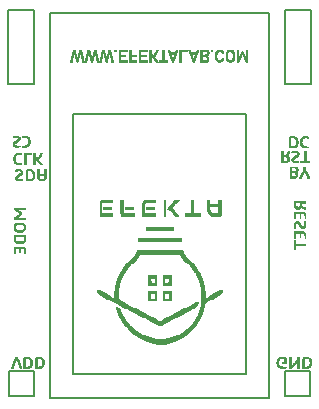
<source format=gbr>
G04 DipTrace 3.2.0.1*
G04 BottomSilk.gbr*
%MOMM*%
G04 #@! TF.FileFunction,Legend,Bot*
G04 #@! TF.Part,Single*
%ADD12C,0.0762*%
%ADD13C,0.06667*%
%ADD15C,0.2*%
%ADD21C,0.15*%
%FSLAX35Y35*%
G04*
G71*
G90*
G75*
G01*
G04 BotSilk*
%LPD*%
X-1279012Y1559000D2*
D21*
X-1059000D1*
Y2180006D1*
X-1279012D1*
Y1559000D1*
X1060988D2*
X1281000D1*
Y2180006D1*
X1060988D1*
Y1559000D1*
X1066000Y-1083000D2*
X1273000D1*
Y-876000D1*
X1066000D1*
Y-1083000D1*
X-1066000Y-877000D2*
X-1273000D1*
Y-1084000D1*
X-1066000D1*
Y-877000D1*
X-930000Y2154000D2*
D15*
X930000D1*
Y-1103000D1*
X-930000D1*
Y2154000D1*
X-730000Y1303000D2*
X730000D1*
Y-903000D1*
X-730000D1*
Y1303000D1*
X1020040Y-752887D2*
D13*
X1056707D1*
X1100040D2*
X1113373D1*
X1166707D2*
X1180040D1*
X1220040D2*
X1253373D1*
X1013241Y-756220D2*
X1062861D1*
X1100040D2*
X1113373D1*
X1166707D2*
X1180040D1*
X1215424D2*
X1260911D1*
X1007607Y-759553D2*
X1067420D1*
X1100040D2*
X1113373D1*
X1166707D2*
X1180040D1*
X1212005D2*
X1267034D1*
X1003358Y-762887D2*
X1020822D1*
X1052718D2*
X1068811D1*
X1100040D2*
X1113373D1*
X1166694D2*
X1180040D1*
X1210962D2*
X1223373D1*
X1252705D2*
X1271530D1*
X1000304Y-766220D2*
X1015980D1*
X1054668D2*
X1069534D1*
X1100040D2*
X1113373D1*
X1166563D2*
X1180040D1*
X1210420D2*
X1223373D1*
X1257858D2*
X1274691D1*
X997996Y-769553D2*
X1012459D1*
X1055784D2*
X1069847D1*
X1100040D2*
X1113373D1*
X1166008D2*
X1180040D1*
X1210184D2*
X1223373D1*
X1261765D2*
X1276949D1*
X996161Y-772887D2*
X1009994D1*
X1056325D2*
X1069971D1*
X1100040D2*
X1113373D1*
X1164668D2*
X1180040D1*
X1210092D2*
X1223373D1*
X1264404D2*
X1278591D1*
X994705Y-776220D2*
X1008348D1*
X1056560D2*
X1070016D1*
X1100040D2*
X1113373D1*
X1162577D2*
X1180040D1*
X1210058D2*
X1223373D1*
X1266188D2*
X1279879D1*
X993491Y-779553D2*
X1007322D1*
X1056653D2*
X1070032D1*
X1100040D2*
X1113373D1*
X1160213D2*
X1180040D1*
X1210046D2*
X1223373D1*
X1267624D2*
X1281096D1*
X992302Y-782887D2*
X1006459D1*
X1056688D2*
X1070037D1*
X1100040D2*
X1113373D1*
X1157913D2*
X1180040D1*
X1210042D2*
X1223373D1*
X1268748D2*
X1282133D1*
X991275Y-786220D2*
X1005472D1*
X1056700D2*
X1070039D1*
X1100040D2*
X1113373D1*
X1155527D2*
X1180040D1*
X1210041D2*
X1223373D1*
X1269436D2*
X1282787D1*
X990625Y-789553D2*
X1004542D1*
X1056705D2*
X1070040D1*
X1100040D2*
X1113373D1*
X1152810D2*
X1180040D1*
X1210040D2*
X1223373D1*
X1269784D2*
X1283124D1*
X990289Y-792887D2*
X1003933D1*
X1056706D2*
X1070040D1*
X1100040D2*
X1113373D1*
X1149799D2*
X1180040D1*
X1210040D2*
X1223373D1*
X1269939D2*
X1283275D1*
X990138Y-796220D2*
X1003613D1*
X1036707D2*
X1070040D1*
X1100040D2*
X1113373D1*
X1146611D2*
X1160040D1*
X1166707D2*
X1180040D1*
X1210040D2*
X1223373D1*
X1270003D2*
X1283337D1*
X990077Y-799553D2*
X1003482D1*
X1036707D2*
X1070040D1*
X1100040D2*
X1113373D1*
X1143338D2*
X1156707D1*
X1166707D2*
X1180040D1*
X1210040D2*
X1223373D1*
X1270027D2*
X1283360D1*
X990066Y-802887D2*
X1003539D1*
X1036707D2*
X1070040D1*
X1100040D2*
X1113373D1*
X1140027D2*
X1153373D1*
X1166707D2*
X1180040D1*
X1210040D2*
X1223373D1*
X1270035D2*
X1283369D1*
X990175Y-806220D2*
X1003941D1*
X1100040D2*
X1113373D1*
X1136702D2*
X1150040D1*
X1166707D2*
X1180040D1*
X1210040D2*
X1223373D1*
X1270038D2*
X1283372D1*
X990597Y-809553D2*
X1004731D1*
X1100040D2*
X1113373D1*
X1133372D2*
X1146707D1*
X1166707D2*
X1180040D1*
X1210040D2*
X1223373D1*
X1270026D2*
X1283360D1*
X991407Y-812887D2*
X1005596D1*
X1100040D2*
X1113386D1*
X1130027D2*
X1143373D1*
X1166707D2*
X1180040D1*
X1210040D2*
X1223373D1*
X1269910D2*
X1283243D1*
X992378Y-816220D2*
X1006306D1*
X1100040D2*
X1113513D1*
X1126567D2*
X1140053D1*
X1166707D2*
X1180040D1*
X1210040D2*
X1223373D1*
X1269472D2*
X1282805D1*
X993397Y-819553D2*
X1007170D1*
X1100040D2*
X1114028D1*
X1122718D2*
X1136837D1*
X1166707D2*
X1180040D1*
X1210040D2*
X1223373D1*
X1268543D2*
X1281890D1*
X994635Y-822887D2*
X1008678D1*
X1100040D2*
X1115168D1*
X1118245D2*
X1133928D1*
X1166707D2*
X1180040D1*
X1210040D2*
X1223373D1*
X1267121D2*
X1280597D1*
X996186Y-826220D2*
X1011205D1*
X1100040D2*
X1131393D1*
X1166707D2*
X1180040D1*
X1210040D2*
X1223373D1*
X1264952D2*
X1279087D1*
X998179Y-829553D2*
X1014600D1*
X1100040D2*
X1128915D1*
X1166707D2*
X1180040D1*
X1210040D2*
X1223373D1*
X1261971D2*
X1277356D1*
X1000745Y-832887D2*
X1025130D1*
X1100040D2*
X1126163D1*
X1166707D2*
X1180040D1*
X1210040D2*
X1223373D1*
X1252749D2*
X1275149D1*
X1003938Y-836220D2*
X1042129D1*
X1060040D2*
X1066707D1*
X1100040D2*
X1123138D1*
X1166707D2*
X1180040D1*
X1210040D2*
X1223373D1*
X1238143D2*
X1272020D1*
X1008128Y-839553D2*
X1065847D1*
X1100040D2*
X1119947D1*
X1166707D2*
X1180040D1*
X1210040D2*
X1267726D1*
X1013668Y-842887D2*
X1063233D1*
X1100040D2*
X1116674D1*
X1166707D2*
X1180040D1*
X1210040D2*
X1262435D1*
X1020040Y-846220D2*
X1060040D1*
X1100040D2*
X1113373D1*
X1166707D2*
X1180040D1*
X1210040D2*
X1256707D1*
X-1224533Y-754703D2*
X-1207867D1*
X-1144533D2*
X-1111200D1*
X-1044533D2*
X-1011200D1*
X-1225061Y-758037D2*
X-1206600D1*
X-1149149D2*
X-1103663D1*
X-1049149D2*
X-1003663D1*
X-1226005Y-761370D2*
X-1205168D1*
X-1152568D2*
X-1097540D1*
X-1052568D2*
X-997540D1*
X-1227293Y-764703D2*
X-1203620D1*
X-1153611D2*
X-1141200D1*
X-1111868D2*
X-1093044D1*
X-1053611D2*
X-1041200D1*
X-1011868D2*
X-993044D1*
X-1228688Y-768037D2*
X-1202001D1*
X-1154154D2*
X-1141200D1*
X-1106716D2*
X-1089883D1*
X-1054154D2*
X-1041200D1*
X-1006716D2*
X-989883D1*
X-1229970Y-771370D2*
X-1217994D1*
X-1210672D2*
X-1200357D1*
X-1154389D2*
X-1141200D1*
X-1102808D2*
X-1087625D1*
X-1054389D2*
X-1041200D1*
X-1002808D2*
X-987625D1*
X-1231117Y-774703D2*
X-1218434D1*
X-1209728D2*
X-1198695D1*
X-1154481D2*
X-1141200D1*
X-1100169D2*
X-1085983D1*
X-1054481D2*
X-1041200D1*
X-1000169D2*
X-985983D1*
X-1232296Y-778037D2*
X-1219350D1*
X-1208427D2*
X-1197033D1*
X-1154515D2*
X-1141200D1*
X-1098385D2*
X-1084695D1*
X-1054515D2*
X-1041200D1*
X-998385D2*
X-984695D1*
X-1233432Y-781370D2*
X-1220630D1*
X-1206928D2*
X-1195365D1*
X-1154527D2*
X-1141200D1*
X-1096949D2*
X-1083477D1*
X-1054527D2*
X-1041200D1*
X-996949D2*
X-983477D1*
X-1234518Y-784703D2*
X-1222022D1*
X-1205339D2*
X-1193701D1*
X-1154531D2*
X-1141200D1*
X-1095825D2*
X-1082441D1*
X-1054531D2*
X-1041200D1*
X-995825D2*
X-982441D1*
X-1235768Y-788037D2*
X-1223303D1*
X-1203804D2*
X-1192045D1*
X-1154533D2*
X-1141200D1*
X-1095138D2*
X-1081786D1*
X-1054533D2*
X-1041200D1*
X-995138D2*
X-981786D1*
X-1237198Y-791370D2*
X-1224451D1*
X-1202465D2*
X-1190485D1*
X-1154533D2*
X-1141200D1*
X-1094789D2*
X-1081450D1*
X-1054533D2*
X-1041200D1*
X-994789D2*
X-981450D1*
X-1238652Y-794703D2*
X-1225630D1*
X-1201282D2*
X-1189136D1*
X-1154533D2*
X-1141200D1*
X-1094634D2*
X-1081299D1*
X-1054533D2*
X-1041200D1*
X-994634D2*
X-981299D1*
X-1239957Y-798037D2*
X-1226766D1*
X-1199991D2*
X-1187963D1*
X-1154533D2*
X-1141200D1*
X-1094571D2*
X-1081237D1*
X-1054533D2*
X-1041200D1*
X-994571D2*
X-981237D1*
X-1241113Y-801370D2*
X-1227838D1*
X-1198544D2*
X-1186775D1*
X-1154533D2*
X-1141200D1*
X-1094547D2*
X-1081213D1*
X-1054533D2*
X-1041200D1*
X-994547D2*
X-981213D1*
X-1242295Y-804703D2*
X-1228984D1*
X-1197084D2*
X-1185636D1*
X-1154533D2*
X-1141200D1*
X-1094538D2*
X-1081204D1*
X-1054533D2*
X-1041200D1*
X-994538D2*
X-981204D1*
X-1243432Y-808037D2*
X-1230107D1*
X-1195777D2*
X-1184562D1*
X-1154533D2*
X-1141200D1*
X-1094535D2*
X-1081201D1*
X-1054533D2*
X-1041200D1*
X-994535D2*
X-981201D1*
X-1244518Y-811370D2*
X-1231187D1*
X-1194621D2*
X-1183416D1*
X-1154533D2*
X-1141200D1*
X-1094547D2*
X-1081214D1*
X-1054533D2*
X-1041200D1*
X-994547D2*
X-981214D1*
X-1245768Y-814703D2*
X-1232436D1*
X-1193451D2*
X-1182293D1*
X-1154533D2*
X-1141200D1*
X-1094664D2*
X-1081330D1*
X-1054533D2*
X-1041200D1*
X-994664D2*
X-981330D1*
X-1247198Y-818037D2*
X-1233865D1*
X-1192419D2*
X-1181226D1*
X-1154533D2*
X-1141200D1*
X-1095101D2*
X-1081768D1*
X-1054533D2*
X-1041200D1*
X-995101D2*
X-981768D1*
X-1248652Y-821370D2*
X-1235319D1*
X-1191653D2*
X-1180095D1*
X-1154533D2*
X-1141200D1*
X-1096030D2*
X-1082684D1*
X-1054533D2*
X-1041200D1*
X-996030D2*
X-982684D1*
X-1249957Y-824703D2*
X-1236624D1*
X-1190894D2*
X-1179077D1*
X-1154533D2*
X-1141200D1*
X-1097453D2*
X-1083976D1*
X-1054533D2*
X-1041200D1*
X-997453D2*
X-983976D1*
X-1251113Y-828037D2*
X-1237780D1*
X-1189945D2*
X-1178317D1*
X-1154533D2*
X-1141200D1*
X-1099622D2*
X-1085486D1*
X-1054533D2*
X-1041200D1*
X-999622D2*
X-985486D1*
X-1252295Y-831370D2*
X-1238962D1*
X-1189016D2*
X-1177560D1*
X-1154533D2*
X-1141200D1*
X-1102603D2*
X-1087218D1*
X-1054533D2*
X-1041200D1*
X-1002603D2*
X-987218D1*
X-1253432Y-834703D2*
X-1240098D1*
X-1188293D2*
X-1176611D1*
X-1154533D2*
X-1141200D1*
X-1111825D2*
X-1089424D1*
X-1054533D2*
X-1041200D1*
X-1011825D2*
X-989424D1*
X-1254507Y-838037D2*
X-1241174D1*
X-1187549D2*
X-1175695D1*
X-1154533D2*
X-1141200D1*
X-1126430D2*
X-1092554D1*
X-1054533D2*
X-1041200D1*
X-1026430D2*
X-992554D1*
X-1255669Y-841370D2*
X-1242336D1*
X-1186578D2*
X-1175088D1*
X-1154533D2*
X-1096848D1*
X-1054533D2*
X-996848D1*
X-1256818Y-844703D2*
X-1243484D1*
X-1185524D2*
X-1174752D1*
X-1154533D2*
X-1102138D1*
X-1054533D2*
X-1002138D1*
X-1257867Y-848037D2*
X-1244533D1*
X-1184533D2*
X-1174533D1*
X-1154533D2*
X-1107867D1*
X-1054533D2*
X-1007867D1*
X1104770Y1113110D2*
X1138103D1*
X1214770D2*
X1251437D1*
X1100154Y1109777D2*
X1145641D1*
X1208771D2*
X1252988D1*
X1096735Y1106443D2*
X1151764D1*
X1203606D2*
X1254018D1*
X1095692Y1103110D2*
X1108103D1*
X1137435D2*
X1156260D1*
X1199594D2*
X1218771D1*
X1248103D2*
X1254770D1*
X1095150Y1099777D2*
X1108103D1*
X1142588D2*
X1159421D1*
X1196648D2*
X1213619D1*
X1094914Y1096443D2*
X1108103D1*
X1146495D2*
X1161679D1*
X1194477D2*
X1209724D1*
X1094822Y1093110D2*
X1108103D1*
X1149134D2*
X1163321D1*
X1192868D2*
X1206765D1*
X1094788Y1089777D2*
X1108103D1*
X1150918D2*
X1164609D1*
X1191592D2*
X1205607D1*
X1094776Y1086443D2*
X1108103D1*
X1152354D2*
X1165826D1*
X1190379D2*
X1204625D1*
X1094772Y1083110D2*
X1108103D1*
X1153478D2*
X1166863D1*
X1189343D2*
X1203576D1*
X1094771Y1079777D2*
X1108103D1*
X1154166D2*
X1167517D1*
X1188689D2*
X1202621D1*
X1094770Y1076443D2*
X1108103D1*
X1154514D2*
X1167854D1*
X1188353D2*
X1202001D1*
X1094770Y1073110D2*
X1108103D1*
X1154669D2*
X1168005D1*
X1188202D2*
X1201679D1*
X1094770Y1069777D2*
X1108103D1*
X1154733D2*
X1168067D1*
X1188140D2*
X1201532D1*
X1094770Y1066443D2*
X1108103D1*
X1154757D2*
X1168090D1*
X1188116D2*
X1201472D1*
X1094770Y1063110D2*
X1108103D1*
X1154765D2*
X1168099D1*
X1188108D2*
X1201449D1*
X1094770Y1059777D2*
X1108103D1*
X1154768D2*
X1168102D1*
X1188118D2*
X1201454D1*
X1094770Y1056443D2*
X1108103D1*
X1154756D2*
X1168090D1*
X1188234D2*
X1201568D1*
X1094770Y1053110D2*
X1108103D1*
X1154640D2*
X1167973D1*
X1188659D2*
X1201992D1*
X1094770Y1049777D2*
X1108103D1*
X1154202D2*
X1167535D1*
X1189470D2*
X1202803D1*
X1094770Y1046443D2*
X1108103D1*
X1153273D2*
X1166620D1*
X1190442D2*
X1203788D1*
X1094770Y1043110D2*
X1108103D1*
X1151851D2*
X1165327D1*
X1191461D2*
X1204937D1*
X1094770Y1039777D2*
X1108103D1*
X1149682D2*
X1163817D1*
X1192698D2*
X1206392D1*
X1094770Y1036443D2*
X1108103D1*
X1146701D2*
X1162086D1*
X1194262D2*
X1209667D1*
X1094770Y1033110D2*
X1108103D1*
X1137479D2*
X1159879D1*
X1196386D2*
X1219411D1*
X1094770Y1029777D2*
X1108103D1*
X1122873D2*
X1156750D1*
X1199480D2*
X1235142D1*
X1094770Y1026443D2*
X1152456D1*
X1203759D2*
X1254770D1*
X1094770Y1023110D2*
X1147165D1*
X1209044D2*
X1253207D1*
X1094770Y1019777D2*
X1141437D1*
X1214770D2*
X1251437D1*
X1028817Y987507D2*
X1042150D1*
X1085483D2*
X1098817D1*
X1128817D2*
X1162150D1*
X1225483D2*
X1238817D1*
X1028817Y984173D2*
X1042150D1*
X1084217D2*
X1097550D1*
X1115483D2*
X1166895D1*
X1225483D2*
X1238817D1*
X1028817Y980840D2*
X1042150D1*
X1082797D2*
X1096131D1*
X1117254D2*
X1170745D1*
X1225483D2*
X1238817D1*
X1028817Y977507D2*
X1042150D1*
X1081354D2*
X1094687D1*
X1118817D2*
X1128817D1*
X1158677D2*
X1173634D1*
X1225483D2*
X1238817D1*
X1028817Y974173D2*
X1042150D1*
X1080055D2*
X1093388D1*
X1161440D2*
X1175772D1*
X1225483D2*
X1238817D1*
X1028817Y970840D2*
X1042150D1*
X1078889D2*
X1092222D1*
X1163693D2*
X1177245D1*
X1225483D2*
X1238817D1*
X1028817Y967507D2*
X1042150D1*
X1077591D2*
X1090937D1*
X1164329D2*
X1177977D1*
X1225483D2*
X1238817D1*
X1028817Y964173D2*
X1042150D1*
X1075926D2*
X1089480D1*
X1163488D2*
X1177954D1*
X1225483D2*
X1238817D1*
X1028817Y960840D2*
X1042150D1*
X1073844D2*
X1087903D1*
X1161059D2*
X1177206D1*
X1225483D2*
X1238817D1*
X1028817Y957507D2*
X1042150D1*
X1067092D2*
X1086160D1*
X1157841D2*
X1175868D1*
X1225483D2*
X1238817D1*
X1028817Y954173D2*
X1042150D1*
X1056043D2*
X1084084D1*
X1153840D2*
X1173961D1*
X1225483D2*
X1238817D1*
X1028817Y950840D2*
X1081562D1*
X1149328D2*
X1171454D1*
X1225483D2*
X1238817D1*
X1028817Y947507D2*
X1078817D1*
X1144640D2*
X1168513D1*
X1225483D2*
X1238817D1*
X1028817Y944173D2*
X1083562D1*
X1140040D2*
X1165227D1*
X1225483D2*
X1238817D1*
X1028817Y940840D2*
X1042150D1*
X1070967D2*
X1087412D1*
X1135563D2*
X1161423D1*
X1225483D2*
X1238817D1*
X1028817Y937507D2*
X1042150D1*
X1075293D2*
X1090301D1*
X1131079D2*
X1156881D1*
X1225483D2*
X1238817D1*
X1028817Y934173D2*
X1042150D1*
X1078325D2*
X1092439D1*
X1126845D2*
X1151787D1*
X1225483D2*
X1238817D1*
X1028817Y930840D2*
X1042150D1*
X1080596D2*
X1093925D1*
X1123301D2*
X1146596D1*
X1225483D2*
X1238817D1*
X1028817Y927507D2*
X1042150D1*
X1081395D2*
X1094774D1*
X1120562D2*
X1141588D1*
X1225483D2*
X1238817D1*
X1028817Y924173D2*
X1042150D1*
X1081828D2*
X1095188D1*
X1118488D2*
X1137080D1*
X1225483D2*
X1238817D1*
X1028817Y920840D2*
X1042150D1*
X1082011D2*
X1095356D1*
X1117028D2*
X1133534D1*
X1225483D2*
X1238817D1*
X1028817Y917507D2*
X1042150D1*
X1081947D2*
X1095311D1*
X1116201D2*
X1130802D1*
X1225483D2*
X1238817D1*
X1028817Y914173D2*
X1042150D1*
X1081634D2*
X1094900D1*
X1115920D2*
X1130301D1*
X1225483D2*
X1238817D1*
X1028817Y910840D2*
X1042150D1*
X1079537D2*
X1093982D1*
X1116009D2*
X1130324D1*
X1225483D2*
X1238817D1*
X1028817Y907507D2*
X1042150D1*
X1070928D2*
X1092549D1*
X1117531D2*
X1138436D1*
X1225483D2*
X1238817D1*
X1028817Y904173D2*
X1042150D1*
X1056681D2*
X1090362D1*
X1120020D2*
X1151839D1*
X1168817D2*
X1172150D1*
X1225483D2*
X1238817D1*
X1028817Y900840D2*
X1086818D1*
X1123842D2*
X1172150D1*
X1192150D2*
X1268817D1*
X1028817Y897507D2*
X1081628D1*
X1129211D2*
X1172150D1*
X1192150D2*
X1268817D1*
X1028817Y894173D2*
X1075483D1*
X1135483D2*
X1172150D1*
X1192150D2*
X1268817D1*
X1111967Y857430D2*
X1148633D1*
X1215300D2*
X1228633D1*
X1107351Y854097D2*
X1155031D1*
X1215300D2*
X1228633D1*
X1103932Y850763D2*
X1160149D1*
X1215300D2*
X1228633D1*
X1102889Y847430D2*
X1115300D1*
X1144505D2*
X1163896D1*
X1215300D2*
X1228633D1*
X1102346Y844097D2*
X1115300D1*
X1149230D2*
X1166724D1*
X1215300D2*
X1228633D1*
X1102111Y840763D2*
X1115300D1*
X1152864D2*
X1167710D1*
X1215300D2*
X1228633D1*
X1102019Y837430D2*
X1115300D1*
X1154127D2*
X1168241D1*
X1215300D2*
X1228646D1*
X1101985Y834097D2*
X1115300D1*
X1154791D2*
X1168467D1*
X1215287D2*
X1228777D1*
X1101973Y830763D2*
X1115300D1*
X1154951D2*
X1168447D1*
X1215170D2*
X1229332D1*
X1101969Y827430D2*
X1115300D1*
X1154753D2*
X1168045D1*
X1214732D2*
X1230672D1*
X1101967Y824097D2*
X1115300D1*
X1152677D2*
X1167117D1*
X1213803D2*
X1232763D1*
X1101967Y820763D2*
X1115300D1*
X1144073D2*
X1165608D1*
X1212407D2*
X1235127D1*
X1101967Y817430D2*
X1115300D1*
X1129830D2*
X1163374D1*
X1210589D2*
X1237427D1*
X1101967Y814097D2*
X1160549D1*
X1208510D2*
X1239800D1*
X1101967Y810763D2*
X1157786D1*
X1206495D2*
X1222495D1*
X1229288D2*
X1242399D1*
X1101967Y807430D2*
X1155300D1*
X1204630D2*
X1220105D1*
X1230659D2*
X1244973D1*
X1101967Y804097D2*
X1115300D1*
X1145160D2*
X1158893D1*
X1202865D2*
X1218073D1*
X1232759D2*
X1247245D1*
X1101967Y800763D2*
X1115300D1*
X1147936D2*
X1161634D1*
X1201147D2*
X1216239D1*
X1235113D2*
X1249226D1*
X1101967Y797430D2*
X1115300D1*
X1149915D2*
X1163466D1*
X1199357D2*
X1214495D1*
X1237297D2*
X1251040D1*
X1101967Y794097D2*
X1115300D1*
X1151040D2*
X1164479D1*
X1197367D2*
X1212696D1*
X1239244D2*
X1252763D1*
X1101967Y790763D2*
X1115300D1*
X1151571D2*
X1164963D1*
X1195218D2*
X1210702D1*
X1241046D2*
X1254455D1*
X1101967Y787430D2*
X1115300D1*
X1151676D2*
X1165157D1*
X1193176D2*
X1208551D1*
X1242765D2*
X1256128D1*
X1101967Y784097D2*
X1115300D1*
X1151481D2*
X1165109D1*
X1191289D2*
X1206509D1*
X1244443D2*
X1257787D1*
X1101967Y780763D2*
X1115300D1*
X1149802D2*
X1164585D1*
X1189416D2*
X1204635D1*
X1246011D2*
X1259335D1*
X1101967Y777430D2*
X1115300D1*
X1142720D2*
X1163230D1*
X1187389D2*
X1202866D1*
X1247362D2*
X1260580D1*
X1101967Y774097D2*
X1115300D1*
X1130652D2*
X1160899D1*
X1185215D2*
X1201150D1*
X1248539D2*
X1261455D1*
X1101967Y770763D2*
X1157596D1*
X1183080D2*
X1199378D1*
X1249743D2*
X1262348D1*
X1101967Y767430D2*
X1153367D1*
X1180910D2*
X1197427D1*
X1250909D2*
X1263661D1*
X1101967Y764097D2*
X1148633D1*
X1178633D2*
X1195300D1*
X1251967D2*
X1265300D1*
X-1240830Y1117253D2*
X-1200830D1*
X-1164163D2*
X-1127497D1*
X-1240830Y1113920D2*
X-1195347D1*
X-1164163D2*
X-1121086D1*
X-1240830Y1110587D2*
X-1191020D1*
X-1164163D2*
X-1115851D1*
X-1240830Y1107253D2*
X-1237497D1*
X-1205474D2*
X-1187989D1*
X-1164163D2*
X-1160830D1*
X-1131498D2*
X-1111679D1*
X-1200967Y1103920D2*
X-1185717D1*
X-1126333D2*
X-1108458D1*
X-1198944Y1100587D2*
X-1184918D1*
X-1122321D2*
X-1106187D1*
X-1198466Y1097253D2*
X-1184498D1*
X-1119375D2*
X-1104571D1*
X-1199465Y1093920D2*
X-1184433D1*
X-1117217D2*
X-1103205D1*
X-1202305Y1090587D2*
X-1184908D1*
X-1115725D2*
X-1102107D1*
X-1206035Y1087253D2*
X-1186231D1*
X-1114874D2*
X-1101429D1*
X-1210425Y1083920D2*
X-1188442D1*
X-1114459D2*
X-1101084D1*
X-1215159Y1080587D2*
X-1191344D1*
X-1114278D2*
X-1100930D1*
X-1220045Y1077253D2*
X-1194879D1*
X-1114205D2*
X-1100867D1*
X-1224886Y1073920D2*
X-1199034D1*
X-1114178D2*
X-1100843D1*
X-1229424Y1070587D2*
X-1203612D1*
X-1114168D2*
X-1100835D1*
X-1233384Y1067253D2*
X-1208326D1*
X-1114165D2*
X-1100832D1*
X-1236655Y1063920D2*
X-1212935D1*
X-1114164D2*
X-1100830D1*
X-1239226Y1060587D2*
X-1217402D1*
X-1114177D2*
X-1100843D1*
X-1241217Y1057253D2*
X-1221770D1*
X-1114294D2*
X-1100960D1*
X-1242642Y1053920D2*
X-1225567D1*
X-1114731D2*
X-1101385D1*
X-1243467Y1050587D2*
X-1228628D1*
X-1115660D2*
X-1102196D1*
X-1243860Y1047253D2*
X-1229737D1*
X-1117083D2*
X-1103181D1*
X-1243920Y1043920D2*
X-1230228D1*
X-1119252D2*
X-1104318D1*
X-1243541Y1040587D2*
X-1230361D1*
X-1122233D2*
X-1105980D1*
X-1242509Y1037253D2*
X-1222751D1*
X-1131455D2*
X-1108355D1*
X-1240956Y1033920D2*
X-1210095D1*
X-1197497D2*
X-1184163D1*
X-1164163D2*
X-1160830D1*
X-1146060D2*
X-1111457D1*
X-1237392Y1030587D2*
X-1185882D1*
X-1165726D2*
X-1115608D1*
X-1232728Y1027253D2*
X-1191110D1*
X-1167497D2*
X-1121133D1*
X-1227497Y1023920D2*
X-1197497D1*
X-1160830D2*
X-1127497D1*
X-1211093Y971360D2*
X-1174427D1*
X-1147760D2*
X-1091093D1*
X-1071093D2*
X-1057760D1*
X-1011093D2*
X-997760D1*
X-1217092Y968027D2*
X-1172876D1*
X-1147760D2*
X-1091093D1*
X-1071093D2*
X-1057760D1*
X-1012759D2*
X-999026D1*
X-1222257Y964693D2*
X-1171845D1*
X-1147760D2*
X-1091093D1*
X-1071093D2*
X-1057760D1*
X-1014157D2*
X-1000459D1*
X-1226269Y961360D2*
X-1207092D1*
X-1177760D2*
X-1171093D1*
X-1147760D2*
X-1134427D1*
X-1071093D2*
X-1057760D1*
X-1015557D2*
X-1002007D1*
X-1229215Y958027D2*
X-1212244D1*
X-1147760D2*
X-1134427D1*
X-1071093D2*
X-1057760D1*
X-1017065D2*
X-1003613D1*
X-1231386Y954693D2*
X-1216139D1*
X-1147760D2*
X-1134427D1*
X-1071093D2*
X-1057747D1*
X-1018662D2*
X-1005153D1*
X-1232995Y951360D2*
X-1219098D1*
X-1147760D2*
X-1134427D1*
X-1071093D2*
X-1057617D1*
X-1020400D2*
X-1006507D1*
X-1234271Y948027D2*
X-1220256D1*
X-1147760D2*
X-1134427D1*
X-1071093D2*
X-1057062D1*
X-1022371D2*
X-1007795D1*
X-1235485Y944693D2*
X-1221239D1*
X-1147760D2*
X-1134427D1*
X-1071093D2*
X-1056022D1*
X-1024578D2*
X-1009407D1*
X-1236520Y941360D2*
X-1222287D1*
X-1147760D2*
X-1134427D1*
X-1071093D2*
X-1053032D1*
X-1027242D2*
X-1011357D1*
X-1237174Y938027D2*
X-1223243D1*
X-1147760D2*
X-1134427D1*
X-1071093D2*
X-1048114D1*
X-1030635D2*
X-1013416D1*
X-1237510Y934693D2*
X-1223862D1*
X-1147760D2*
X-1134427D1*
X-1071093D2*
X-1040449D1*
X-1038552D2*
X-1015698D1*
X-1237661Y931360D2*
X-1224185D1*
X-1147760D2*
X-1134427D1*
X-1071093D2*
X-1018470D1*
X-1237723Y928027D2*
X-1224331D1*
X-1147760D2*
X-1134427D1*
X-1071093D2*
X-1021757D1*
X-1237747Y924693D2*
X-1224391D1*
X-1147760D2*
X-1134427D1*
X-1071093D2*
X-1057760D1*
X-1051608D2*
X-1025168D1*
X-1237756Y921360D2*
X-1224414D1*
X-1147760D2*
X-1134427D1*
X-1071093D2*
X-1057760D1*
X-1049102D2*
X-1028284D1*
X-1237745Y918027D2*
X-1224409D1*
X-1147760D2*
X-1134427D1*
X-1071093D2*
X-1057760D1*
X-1046631D2*
X-1029505D1*
X-1237629Y914693D2*
X-1224295D1*
X-1147760D2*
X-1134427D1*
X-1071093D2*
X-1057760D1*
X-1043882D2*
X-1028932D1*
X-1237205Y911360D2*
X-1223871D1*
X-1147760D2*
X-1134427D1*
X-1071093D2*
X-1057760D1*
X-1040858D2*
X-1026720D1*
X-1236394Y908027D2*
X-1223060D1*
X-1147760D2*
X-1134427D1*
X-1071093D2*
X-1057760D1*
X-1037679D2*
X-1023987D1*
X-1235422Y904693D2*
X-1222075D1*
X-1147760D2*
X-1134427D1*
X-1071093D2*
X-1057760D1*
X-1034522D2*
X-1020936D1*
X-1234403Y901360D2*
X-1220926D1*
X-1147760D2*
X-1134427D1*
X-1071093D2*
X-1057760D1*
X-1031636D2*
X-1017828D1*
X-1233165Y898027D2*
X-1219471D1*
X-1147760D2*
X-1134427D1*
X-1071093D2*
X-1057760D1*
X-1029109D2*
X-1014960D1*
X-1231601Y894693D2*
X-1216197D1*
X-1147760D2*
X-1134427D1*
X-1071093D2*
X-1057760D1*
X-1026633D2*
X-1012439D1*
X-1229477Y891360D2*
X-1206452D1*
X-1147760D2*
X-1134427D1*
X-1071093D2*
X-1057760D1*
X-1023882D2*
X-1009966D1*
X-1226384Y888027D2*
X-1190722D1*
X-1147760D2*
X-1134427D1*
X-1071093D2*
X-1057760D1*
X-1020858D2*
X-1007215D1*
X-1222104Y884693D2*
X-1171093D1*
X-1147760D2*
X-1134427D1*
X-1071093D2*
X-1057760D1*
X-1017667D2*
X-1004192D1*
X-1216819Y881360D2*
X-1172656D1*
X-1147760D2*
X-1134427D1*
X-1071093D2*
X-1057760D1*
X-1014394D2*
X-1001006D1*
X-1211093Y878027D2*
X-1174427D1*
X-1147760D2*
X-1134427D1*
X-1071093D2*
X-1057760D1*
X-1011093D2*
X-997760D1*
X-1210893Y833073D2*
X-1177560D1*
X-1124227D2*
X-1090893D1*
X-1037560D2*
X-1024227D1*
X-977560D2*
X-964227D1*
X-1224227Y829740D2*
X-1172815D1*
X-1128843D2*
X-1083356D1*
X-1037560D2*
X-1024227D1*
X-977560D2*
X-964227D1*
X-1222456Y826407D2*
X-1168965D1*
X-1132261D2*
X-1077233D1*
X-1037560D2*
X-1024227D1*
X-977560D2*
X-964227D1*
X-1220893Y823073D2*
X-1210893D1*
X-1181033D2*
X-1166076D1*
X-1133305D2*
X-1120893D1*
X-1091561D2*
X-1072737D1*
X-1037560D2*
X-1024227D1*
X-977560D2*
X-964227D1*
X-1178270Y819740D2*
X-1163938D1*
X-1133847D2*
X-1120893D1*
X-1086409D2*
X-1069576D1*
X-1037560D2*
X-1024227D1*
X-977560D2*
X-964227D1*
X-1176017Y816407D2*
X-1162465D1*
X-1134082D2*
X-1120893D1*
X-1082501D2*
X-1067318D1*
X-1037560D2*
X-1024227D1*
X-977560D2*
X-964227D1*
X-1175381Y813073D2*
X-1161733D1*
X-1134175D2*
X-1120893D1*
X-1079863D2*
X-1065676D1*
X-1037560D2*
X-1024227D1*
X-977560D2*
X-964227D1*
X-1176222Y809740D2*
X-1161756D1*
X-1134209D2*
X-1120893D1*
X-1078078D2*
X-1064388D1*
X-1037560D2*
X-1024227D1*
X-977560D2*
X-964227D1*
X-1178651Y806407D2*
X-1162504D1*
X-1134221D2*
X-1120893D1*
X-1076643D2*
X-1063171D1*
X-1037560D2*
X-1024227D1*
X-977560D2*
X-964227D1*
X-1181869Y803073D2*
X-1163842D1*
X-1134225D2*
X-1120893D1*
X-1075518D2*
X-1062134D1*
X-1037560D2*
X-1024227D1*
X-977560D2*
X-964227D1*
X-1185870Y799740D2*
X-1165749D1*
X-1134226D2*
X-1120893D1*
X-1074831D2*
X-1061480D1*
X-1037560D2*
X-1024227D1*
X-977560D2*
X-964227D1*
X-1190382Y796407D2*
X-1168256D1*
X-1134226D2*
X-1120893D1*
X-1074483D2*
X-1061143D1*
X-1037560D2*
X-964227D1*
X-1195070Y793073D2*
X-1171197D1*
X-1134227D2*
X-1120893D1*
X-1074327D2*
X-1060992D1*
X-1037560D2*
X-964227D1*
X-1199670Y789740D2*
X-1174483D1*
X-1134227D2*
X-1120893D1*
X-1074264D2*
X-1060930D1*
X-1037560D2*
X-964227D1*
X-1204147Y786407D2*
X-1178287D1*
X-1134227D2*
X-1120893D1*
X-1074240D2*
X-1060906D1*
X-1037560D2*
X-1024227D1*
X-977560D2*
X-964227D1*
X-1208631Y783073D2*
X-1182829D1*
X-1134227D2*
X-1120893D1*
X-1074231D2*
X-1060898D1*
X-1037560D2*
X-1024227D1*
X-977560D2*
X-964227D1*
X-1212865Y779740D2*
X-1187923D1*
X-1134227D2*
X-1120893D1*
X-1074228D2*
X-1060895D1*
X-1037560D2*
X-1024227D1*
X-977560D2*
X-964227D1*
X-1216409Y776407D2*
X-1193114D1*
X-1134227D2*
X-1120893D1*
X-1074240D2*
X-1060907D1*
X-1037547D2*
X-1024227D1*
X-977560D2*
X-964227D1*
X-1219148Y773073D2*
X-1198122D1*
X-1134227D2*
X-1120893D1*
X-1074357D2*
X-1061024D1*
X-1037430D2*
X-1024214D1*
X-977560D2*
X-964227D1*
X-1221222Y769740D2*
X-1202630D1*
X-1134227D2*
X-1120893D1*
X-1074795D2*
X-1061461D1*
X-1037005D2*
X-1024096D1*
X-977573D2*
X-964240D1*
X-1222682Y766407D2*
X-1206176D1*
X-1134227D2*
X-1120893D1*
X-1075723D2*
X-1062377D1*
X-1036194D2*
X-1023659D1*
X-977703D2*
X-964357D1*
X-1223509Y763073D2*
X-1208908D1*
X-1134227D2*
X-1120893D1*
X-1077146D2*
X-1063669D1*
X-1035222D2*
X-1022717D1*
X-978258D2*
X-964795D1*
X-1223790Y759740D2*
X-1209409D1*
X-1134227D2*
X-1120893D1*
X-1079315D2*
X-1065179D1*
X-1034203D2*
X-1021099D1*
X-979298D2*
X-965723D1*
X-1223701Y756407D2*
X-1209386D1*
X-1134227D2*
X-1120893D1*
X-1082296D2*
X-1066911D1*
X-1032952D2*
X-1018828D1*
X-981904D2*
X-967133D1*
X-1222179Y753073D2*
X-1201274D1*
X-1134227D2*
X-1120893D1*
X-1091518D2*
X-1069117D1*
X-1031271D2*
X-1011147D1*
X-988350D2*
X-969094D1*
X-1219690Y749740D2*
X-1187871D1*
X-1170893D2*
X-1167560D1*
X-1134227D2*
X-1120893D1*
X-1106124D2*
X-1072247D1*
X-1028723D2*
X-999084D1*
X-998419D2*
X-971865D1*
X-1215868Y746407D2*
X-1167560D1*
X-1134227D2*
X-1076541D1*
X-1024845D2*
X-975825D1*
X-1210499Y743073D2*
X-1167560D1*
X-1134227D2*
X-1081832D1*
X-1019794D2*
X-981254D1*
X-1204227Y739740D2*
X-1167560D1*
X-1134227D2*
X-1087560D1*
X-1014227D2*
X-987560D1*
X-732113Y1846473D2*
X-718780D1*
X-678780D2*
X-665447D1*
X-608780D2*
X-595447D1*
X-555447D2*
X-542113D1*
X-485447D2*
X-472113D1*
X-432113D2*
X-418780D1*
X-382113D2*
X-368780D1*
X-345447D2*
X-278780D1*
X-258780D2*
X-245447D1*
X-175447D2*
X-108780D1*
X-88780D2*
X-75447D1*
X-25447D2*
X-12113D1*
X21220D2*
X34553D1*
X67887D2*
X81220D1*
X137887D2*
X151220D1*
X167887D2*
X234553D1*
X244553D2*
X257887D1*
X314553D2*
X327887D1*
X344553D2*
X397887D1*
X434553D2*
X447887D1*
X491220D2*
X517887D1*
X581220D2*
X611220D1*
X654553D2*
X667887D1*
X731220D2*
X741220D1*
X-733652Y1843140D2*
X-718653D1*
X-679920D2*
X-664932D1*
X-610319D2*
X-595320D1*
X-556586D2*
X-541598D1*
X-486985D2*
X-471986D1*
X-433253D2*
X-418265D1*
X-382113D2*
X-368780D1*
X-345447D2*
X-278780D1*
X-258780D2*
X-245447D1*
X-175447D2*
X-108780D1*
X-88780D2*
X-75447D1*
X-27627D2*
X-13781D1*
X21220D2*
X34553D1*
X68402D2*
X81735D1*
X137372D2*
X150067D1*
X167887D2*
X234553D1*
X245068D2*
X258402D1*
X314038D2*
X326734D1*
X344553D2*
X402746D1*
X434553D2*
X447887D1*
X486475D2*
X522746D1*
X576475D2*
X615566D1*
X654553D2*
X667887D1*
X731220D2*
X741220D1*
X-734622Y1839807D2*
X-718226D1*
X-680925D2*
X-664105D1*
X-611289D2*
X-594892D1*
X-557591D2*
X-540772D1*
X-487956D2*
X-471559D1*
X-434258D2*
X-417438D1*
X-382113D2*
X-368780D1*
X-345447D2*
X-278780D1*
X-258780D2*
X-245447D1*
X-175447D2*
X-108780D1*
X-88780D2*
X-75447D1*
X-29851D2*
X-15717D1*
X21220D2*
X34553D1*
X69241D2*
X82575D1*
X136532D2*
X148958D1*
X167887D2*
X234553D1*
X245908D2*
X259241D1*
X313199D2*
X325625D1*
X344553D2*
X406906D1*
X434553D2*
X447887D1*
X482625D2*
X526919D1*
X572625D2*
X619451D1*
X654553D2*
X667887D1*
X731220D2*
X741220D1*
X-735224Y1836473D2*
X-717414D1*
X-681674D2*
X-663229D1*
X-611891D2*
X-594080D1*
X-558340D2*
X-539896D1*
X-488557D2*
X-470747D1*
X-435007D2*
X-416562D1*
X-382113D2*
X-368780D1*
X-345447D2*
X-278780D1*
X-258780D2*
X-245447D1*
X-175447D2*
X-108780D1*
X-88780D2*
X-75447D1*
X-32115D2*
X-17649D1*
X21220D2*
X34553D1*
X70221D2*
X83568D1*
X135539D2*
X147901D1*
X167887D2*
X234553D1*
X246888D2*
X260234D1*
X312206D2*
X324568D1*
X344553D2*
X410169D1*
X434553D2*
X447887D1*
X479723D2*
X530299D1*
X569723D2*
X622487D1*
X654553D2*
X667887D1*
X731220D2*
X741220D1*
X-735864Y1833140D2*
X-716442D1*
X-682425D2*
X-662528D1*
X-612530D2*
X-593109D1*
X-559092D2*
X-539195D1*
X-489197D2*
X-469775D1*
X-435758D2*
X-415861D1*
X-382113D2*
X-368780D1*
X-345447D2*
X-332113D1*
X-258780D2*
X-245447D1*
X-175447D2*
X-162113D1*
X-88780D2*
X-75447D1*
X-34206D2*
X-19488D1*
X21220D2*
X34553D1*
X71243D2*
X84706D1*
X134401D2*
X146764D1*
X167887D2*
X181220D1*
X247910D2*
X261373D1*
X311067D2*
X323430D1*
X344553D2*
X357887D1*
X393370D2*
X412730D1*
X434553D2*
X447887D1*
X477467D2*
X494566D1*
X513771D2*
X532932D1*
X567467D2*
X584566D1*
X603885D2*
X624750D1*
X654553D2*
X667887D1*
X694553D2*
X701220D1*
X731220D2*
X741220D1*
X-736749Y1829807D2*
X-715436D1*
X-683371D2*
X-661793D1*
X-613416D2*
X-592102D1*
X-560037D2*
X-538460D1*
X-490082D2*
X-468769D1*
X-436704D2*
X-415127D1*
X-345447D2*
X-332113D1*
X-258780D2*
X-245447D1*
X-175447D2*
X-162113D1*
X-88780D2*
X-75447D1*
X-36113D2*
X-21342D1*
X21220D2*
X34553D1*
X72468D2*
X86358D1*
X132749D2*
X145645D1*
X167887D2*
X181220D1*
X249135D2*
X263025D1*
X309415D2*
X322311D1*
X344553D2*
X357887D1*
X397696D2*
X413668D1*
X475557D2*
X491363D1*
X518625D2*
X535070D1*
X565557D2*
X581363D1*
X609038D2*
X626413D1*
X654553D2*
X667887D1*
X693287D2*
X703287D1*
X731220D2*
X741220D1*
X-737650Y1826473D2*
X-714328D1*
X-684299D2*
X-660854D1*
X-614316D2*
X-590995D1*
X-560965D2*
X-537520D1*
X-490983D2*
X-467662D1*
X-437632D2*
X-414187D1*
X-345447D2*
X-332113D1*
X-258780D2*
X-245447D1*
X-175447D2*
X-162113D1*
X-88780D2*
X-75434D1*
X-37993D2*
X-23361D1*
X21220D2*
X34553D1*
X73889D2*
X88637D1*
X130470D2*
X144578D1*
X167887D2*
X181220D1*
X250556D2*
X265304D1*
X307136D2*
X321245D1*
X344553D2*
X357887D1*
X400728D2*
X414176D1*
X473909D2*
X488572D1*
X522251D2*
X537026D1*
X563909D2*
X578572D1*
X612932D2*
X627714D1*
X654553D2*
X667887D1*
X691854D2*
X705188D1*
X731220D2*
X741220D1*
X-738360Y1823140D2*
X-713319D1*
X-685020D2*
X-659927D1*
X-615027D2*
X-589986D1*
X-561687D2*
X-536594D1*
X-491693D2*
X-466652D1*
X-438353D2*
X-413261D1*
X-345447D2*
X-332113D1*
X-258780D2*
X-245447D1*
X-175447D2*
X-162113D1*
X-88780D2*
X-75303D1*
X-40023D2*
X-25522D1*
X21220D2*
X34553D1*
X75341D2*
X143435D1*
X167887D2*
X181220D1*
X252007D2*
X320101D1*
X344553D2*
X357887D1*
X403000D2*
X414405D1*
X472640D2*
X486475D1*
X525159D2*
X539053D1*
X562640D2*
X576475D1*
X615892D2*
X628938D1*
X654553D2*
X667887D1*
X690306D2*
X706973D1*
X731220D2*
X741220D1*
X-739098Y1819807D2*
X-728907D1*
X-721986D2*
X-712562D1*
X-685762D2*
X-675962D1*
X-668780D2*
X-659206D1*
X-615765D2*
X-605574D1*
X-598653D2*
X-589229D1*
X-562429D2*
X-552628D1*
X-545447D2*
X-535873D1*
X-492431D2*
X-482240D1*
X-475320D2*
X-465895D1*
X-439096D2*
X-429295D1*
X-422113D2*
X-412540D1*
X-345447D2*
X-332113D1*
X-258780D2*
X-245447D1*
X-175447D2*
X-162113D1*
X-88780D2*
X-74748D1*
X-42187D2*
X-27568D1*
X21220D2*
X34553D1*
X76644D2*
X142313D1*
X167887D2*
X181220D1*
X253311D2*
X318980D1*
X344553D2*
X357887D1*
X403672D2*
X414486D1*
X471878D2*
X484925D1*
X527887D2*
X541220D1*
X561878D2*
X574925D1*
X616923D2*
X629978D1*
X654553D2*
X667887D1*
X688700D2*
X708687D1*
X731220D2*
X741220D1*
X-740039Y1816473D2*
X-729334D1*
X-721559D2*
X-711806D1*
X-686705D2*
X-676788D1*
X-668767D2*
X-658464D1*
X-616706D2*
X-606001D1*
X-598226D2*
X-588472D1*
X-563372D2*
X-553455D1*
X-545434D2*
X-535131D1*
X-493373D2*
X-482668D1*
X-474892D2*
X-465139D1*
X-440038D2*
X-430122D1*
X-422100D2*
X-411797D1*
X-345447D2*
X-332113D1*
X-258780D2*
X-245447D1*
X-175447D2*
X-162113D1*
X-88780D2*
X-73395D1*
X-44234D2*
X-29444D1*
X21220D2*
X34553D1*
X77800D2*
X141232D1*
X167887D2*
X181220D1*
X254467D2*
X317899D1*
X344553D2*
X357887D1*
X403664D2*
X414404D1*
X471497D2*
X483582D1*
X561497D2*
X573582D1*
X617478D2*
X630633D1*
X654553D2*
X667887D1*
X687160D2*
X710364D1*
X731220D2*
X741220D1*
X-740966Y1813140D2*
X-730133D1*
X-720760D2*
X-710858D1*
X-687632D2*
X-677664D1*
X-668650D2*
X-657522D1*
X-617632D2*
X-606800D1*
X-597427D2*
X-587524D1*
X-564299D2*
X-554331D1*
X-545316D2*
X-534188D1*
X-494299D2*
X-483466D1*
X-474094D2*
X-464191D1*
X-440966D2*
X-430998D1*
X-421983D2*
X-410855D1*
X-345447D2*
X-332113D1*
X-258780D2*
X-245447D1*
X-175447D2*
X-162113D1*
X-88780D2*
X-71200D1*
X-46123D2*
X-31213D1*
X21220D2*
X34553D1*
X78982D2*
X139984D1*
X167887D2*
X181220D1*
X255648D2*
X316651D1*
X344553D2*
X357887D1*
X403140D2*
X413979D1*
X471328D2*
X482493D1*
X561328D2*
X572493D1*
X617727D2*
X630970D1*
X654553D2*
X667887D1*
X685819D2*
X711931D1*
X731220D2*
X741220D1*
X-741687Y1809807D2*
X-731001D1*
X-719892D2*
X-709929D1*
X-688354D2*
X-678365D1*
X-668225D2*
X-656594D1*
X-618354D2*
X-607668D1*
X-596559D2*
X-586595D1*
X-565020D2*
X-555032D1*
X-544892D2*
X-533261D1*
X-495020D2*
X-484334D1*
X-473226D2*
X-463262D1*
X-441687D2*
X-431699D1*
X-421558D2*
X-409928D1*
X-345447D2*
X-332113D1*
X-258780D2*
X-245447D1*
X-175447D2*
X-162113D1*
X-88780D2*
X-68528D1*
X-48023D2*
X-32933D1*
X21220D2*
X34553D1*
X80118D2*
X90578D1*
X128529D2*
X138555D1*
X167887D2*
X181220D1*
X256785D2*
X267245D1*
X305195D2*
X315222D1*
X344553D2*
X357887D1*
X401205D2*
X413042D1*
X471260D2*
X481818D1*
X561260D2*
X571818D1*
X617828D2*
X631121D1*
X654553D2*
X667887D1*
X684636D2*
X694426D1*
X700578D2*
X713282D1*
X731220D2*
X741220D1*
X-742429Y1806473D2*
X-731700D1*
X-719194D2*
X-709207D1*
X-689096D2*
X-679100D1*
X-667427D2*
X-655873D1*
X-619096D2*
X-608366D1*
X-595860D2*
X-585873D1*
X-565762D2*
X-555767D1*
X-544093D2*
X-532540D1*
X-495762D2*
X-485033D1*
X-472527D2*
X-462540D1*
X-442429D2*
X-432433D1*
X-420760D2*
X-409206D1*
X-345447D2*
X-332113D1*
X-258780D2*
X-245447D1*
X-175447D2*
X-162113D1*
X-88780D2*
X-65857D1*
X-50294D2*
X-34723D1*
X21220D2*
X34553D1*
X81205D2*
X92645D1*
X126462D2*
X137101D1*
X167887D2*
X181220D1*
X257871D2*
X269311D1*
X303129D2*
X313767D1*
X344553D2*
X357887D1*
X392786D2*
X411529D1*
X471234D2*
X481474D1*
X561234D2*
X571474D1*
X617866D2*
X631183D1*
X654553D2*
X667887D1*
X683344D2*
X693986D1*
X702645D2*
X714469D1*
X731220D2*
X741220D1*
X-743372Y1803140D2*
X-732433D1*
X-718460D2*
X-708464D1*
X-690051D2*
X-680053D1*
X-666559D2*
X-655131D1*
X-620038D2*
X-609100D1*
X-595127D2*
X-585131D1*
X-566718D2*
X-556719D1*
X-543226D2*
X-531798D1*
X-496705D2*
X-485767D1*
X-471793D2*
X-461798D1*
X-443385D2*
X-433386D1*
X-419892D2*
X-408464D1*
X-345447D2*
X-288780D1*
X-258780D2*
X-202113D1*
X-175447D2*
X-118780D1*
X-88780D2*
X-63443D1*
X-53408D2*
X-36713D1*
X21220D2*
X34553D1*
X82455D2*
X94186D1*
X124908D2*
X135796D1*
X167887D2*
X181220D1*
X259121D2*
X270852D1*
X301575D2*
X312463D1*
X344553D2*
X357887D1*
X377589D2*
X409295D1*
X471225D2*
X481320D1*
X561225D2*
X571320D1*
X617880D2*
X631207D1*
X654553D2*
X667887D1*
X681885D2*
X693070D1*
X704199D2*
X715762D1*
X731220D2*
X741220D1*
X-744299Y1799807D2*
X-733373D1*
X-717520D2*
X-707509D1*
X-691083D2*
X-681083D1*
X-665860D2*
X-654188D1*
X-620966D2*
X-610040D1*
X-594187D2*
X-584175D1*
X-567749D2*
X-557750D1*
X-542527D2*
X-530855D1*
X-497632D2*
X-486707D1*
X-470853D2*
X-460842D1*
X-444416D2*
X-434417D1*
X-419194D2*
X-407522D1*
X-345447D2*
X-288780D1*
X-258780D2*
X-202113D1*
X-175447D2*
X-118780D1*
X-88780D2*
X-61138D1*
X-57491D2*
X-38862D1*
X21220D2*
X34553D1*
X83885D2*
X95538D1*
X123451D2*
X134640D1*
X167887D2*
X181220D1*
X260551D2*
X272205D1*
X300118D2*
X311307D1*
X344553D2*
X406469D1*
X471222D2*
X481257D1*
X561222D2*
X571257D1*
X617884D2*
X631216D1*
X654553D2*
X667887D1*
X680320D2*
X691777D1*
X705656D2*
X717222D1*
X731220D2*
X741220D1*
X-745020Y1796473D2*
X-734286D1*
X-716594D2*
X-706477D1*
X-692112D2*
X-682112D1*
X-665127D2*
X-653274D1*
X-621687D2*
X-610953D1*
X-593261D2*
X-583144D1*
X-568778D2*
X-558779D1*
X-541793D2*
X-529941D1*
X-498354D2*
X-487620D1*
X-469927D2*
X-459811D1*
X-445445D2*
X-435445D1*
X-418460D2*
X-406607D1*
X-345447D2*
X-288780D1*
X-258780D2*
X-202113D1*
X-175447D2*
X-118780D1*
X-88780D2*
X-40891D1*
X21220D2*
X34553D1*
X85339D2*
X96744D1*
X121937D2*
X133458D1*
X167887D2*
X181220D1*
X262006D2*
X273411D1*
X298604D2*
X310125D1*
X344553D2*
X403706D1*
X471221D2*
X481233D1*
X561221D2*
X571233D1*
X617886D2*
X631219D1*
X654553D2*
X667900D1*
X678693D2*
X690280D1*
X707182D2*
X718786D1*
X731220D2*
X741220D1*
X-745762Y1793140D2*
X-734903D1*
X-715873D2*
X-705448D1*
X-693227D2*
X-683228D1*
X-664187D2*
X-652657D1*
X-622429D2*
X-611570D1*
X-592540D2*
X-582115D1*
X-569894D2*
X-559894D1*
X-540853D2*
X-529324D1*
X-499096D2*
X-488237D1*
X-469206D2*
X-458782D1*
X-446561D2*
X-436561D1*
X-417520D2*
X-405990D1*
X-345447D2*
X-288780D1*
X-258780D2*
X-202113D1*
X-175447D2*
X-118780D1*
X-88780D2*
X-75447D1*
X-68907D2*
X-42648D1*
X21220D2*
X34553D1*
X86644D2*
X97844D1*
X120451D2*
X132322D1*
X167887D2*
X181220D1*
X263310D2*
X274511D1*
X297118D2*
X308988D1*
X344553D2*
X401220D1*
X471220D2*
X481225D1*
X561220D2*
X571225D1*
X617886D2*
X631220D1*
X654553D2*
X668027D1*
X677035D2*
X688679D1*
X708772D2*
X720414D1*
X731207D2*
X741220D1*
X-746705Y1789807D2*
X-735338D1*
X-715131D2*
X-704320D1*
X-694239D2*
X-684239D1*
X-663274D2*
X-652222D1*
X-623372D2*
X-612004D1*
X-591797D2*
X-580986D1*
X-570906D2*
X-560906D1*
X-539940D2*
X-528889D1*
X-500038D2*
X-488671D1*
X-468464D2*
X-457653D1*
X-447573D2*
X-437573D1*
X-416607D2*
X-405556D1*
X-345447D2*
X-288780D1*
X-258780D2*
X-245447D1*
X-175447D2*
X-118780D1*
X-88780D2*
X-75447D1*
X-66001D2*
X-43966D1*
X21220D2*
X34553D1*
X87800D2*
X98999D1*
X119136D2*
X131235D1*
X167887D2*
X181220D1*
X264466D2*
X275666D1*
X295802D2*
X307902D1*
X344553D2*
X405564D1*
X471220D2*
X481235D1*
X561220D2*
X571235D1*
X617887D2*
X631220D1*
X654553D2*
X668542D1*
X675285D2*
X687041D1*
X710409D2*
X722072D1*
X731080D2*
X741220D1*
X-747632Y1786473D2*
X-735907D1*
X-714188D2*
X-703193D1*
X-695007D2*
X-684997D1*
X-662657D2*
X-651653D1*
X-624299D2*
X-612573D1*
X-590855D2*
X-579860D1*
X-571674D2*
X-561664D1*
X-539323D2*
X-528320D1*
X-500966D2*
X-489240D1*
X-467522D2*
X-456527D1*
X-448341D2*
X-438331D1*
X-415990D2*
X-404987D1*
X-345447D2*
X-332113D1*
X-258780D2*
X-245447D1*
X-175447D2*
X-162113D1*
X-88780D2*
X-75447D1*
X-63466D2*
X-44626D1*
X21220D2*
X34553D1*
X88982D2*
X100125D1*
X117976D2*
X129985D1*
X167887D2*
X181220D1*
X265648D2*
X276792D1*
X294642D2*
X306652D1*
X344553D2*
X357887D1*
X393243D2*
X408898D1*
X471220D2*
X481351D1*
X561220D2*
X571351D1*
X617887D2*
X631220D1*
X654553D2*
X669681D1*
X673343D2*
X685394D1*
X712060D2*
X723821D1*
X730565D2*
X741220D1*
X-748354Y1783140D2*
X-736765D1*
X-713261D2*
X-702035D1*
X-695855D2*
X-685754D1*
X-662222D2*
X-650795D1*
X-625020D2*
X-613431D1*
X-589928D2*
X-578702D1*
X-572522D2*
X-562421D1*
X-538889D2*
X-527462D1*
X-501687D2*
X-490098D1*
X-466594D2*
X-455368D1*
X-449188D2*
X-439087D1*
X-415556D2*
X-404129D1*
X-345447D2*
X-332113D1*
X-258780D2*
X-245447D1*
X-175447D2*
X-162113D1*
X-88780D2*
X-75447D1*
X-60988D2*
X-44796D1*
X21220D2*
X34553D1*
X90118D2*
X101194D1*
X116792D2*
X128555D1*
X167887D2*
X181220D1*
X266785D2*
X277861D1*
X293459D2*
X305222D1*
X344553D2*
X357887D1*
X397750D2*
X411298D1*
X471220D2*
X481775D1*
X561220D2*
X571775D1*
X617887D2*
X631220D1*
X654553D2*
X683837D1*
X713711D2*
X725764D1*
X729425D2*
X741220D1*
X-749096Y1779807D2*
X-737655D1*
X-712540D2*
X-700546D1*
X-697150D2*
X-686702D1*
X-661653D2*
X-649905D1*
X-625762D2*
X-614322D1*
X-589206D2*
X-577212D1*
X-573817D2*
X-563369D1*
X-538320D2*
X-526572D1*
X-502429D2*
X-490988D1*
X-465873D2*
X-453879D1*
X-450483D2*
X-440036D1*
X-414987D2*
X-403238D1*
X-345447D2*
X-332113D1*
X-258780D2*
X-245447D1*
X-175447D2*
X-162113D1*
X-88780D2*
X-75447D1*
X-58249D2*
X-43367D1*
X21220D2*
X34553D1*
X91192D2*
X102338D1*
X115629D2*
X127101D1*
X167887D2*
X181220D1*
X267858D2*
X279005D1*
X292296D2*
X303768D1*
X344553D2*
X357887D1*
X399527D2*
X412909D1*
X471233D2*
X482586D1*
X561220D2*
X572586D1*
X617874D2*
X631207D1*
X654553D2*
X682489D1*
X715269D2*
X741220D1*
X-750038Y1776473D2*
X-738362D1*
X-711798D2*
X-687631D1*
X-660795D2*
X-649198D1*
X-626705D2*
X-615029D1*
X-588464D2*
X-564298D1*
X-537462D2*
X-525865D1*
X-503372D2*
X-491695D1*
X-465131D2*
X-440965D1*
X-414129D2*
X-402531D1*
X-345447D2*
X-332113D1*
X-258780D2*
X-245447D1*
X-175447D2*
X-162113D1*
X-88780D2*
X-75447D1*
X-55342D2*
X-41167D1*
X21220D2*
X34553D1*
X92338D2*
X103470D1*
X114299D2*
X125796D1*
X167887D2*
X181220D1*
X269004D2*
X280137D1*
X290966D2*
X302463D1*
X344553D2*
X357887D1*
X400495D2*
X413811D1*
X471350D2*
X483558D1*
X561233D2*
X573558D1*
X617743D2*
X631090D1*
X654553D2*
X681303D1*
X716617D2*
X741220D1*
X-750966Y1773140D2*
X-739099D1*
X-710855D2*
X-688353D1*
X-659905D2*
X-648461D1*
X-627632D2*
X-615765D1*
X-587522D2*
X-565020D1*
X-536572D2*
X-525128D1*
X-504299D2*
X-492432D1*
X-464188D2*
X-441687D1*
X-413238D2*
X-401795D1*
X-345447D2*
X-332113D1*
X-258780D2*
X-245447D1*
X-175447D2*
X-162113D1*
X-88780D2*
X-75447D1*
X-52575D2*
X-38401D1*
X21220D2*
X34553D1*
X93460D2*
X104631D1*
X112551D2*
X124640D1*
X167887D2*
X181220D1*
X270127D2*
X281297D1*
X289217D2*
X301307D1*
X344553D2*
X357887D1*
X400909D2*
X414234D1*
X471775D2*
X484590D1*
X527887D2*
X541220D1*
X561350D2*
X574590D1*
X617188D2*
X630652D1*
X654553D2*
X680011D1*
X717803D2*
X741220D1*
X-751687Y1769807D2*
X-740039D1*
X-709928D2*
X-689096D1*
X-659198D2*
X-647521D1*
X-628354D2*
X-616706D1*
X-586594D2*
X-565762D1*
X-535865D2*
X-524187D1*
X-505020D2*
X-493373D1*
X-463261D2*
X-442429D1*
X-412531D2*
X-400854D1*
X-345447D2*
X-332113D1*
X-258780D2*
X-245447D1*
X-175447D2*
X-162113D1*
X-88780D2*
X-75447D1*
X-50098D2*
X-35426D1*
X21220D2*
X34553D1*
X94541D2*
X106121D1*
X108790D2*
X123458D1*
X167887D2*
X181220D1*
X271207D2*
X282787D1*
X285457D2*
X300125D1*
X344553D2*
X357887D1*
X400955D2*
X414305D1*
X472586D2*
X486036D1*
X525615D2*
X539541D1*
X561788D2*
X576036D1*
X616148D2*
X629736D1*
X654553D2*
X678552D1*
X719096D2*
X741220D1*
X-752429Y1766473D2*
X-740953D1*
X-709206D2*
X-690038D1*
X-658461D2*
X-646594D1*
X-629096D2*
X-617620D1*
X-585873D2*
X-566705D1*
X-535128D2*
X-523261D1*
X-505762D2*
X-494286D1*
X-462540D2*
X-443372D1*
X-411795D2*
X-399927D1*
X-345447D2*
X-332113D1*
X-258780D2*
X-245447D1*
X-175447D2*
X-162113D1*
X-88780D2*
X-75447D1*
X-47642D2*
X-32613D1*
X21220D2*
X34553D1*
X95789D2*
X122322D1*
X167887D2*
X181220D1*
X272456D2*
X298988D1*
X344553D2*
X357887D1*
X400796D2*
X413942D1*
X473571D2*
X488011D1*
X523161D2*
X538027D1*
X562717D2*
X578011D1*
X613543D2*
X628444D1*
X654553D2*
X676987D1*
X720555D2*
X741220D1*
X-753372Y1763140D2*
X-741570D1*
X-708464D2*
X-690966D1*
X-657521D2*
X-645873D1*
X-630038D2*
X-618236D1*
X-585131D2*
X-567632D1*
X-534187D2*
X-522540D1*
X-506705D2*
X-494903D1*
X-461798D2*
X-444299D1*
X-410854D2*
X-399206D1*
X-345447D2*
X-332113D1*
X-258780D2*
X-245447D1*
X-175447D2*
X-162113D1*
X-88780D2*
X-75447D1*
X-44911D2*
X-30114D1*
X21220D2*
X34553D1*
X97218D2*
X121235D1*
X167887D2*
X181220D1*
X273885D2*
X297902D1*
X344553D2*
X357887D1*
X391325D2*
X413041D1*
X474708D2*
X495096D1*
X516884D2*
X536188D1*
X564126D2*
X585096D1*
X607097D2*
X626934D1*
X654553D2*
X675360D1*
X722120D2*
X741220D1*
X-754299Y1759807D2*
X-742004D1*
X-707509D2*
X-691687D1*
X-656607D2*
X-645131D1*
X-630966D2*
X-618671D1*
X-584175D2*
X-568354D1*
X-533274D2*
X-521798D1*
X-507632D2*
X-495338D1*
X-460842D2*
X-445020D1*
X-409940D2*
X-398464D1*
X-345447D2*
X-332113D1*
X-258780D2*
X-245447D1*
X-175447D2*
X-162113D1*
X-88780D2*
X-75447D1*
X-42007D2*
X-27648D1*
X21220D2*
X34553D1*
X98673D2*
X119985D1*
X167887D2*
X181220D1*
X275339D2*
X296652D1*
X344553D2*
X357887D1*
X375147D2*
X411629D1*
X476383D2*
X506713D1*
X506936D2*
X533765D1*
X566074D2*
X596713D1*
X597028D2*
X625202D1*
X654553D2*
X673712D1*
X723747D2*
X741220D1*
X-755030Y1756473D2*
X-742576D1*
X-706467D2*
X-692432D1*
X-656003D2*
X-644188D1*
X-631697D2*
X-619243D1*
X-583134D2*
X-569098D1*
X-532670D2*
X-520854D1*
X-508363D2*
X-495909D1*
X-459801D2*
X-445765D1*
X-409336D2*
X-397521D1*
X-345447D2*
X-278780D1*
X-258780D2*
X-195447D1*
X-175447D2*
X-108780D1*
X-88780D2*
X-75447D1*
X-39244D2*
X-24901D1*
X-8780D2*
X61220D1*
X99987D2*
X118553D1*
X167887D2*
X181220D1*
X276654D2*
X295219D1*
X344553D2*
X409571D1*
X478876D2*
X530850D1*
X568734D2*
X622970D1*
X654553D2*
X672059D1*
X725405D2*
X741220D1*
X-755863Y1753140D2*
X-743462D1*
X-705346D2*
X-693402D1*
X-655685D2*
X-643265D1*
X-632530D2*
X-620128D1*
X-582012D2*
X-570069D1*
X-532352D2*
X-519932D1*
X-509197D2*
X-496795D1*
X-458679D2*
X-446736D1*
X-409018D2*
X-396598D1*
X-345447D2*
X-278780D1*
X-258780D2*
X-195447D1*
X-175447D2*
X-108780D1*
X-88780D2*
X-75447D1*
X-36795D2*
X-21878D1*
X-8780D2*
X61220D1*
X101236D2*
X117081D1*
X167887D2*
X181220D1*
X277903D2*
X293747D1*
X344553D2*
X406542D1*
X482405D2*
X527337D1*
X572346D2*
X619586D1*
X654553D2*
X670484D1*
X727155D2*
X741220D1*
X-757153Y1749807D2*
X-744477D1*
X-703871D2*
X-694456D1*
X-655535D2*
X-642610D1*
X-633820D2*
X-621144D1*
X-580538D2*
X-571123D1*
X-532202D2*
X-519276D1*
X-510486D2*
X-497811D1*
X-457204D2*
X-447789D1*
X-408868D2*
X-395943D1*
X-345447D2*
X-278780D1*
X-258780D2*
X-195447D1*
X-175447D2*
X-108780D1*
X-88780D2*
X-75447D1*
X-34477D2*
X-18693D1*
X-8780D2*
X61220D1*
X102765D2*
X115738D1*
X167887D2*
X181220D1*
X279432D2*
X292405D1*
X344553D2*
X402493D1*
X487382D2*
X522540D1*
X577360D2*
X614262D1*
X654553D2*
X669096D1*
X729097D2*
X741220D1*
X-758780Y1746473D2*
X-745447D1*
X-702113D2*
X-695447D1*
X-655447D2*
X-642113D1*
X-635447D2*
X-622113D1*
X-578780D2*
X-572113D1*
X-532113D2*
X-518780D1*
X-512113D2*
X-498780D1*
X-455447D2*
X-448780D1*
X-408780D2*
X-395447D1*
X-345447D2*
X-278780D1*
X-258780D2*
X-195447D1*
X-175447D2*
X-108780D1*
X-88780D2*
X-75447D1*
X-32113D2*
X-15447D1*
X-8780D2*
X61220D1*
X104553D2*
X114553D1*
X167887D2*
X181220D1*
X281220D2*
X291220D1*
X344553D2*
X397887D1*
X493899D2*
X515820D1*
X583891D2*
X606693D1*
X654553D2*
X667887D1*
X731220D2*
X741220D1*
X501220Y1743140D2*
X507887D1*
X591220D2*
X597887D1*
X-1231933Y510017D2*
X-1138600D1*
X-1231920Y506683D2*
X-1138600D1*
X-1231790Y503350D2*
X-1138600D1*
X-1231222Y500017D2*
X-1138600D1*
X-1230143Y496683D2*
X-1211405D1*
X-1227204Y493350D2*
X-1207128D1*
X-1223425Y490017D2*
X-1202494D1*
X-1219016Y486683D2*
X-1197661D1*
X-1214275Y483350D2*
X-1192726D1*
X-1209374Y480017D2*
X-1187754D1*
X-1204414Y476683D2*
X-1182787D1*
X-1199438Y473350D2*
X-1178040D1*
X-1194562Y470017D2*
X-1174031D1*
X-1189990Y466683D2*
X-1170846D1*
X-1185851Y463350D2*
X-1169541D1*
X-1181933Y460017D2*
X-1169431D1*
X-1187334Y456683D2*
X-1170853D1*
X-1192568Y453350D2*
X-1174273D1*
X-1197686Y450017D2*
X-1178414D1*
X-1202734Y446683D2*
X-1183020D1*
X-1207757Y443350D2*
X-1187862D1*
X-1212761Y440017D2*
X-1192799D1*
X-1217741Y436683D2*
X-1197766D1*
X-1222491Y433350D2*
X-1202640D1*
X-1226502Y430017D2*
X-1207211D1*
X-1229687Y426683D2*
X-1211349D1*
X-1230847Y423350D2*
X-1138600D1*
X-1231472Y420017D2*
X-1138600D1*
X-1231754Y416683D2*
X-1138600D1*
X-1231871Y413350D2*
X-1138600D1*
X-1231933Y410017D2*
X-1138600D1*
X-1208600Y383350D2*
X-1165267D1*
X-1214599Y380017D2*
X-1158869D1*
X-1219764Y376683D2*
X-1153738D1*
X-1223776Y373350D2*
X-1149874D1*
X-1226722Y370017D2*
X-1193161D1*
X-1180705D2*
X-1147039D1*
X-1228880Y366683D2*
X-1205106D1*
X-1168761D2*
X-1144929D1*
X-1230372Y363350D2*
X-1213637D1*
X-1160229D2*
X-1143347D1*
X-1231223Y360017D2*
X-1220009D1*
X-1153858D2*
X-1142082D1*
X-1231638Y356683D2*
X-1223005D1*
X-1151137D2*
X-1140873D1*
X-1231819Y353350D2*
X-1224185D1*
X-1149228D2*
X-1139839D1*
X-1231891Y350017D2*
X-1224812D1*
X-1147740D2*
X-1139186D1*
X-1231918Y346683D2*
X-1225091D1*
X-1146705D2*
X-1138863D1*
X-1231928Y343350D2*
X-1225189D1*
X-1146147D2*
X-1138829D1*
X-1231932Y340017D2*
X-1225101D1*
X-1146934D2*
X-1139192D1*
X-1231920Y336683D2*
X-1224561D1*
X-1148138D2*
X-1139966D1*
X-1231803Y333350D2*
X-1223527D1*
X-1149742D2*
X-1140825D1*
X-1231365Y330017D2*
X-1220548D1*
X-1151696D2*
X-1141534D1*
X-1230437Y326683D2*
X-1216507D1*
X-1155836D2*
X-1142397D1*
X-1229027Y323350D2*
X-1203517D1*
X-1167732D2*
X-1143892D1*
X-1227079Y320017D2*
X-1183321D1*
X-1186101D2*
X-1146171D1*
X-1224406Y316683D2*
X-1149139D1*
X-1220667Y313350D2*
X-1153054D1*
X-1215139Y310017D2*
X-1158668D1*
X-1207468Y306683D2*
X-1166377D1*
X-1198600Y303350D2*
X-1175267D1*
X-1231933Y280017D2*
X-1141933D1*
X-1231933Y276683D2*
X-1141920D1*
X-1231933Y273350D2*
X-1141803D1*
X-1231933Y270017D2*
X-1141378D1*
X-1231933Y266683D2*
X-1140580D1*
X-1231933Y263350D2*
X-1225267D1*
X-1148473D2*
X-1139725D1*
X-1231933Y260017D2*
X-1225267D1*
X-1148046D2*
X-1139144D1*
X-1231933Y256683D2*
X-1225267D1*
X-1147260D2*
X-1138835D1*
X-1231933Y253350D2*
X-1225267D1*
X-1146522D2*
X-1138693D1*
X-1231933Y250017D2*
X-1225267D1*
X-1146366D2*
X-1138648D1*
X-1231933Y246683D2*
X-1225254D1*
X-1146855D2*
X-1138743D1*
X-1231933Y243350D2*
X-1225136D1*
X-1147581D2*
X-1139159D1*
X-1231920Y240017D2*
X-1224699D1*
X-1148234D2*
X-1139955D1*
X-1231803Y236683D2*
X-1223757D1*
X-1149089D2*
X-1140821D1*
X-1231365Y233350D2*
X-1222191D1*
X-1150333D2*
X-1141533D1*
X-1230450Y230017D2*
X-1220076D1*
X-1153789D2*
X-1142384D1*
X-1229157Y226683D2*
X-1213801D1*
X-1159898D2*
X-1143761D1*
X-1227634Y223350D2*
X-1202759D1*
X-1171001D2*
X-1145616D1*
X-1225785Y220017D2*
X-1185711D1*
X-1188110D2*
X-1147760D1*
X-1223155Y216683D2*
X-1150566D1*
X-1219241Y213350D2*
X-1154566D1*
X-1214175Y210017D2*
X-1159670D1*
X-1208600Y206683D2*
X-1165267D1*
X-1231933Y180017D2*
X-1155267D1*
X-1231933Y176683D2*
X-1150535D1*
X-1231933Y173350D2*
X-1146788D1*
X-1231933Y170017D2*
X-1144207D1*
X-1231933Y166683D2*
X-1142443D1*
X-1231933Y163350D2*
X-1225267D1*
X-1188600D2*
X-1181933D1*
X-1152461D2*
X-1141013D1*
X-1231933Y160017D2*
X-1225267D1*
X-1188600D2*
X-1181933D1*
X-1150085D2*
X-1139891D1*
X-1231933Y156683D2*
X-1225267D1*
X-1188600D2*
X-1181933D1*
X-1148169D2*
X-1139204D1*
X-1231933Y153350D2*
X-1225267D1*
X-1188600D2*
X-1181933D1*
X-1146773D2*
X-1138856D1*
X-1231933Y150017D2*
X-1225267D1*
X-1188600D2*
X-1181933D1*
X-1145958D2*
X-1138701D1*
X-1231933Y146683D2*
X-1225267D1*
X-1188600D2*
X-1181933D1*
X-1145555D2*
X-1138637D1*
X-1231933Y143350D2*
X-1225267D1*
X-1188600D2*
X-1181933D1*
X-1145379D2*
X-1138613D1*
X-1231933Y140017D2*
X-1225267D1*
X-1188600D2*
X-1181933D1*
X-1145308D2*
X-1138605D1*
X-1231933Y136683D2*
X-1225267D1*
X-1188600D2*
X-1181933D1*
X-1145281D2*
X-1138602D1*
X-1231933Y133350D2*
X-1225267D1*
X-1188600D2*
X-1181933D1*
X-1145272D2*
X-1138600D1*
X-1231933Y130017D2*
X-1225267D1*
X-1188600D2*
X-1181933D1*
X-1145268D2*
X-1138600D1*
X-1231933Y126683D2*
X-1225267D1*
X-1145267D2*
X-1138600D1*
X-1231933Y123350D2*
X-1225267D1*
X-1145267D2*
X-1138600D1*
X1141597Y564353D2*
X1234930D1*
X1141597Y561020D2*
X1234930D1*
X1141597Y557687D2*
X1234930D1*
X1141597Y554353D2*
X1234930D1*
X1141597Y551020D2*
X1148263D1*
X1188390D2*
X1198263D1*
X1141597Y547687D2*
X1148263D1*
X1188818D2*
X1198263D1*
X1141597Y544353D2*
X1148263D1*
X1189603D2*
X1198263D1*
X1141597Y541020D2*
X1148263D1*
X1190341D2*
X1198263D1*
X1141597Y537687D2*
X1148263D1*
X1190498D2*
X1198276D1*
X1141597Y534353D2*
X1148276D1*
X1190008D2*
X1198420D1*
X1141597Y531020D2*
X1148407D1*
X1189282D2*
X1198771D1*
X1141597Y527687D2*
X1148719D1*
X1188525D2*
X1200457D1*
X1141610Y524353D2*
X1150418D1*
X1187552D2*
X1204576D1*
X1141740Y521020D2*
X1157506D1*
X1183044D2*
X1210196D1*
X1142295Y517687D2*
X1169576D1*
X1170260D2*
X1217073D1*
X1143648Y514353D2*
X1190929D1*
X1198416D2*
X1223961D1*
X1145856Y511020D2*
X1189810D1*
X1202424D2*
X1230011D1*
X1148645Y507687D2*
X1186787D1*
X1207539D2*
X1232937D1*
X1151735Y504353D2*
X1182808D1*
X1213903D2*
X1234002D1*
X1154930Y501020D2*
X1178263D1*
X1220992D2*
X1234575D1*
X1228263Y497687D2*
X1234930D1*
X1141597Y474353D2*
X1218263D1*
X1141597Y471020D2*
X1222995D1*
X1141597Y467687D2*
X1226742D1*
X1141597Y464353D2*
X1229323D1*
X1141597Y461020D2*
X1231087D1*
X1141597Y457687D2*
X1148263D1*
X1184930D2*
X1191597D1*
X1221069D2*
X1232517D1*
X1141597Y454353D2*
X1148263D1*
X1184930D2*
X1191597D1*
X1223445D2*
X1233639D1*
X1141597Y451020D2*
X1148263D1*
X1184930D2*
X1191597D1*
X1225361D2*
X1234326D1*
X1141597Y447687D2*
X1148263D1*
X1184930D2*
X1191597D1*
X1226757D2*
X1234674D1*
X1141597Y444353D2*
X1148263D1*
X1184930D2*
X1191597D1*
X1227572D2*
X1234829D1*
X1141597Y441020D2*
X1148263D1*
X1184930D2*
X1191597D1*
X1227975D2*
X1234893D1*
X1141597Y437687D2*
X1148263D1*
X1184930D2*
X1191597D1*
X1228151D2*
X1234917D1*
X1141597Y434353D2*
X1148263D1*
X1184930D2*
X1191597D1*
X1228222D2*
X1234925D1*
X1141597Y431020D2*
X1148263D1*
X1184930D2*
X1191597D1*
X1228249D2*
X1234928D1*
X1141597Y427687D2*
X1148263D1*
X1184930D2*
X1191597D1*
X1228258D2*
X1234930D1*
X1141597Y424353D2*
X1148263D1*
X1184930D2*
X1191597D1*
X1228262D2*
X1234930D1*
X1141597Y421020D2*
X1148263D1*
X1228263D2*
X1234930D1*
X1141597Y417687D2*
X1148263D1*
X1228263D2*
X1234930D1*
X1151597Y394353D2*
X1171597D1*
X1221597D2*
X1231597D1*
X1148791Y391020D2*
X1174917D1*
X1222736D2*
X1231610D1*
X1146415Y387687D2*
X1178133D1*
X1223728D2*
X1231727D1*
X1144499Y384353D2*
X1181042D1*
X1224373D2*
X1232152D1*
X1143103Y381020D2*
X1155070D1*
X1160929D2*
X1183564D1*
X1224817D2*
X1232950D1*
X1142288Y377687D2*
X1152294D1*
X1166094D2*
X1185925D1*
X1225389D2*
X1233805D1*
X1141885Y374353D2*
X1150315D1*
X1170119D2*
X1188252D1*
X1226235D2*
X1234386D1*
X1141709Y371020D2*
X1149190D1*
X1173182D2*
X1190465D1*
X1226995D2*
X1234695D1*
X1141638Y367687D2*
X1148646D1*
X1175778D2*
X1192685D1*
X1227160D2*
X1234824D1*
X1141611Y364353D2*
X1148411D1*
X1178198D2*
X1194954D1*
X1226661D2*
X1234765D1*
X1141602Y361020D2*
X1148317D1*
X1180446D2*
X1197209D1*
X1225766D2*
X1234362D1*
X1141598Y357687D2*
X1148282D1*
X1182679D2*
X1200046D1*
X1224687D2*
X1233572D1*
X1141597Y354353D2*
X1148270D1*
X1184952D2*
X1204795D1*
X1221585D2*
X1232708D1*
X1141597Y351020D2*
X1148252D1*
X1187157D2*
X1212336D1*
X1213937D2*
X1231997D1*
X1141597Y347687D2*
X1148124D1*
X1189499D2*
X1231120D1*
X1141597Y344353D2*
X1147608D1*
X1192317D2*
X1229866D1*
X1141597Y341020D2*
X1146469D1*
X1195832D2*
X1226812D1*
X1141597Y337687D2*
X1144930D1*
X1200149D2*
X1222817D1*
X1204930Y334353D2*
X1218263D1*
X1141597Y307687D2*
X1218263D1*
X1141597Y304353D2*
X1222995D1*
X1141597Y301020D2*
X1226742D1*
X1141597Y297687D2*
X1229323D1*
X1141597Y294353D2*
X1231087D1*
X1141597Y291020D2*
X1148263D1*
X1184930D2*
X1191597D1*
X1221069D2*
X1232517D1*
X1141597Y287687D2*
X1148263D1*
X1184930D2*
X1191597D1*
X1223445D2*
X1233639D1*
X1141597Y284353D2*
X1148263D1*
X1184930D2*
X1191597D1*
X1225361D2*
X1234326D1*
X1141597Y281020D2*
X1148263D1*
X1184930D2*
X1191597D1*
X1226757D2*
X1234674D1*
X1141597Y277687D2*
X1148263D1*
X1184930D2*
X1191597D1*
X1227572D2*
X1234829D1*
X1141597Y274353D2*
X1148263D1*
X1184930D2*
X1191597D1*
X1227975D2*
X1234893D1*
X1141597Y271020D2*
X1148263D1*
X1184930D2*
X1191597D1*
X1228151D2*
X1234917D1*
X1141597Y267687D2*
X1148263D1*
X1184930D2*
X1191597D1*
X1228222D2*
X1234925D1*
X1141597Y264353D2*
X1148263D1*
X1184930D2*
X1191597D1*
X1228249D2*
X1234928D1*
X1141597Y261020D2*
X1148263D1*
X1184930D2*
X1191597D1*
X1228258D2*
X1234930D1*
X1141597Y257687D2*
X1148263D1*
X1184930D2*
X1191597D1*
X1228262D2*
X1234930D1*
X1141597Y254353D2*
X1148263D1*
X1228263D2*
X1234930D1*
X1141597Y251020D2*
X1148263D1*
X1228263D2*
X1234930D1*
X1141597Y234353D2*
X1148263D1*
X1141597Y231020D2*
X1148263D1*
X1141597Y227687D2*
X1148263D1*
X1141597Y224353D2*
X1148263D1*
X1141597Y221020D2*
X1148263D1*
X1141597Y217687D2*
X1148263D1*
X1141597Y214353D2*
X1148263D1*
X1141597Y211020D2*
X1148263D1*
X1141597Y207687D2*
X1148263D1*
X1141597Y204353D2*
X1234930D1*
X1141597Y201020D2*
X1234930D1*
X1141597Y197687D2*
X1234930D1*
X1141597Y194353D2*
X1234930D1*
X1141597Y191020D2*
X1234930D1*
X1141597Y187687D2*
X1148263D1*
X1141597Y184353D2*
X1148263D1*
X1141597Y181020D2*
X1148263D1*
X1141597Y177687D2*
X1148263D1*
X1141597Y174353D2*
X1148263D1*
X1141597Y171020D2*
X1148263D1*
X1141597Y167687D2*
X1148263D1*
X1141597Y164353D2*
X1148263D1*
X1141597Y161020D2*
X1148263D1*
X1141597Y157687D2*
X1148263D1*
X-499327Y570303D2*
D12*
X-400267D1*
X-331687D2*
X-308827D1*
X-133567D2*
X-34507D1*
X34073D2*
X49313D1*
X125513D2*
X163613D1*
X270293D2*
X285533D1*
X399833D2*
X415073D1*
X498893D2*
X521753D1*
X-501932Y562683D2*
X-400267D1*
X-331687D2*
X-308827D1*
X-139689D2*
X-34507D1*
X34073D2*
X49313D1*
X117893D2*
X153388D1*
X270293D2*
X285533D1*
X399833D2*
X415073D1*
X498893D2*
X521753D1*
X-504200Y555063D2*
X-400267D1*
X-331687D2*
X-308827D1*
X-144146D2*
X-34507D1*
X34073D2*
X49313D1*
X110273D2*
X143500D1*
X270293D2*
X285533D1*
X399833D2*
X415073D1*
X498893D2*
X521753D1*
X-505644Y547443D2*
X-491707D1*
X-331687D2*
X-308827D1*
X-146697D2*
X-124449D1*
X34073D2*
X49313D1*
X102624D2*
X134436D1*
X270293D2*
X285533D1*
X399833D2*
X415073D1*
X498893D2*
X521753D1*
X-506391Y539823D2*
X-491707D1*
X-331687D2*
X-308827D1*
X-147935D2*
X-128906D1*
X34073D2*
X49313D1*
X94765D2*
X126099D1*
X270293D2*
X285533D1*
X399833D2*
X521753D1*
X-506727Y532203D2*
X-491707D1*
X-331687D2*
X-308827D1*
X-148470D2*
X-131457D1*
X34073D2*
X49313D1*
X86472D2*
X118441D1*
X270293D2*
X285533D1*
X399833D2*
X521753D1*
X-506865Y524583D2*
X-491707D1*
X-331687D2*
X-308827D1*
X-148684D2*
X-132695D1*
X34073D2*
X49313D1*
X78296D2*
X111981D1*
X270293D2*
X285533D1*
X399833D2*
X521753D1*
X-506918Y516963D2*
X-491707D1*
X-476467D2*
X-407887D1*
X-331687D2*
X-308827D1*
X-293587D2*
X-225007D1*
X-148763D2*
X-133230D1*
X-118327D2*
X-49747D1*
X34073D2*
X49313D1*
X70905D2*
X106761D1*
X270293D2*
X285533D1*
X399833D2*
X415103D1*
X498893D2*
X521753D1*
X-506937Y509343D2*
X-491707D1*
X-476467D2*
X-407887D1*
X-331687D2*
X-308827D1*
X-293587D2*
X-225007D1*
X-148792D2*
X-133444D1*
X-118327D2*
X-46748D1*
X34073D2*
X49313D1*
X68118D2*
X105296D1*
X270293D2*
X285533D1*
X399833D2*
X415371D1*
X498893D2*
X521753D1*
X-506943Y501723D2*
X-491707D1*
X-476467D2*
X-407887D1*
X-331687D2*
X-308827D1*
X-293587D2*
X-225007D1*
X-148802D2*
X-133523D1*
X-118327D2*
X-47707D1*
X34073D2*
X49313D1*
X66538D2*
X107216D1*
X270293D2*
X285533D1*
X399863D2*
X416402D1*
X498893D2*
X521753D1*
X-506946Y494103D2*
X-491707D1*
X-476467D2*
X-407887D1*
X-331687D2*
X-308827D1*
X-293587D2*
X-225007D1*
X-148805D2*
X-133552D1*
X-118327D2*
X-49747D1*
X34073D2*
X49313D1*
X74828D2*
X112478D1*
X270293D2*
X285533D1*
X400131D2*
X418808D1*
X498893D2*
X521753D1*
X-506946Y486483D2*
X-491707D1*
X-331687D2*
X-308827D1*
X-148806D2*
X-133562D1*
X34073D2*
X49313D1*
X84235D2*
X118828D1*
X270293D2*
X285533D1*
X401132D2*
X423137D1*
X498893D2*
X521753D1*
X-506947Y478863D2*
X-491707D1*
X-331687D2*
X-308827D1*
X-148807D2*
X-133565D1*
X34073D2*
X49313D1*
X93387D2*
X125878D1*
X270293D2*
X285533D1*
X403255D2*
X429791D1*
X498893D2*
X521753D1*
X-506947Y471243D2*
X-491707D1*
X-331657D2*
X-308827D1*
X-148807D2*
X-133566D1*
X34073D2*
X49313D1*
X101911D2*
X133238D1*
X270293D2*
X285533D1*
X406507D2*
X437933D1*
X498893D2*
X521724D1*
X-506947Y463623D2*
X-400267D1*
X-331367D2*
X-217387D1*
X-148807D2*
X-34507D1*
X34073D2*
X49313D1*
X109969D2*
X140480D1*
X216953D2*
X338873D1*
X411219D2*
X521433D1*
X-506947Y456003D2*
X-400267D1*
X-330189D2*
X-217387D1*
X-148807D2*
X-34507D1*
X34073D2*
X49313D1*
X117777D2*
X146892D1*
X216953D2*
X338873D1*
X418145D2*
X520256D1*
X-506947Y448383D2*
X-400267D1*
X-327584D2*
X-217387D1*
X-148807D2*
X-34507D1*
X34073D2*
X49313D1*
X125473D2*
X151896D1*
X216953D2*
X338873D1*
X427404D2*
X517651D1*
X-506947Y440763D2*
X-400267D1*
X-324067D2*
X-217387D1*
X-148807D2*
X-34507D1*
X34073D2*
X49313D1*
X133133D2*
X155993D1*
X216953D2*
X338873D1*
X437933D2*
X514133D1*
X-110707Y349323D2*
X110273D1*
X-114225Y341703D2*
X113791D1*
X-116421Y334083D2*
X115987D1*
X-117585Y326463D2*
X117152D1*
X-118327Y318843D2*
X117893D1*
X-179287Y250263D2*
X178853D1*
X-179287Y242643D2*
X178853D1*
X-179287Y235023D2*
X178853D1*
X-179287Y227403D2*
X178853D1*
X-194527Y151203D2*
X194093D1*
X-194817Y143583D2*
X194384D1*
X-195823Y135963D2*
X195390D1*
X-197947Y128343D2*
X197514D1*
X-201170Y120723D2*
X200737D1*
X-205623Y113103D2*
X-170459D1*
X170026D2*
X205189D1*
X-211615Y105483D2*
X-175922D1*
X175489D2*
X211182D1*
X-219018Y97863D2*
X-180598D1*
X180165D2*
X218585D1*
X-227118Y90243D2*
X-185059D1*
X184625D2*
X226685D1*
X-234973Y82623D2*
X-190017D1*
X189583D2*
X234539D1*
X-242878Y75003D2*
X-196014D1*
X195580D2*
X242445D1*
X-251678Y67383D2*
X-203061D1*
X202628D2*
X251245D1*
X-260861Y59763D2*
X-211278D1*
X210844D2*
X260428D1*
X-269588Y52143D2*
X-220570D1*
X220137D2*
X269155D1*
X-277564Y44523D2*
X-230086D1*
X229653D2*
X277131D1*
X-284503Y36903D2*
X-238984D1*
X238551D2*
X284070D1*
X-290390Y29283D2*
X-247036D1*
X246602D2*
X289956D1*
X-295835Y21663D2*
X-254005D1*
X253572D2*
X295402D1*
X-301172Y14043D2*
X-259933D1*
X259500D2*
X300739D1*
X-306237Y6423D2*
X-265651D1*
X265217D2*
X305804D1*
X-311314Y-1197D2*
X-271931D1*
X271497D2*
X310881D1*
X-316501Y-8817D2*
X-278583D1*
X278149D2*
X316068D1*
X-321509Y-16437D2*
X-284911D1*
X284477D2*
X321075D1*
X-326535Y-24057D2*
X-290543D1*
X290109D2*
X326102D1*
X-331447Y-31677D2*
X-295860D1*
X295427D2*
X331014D1*
X-335481Y-39297D2*
X-300894D1*
X300460D2*
X335048D1*
X-338712Y-46917D2*
X-305004D1*
X304571D2*
X338278D1*
X-341908Y-54537D2*
X-308490D1*
X308057D2*
X341474D1*
X-345345Y-62157D2*
X-312425D1*
X-95467D2*
X-26887D1*
X26453D2*
X95033D1*
X311992D2*
X344912D1*
X-348961Y-69777D2*
X-316957D1*
X-95467D2*
X-26887D1*
X26453D2*
X95033D1*
X316524D2*
X348528D1*
X-352666Y-77397D2*
X-321406D1*
X-95467D2*
X-26887D1*
X26453D2*
X95033D1*
X320973D2*
X352233D1*
X-356170Y-85017D2*
X-325370D1*
X-95467D2*
X-26887D1*
X26453D2*
X95033D1*
X324936D2*
X355736D1*
X-359002Y-92637D2*
X-328648D1*
X-95467D2*
X-80197D1*
X-42127D2*
X-26887D1*
X26453D2*
X41693D1*
X79764D2*
X95033D1*
X328214D2*
X358569D1*
X-360977Y-100257D2*
X-331414D1*
X-95467D2*
X-79907D1*
X-42127D2*
X-26887D1*
X26453D2*
X41693D1*
X79473D2*
X95033D1*
X330980D2*
X360544D1*
X-362808Y-107877D2*
X-334133D1*
X-95467D2*
X-78729D1*
X-42127D2*
X-26887D1*
X26453D2*
X41693D1*
X78296D2*
X95033D1*
X333700D2*
X362375D1*
X-365044Y-115497D2*
X-336511D1*
X-95467D2*
X-76124D1*
X-42127D2*
X-26887D1*
X26453D2*
X41693D1*
X75691D2*
X95033D1*
X336078D2*
X364611D1*
X-367421Y-123117D2*
X-338268D1*
X-95467D2*
X-72607D1*
X-42127D2*
X-26887D1*
X26453D2*
X41693D1*
X72173D2*
X95033D1*
X337834D2*
X366988D1*
X-369780Y-130737D2*
X-340006D1*
X-95467D2*
X-26887D1*
X26453D2*
X95033D1*
X339572D2*
X369346D1*
X-372333Y-138357D2*
X-342175D1*
X-95467D2*
X-26887D1*
X26453D2*
X95033D1*
X341742D2*
X371899D1*
X-374617Y-145977D2*
X-344300D1*
X-95467D2*
X-26887D1*
X26453D2*
X95033D1*
X343867D2*
X374183D1*
X-376082Y-153597D2*
X-345951D1*
X345518D2*
X375649D1*
X-376841Y-161217D2*
X-347648D1*
X347215D2*
X376407D1*
X-377213Y-168837D2*
X-349803D1*
X349370D2*
X376779D1*
X-377621Y-176457D2*
X-351893D1*
X351460D2*
X377188D1*
X-378646Y-184077D2*
X-353274D1*
X352841D2*
X378212D1*
X-529807Y-191697D2*
X-506947D1*
X-380490D2*
X-354000D1*
X353566D2*
X380057D1*
X506513D2*
X529373D1*
X-533498Y-199317D2*
X-491707D1*
X-382451D2*
X-354330D1*
X-95467D2*
X-26887D1*
X26453D2*
X95033D1*
X353896D2*
X382017D1*
X491273D2*
X527846D1*
X-529206Y-206937D2*
X-476496D1*
X-383782D2*
X-354466D1*
X-95467D2*
X-26887D1*
X26453D2*
X95033D1*
X354032D2*
X383349D1*
X476063D2*
X525288D1*
X-519875Y-214557D2*
X-461524D1*
X-384489D2*
X-354518D1*
X-95467D2*
X-26887D1*
X26453D2*
X95033D1*
X354084D2*
X384056D1*
X461091D2*
X518304D1*
X-508563Y-222177D2*
X-447261D1*
X-384813D2*
X-354537D1*
X-95467D2*
X-80227D1*
X-42127D2*
X-26887D1*
X26453D2*
X41693D1*
X79793D2*
X95033D1*
X354103D2*
X384380D1*
X446828D2*
X508926D1*
X-496651Y-229797D2*
X-433910D1*
X-384947D2*
X-354543D1*
X-95467D2*
X-80227D1*
X-42127D2*
X-26887D1*
X26453D2*
X41693D1*
X79793D2*
X95033D1*
X354110D2*
X384513D1*
X433477D2*
X497722D1*
X-485039Y-237417D2*
X-420938D1*
X-385000D2*
X-354546D1*
X-95467D2*
X-80227D1*
X-42127D2*
X-26887D1*
X26453D2*
X41693D1*
X79793D2*
X95033D1*
X354112D2*
X384566D1*
X420505D2*
X485754D1*
X-472847Y-245037D2*
X-407887D1*
X-385027D2*
X-354487D1*
X-95467D2*
X-80227D1*
X-42127D2*
X-26887D1*
X26453D2*
X41693D1*
X79793D2*
X95033D1*
X354113D2*
X384593D1*
X407453D2*
X473052D1*
X-459249Y-252657D2*
X-353892D1*
X-95467D2*
X-80227D1*
X-42127D2*
X-26887D1*
X26453D2*
X41693D1*
X79793D2*
X95033D1*
X354113D2*
X459114D1*
X-444008Y-260277D2*
X-352463D1*
X-95467D2*
X-26887D1*
X26453D2*
X95033D1*
X354113D2*
X443729D1*
X-427374Y-267897D2*
X-345444D1*
X-95467D2*
X-26887D1*
X26453D2*
X95033D1*
X354113D2*
X427317D1*
X-410356Y-275517D2*
X-335171D1*
X-95467D2*
X-26887D1*
X26453D2*
X95033D1*
X354113D2*
X411566D1*
X-393883Y-283137D2*
X-322634D1*
X354084D2*
X398444D1*
X-378229Y-290757D2*
X-309426D1*
X308393D2*
X323633D1*
X353816D2*
X388833D1*
X-363645Y-298377D2*
X-296435D1*
X295758D2*
X322426D1*
X352845D2*
X381669D1*
X-350099Y-305997D2*
X-283308D1*
X282786D2*
X320209D1*
X351020D2*
X379207D1*
X-336762Y-313617D2*
X-269454D1*
X268991D2*
X316670D1*
X349036D2*
X377634D1*
X-322833Y-321237D2*
X-254910D1*
X254497D2*
X310973D1*
X347439D2*
X376078D1*
X-369787Y-328857D2*
X-362167D1*
X-308293D2*
X-239732D1*
X239564D2*
X302123D1*
X345761D2*
X374017D1*
X-369496Y-336477D2*
X-352237D1*
X-293374D2*
X-223687D1*
X224224D2*
X290376D1*
X343583D2*
X371944D1*
X-368520Y-344097D2*
X-344615D1*
X-278267D2*
X-206942D1*
X208333D2*
X276783D1*
X341228D2*
X370316D1*
X-366664Y-351717D2*
X-339099D1*
X-263078D2*
X-190738D1*
X192258D2*
X262242D1*
X338877D2*
X368627D1*
X-364442Y-359337D2*
X-335149D1*
X-247857D2*
X-176001D1*
X176896D2*
X247306D1*
X336297D2*
X366445D1*
X-362112Y-366957D2*
X-332085D1*
X-232623D2*
X-162010D1*
X162283D2*
X232407D1*
X333745D2*
X364089D1*
X-359312Y-374577D2*
X-328967D1*
X-217386D2*
X-147776D1*
X147666D2*
X217906D1*
X331279D2*
X361707D1*
X-356034Y-382197D2*
X-325344D1*
X-202146D2*
X-133110D1*
X132810D2*
X203532D1*
X328428D2*
X358889D1*
X-352479Y-389817D2*
X-321017D1*
X-186907D2*
X-118142D1*
X117760D2*
X188425D1*
X325131D2*
X355604D1*
X-348766Y-397437D2*
X-316200D1*
X-171667D2*
X-103046D1*
X102632D2*
X172562D1*
X321569D2*
X352047D1*
X-345002Y-405057D2*
X-311570D1*
X-156456D2*
X-88119D1*
X87692D2*
X156730D1*
X317854D2*
X348363D1*
X-341201Y-412677D2*
X-307270D1*
X-141484D2*
X-73867D1*
X73436D2*
X141374D1*
X314089D2*
X344837D1*
X-337402Y-420297D2*
X-302993D1*
X-127215D2*
X-60459D1*
X60026D2*
X126916D1*
X310288D2*
X341739D1*
X-333588Y-427917D2*
X-298362D1*
X-113800D2*
X-47194D1*
X46761D2*
X113419D1*
X306459D2*
X338794D1*
X-329755Y-435537D2*
X-293387D1*
X-100514D2*
X-33399D1*
X32966D2*
X100100D1*
X302377D2*
X335108D1*
X-325671Y-443157D2*
X-288440D1*
X-86573D2*
X-19267D1*
X18833D2*
X86147D1*
X297573D2*
X330650D1*
X-320896Y-450777D2*
X-283151D1*
X-71772D2*
X71371D1*
X291694D2*
X325974D1*
X-315255Y-458397D2*
X-277013D1*
X-55879D2*
X55766D1*
X285203D2*
X321054D1*
X-309467Y-466017D2*
X-270158D1*
X-38883D2*
X39948D1*
X278936D2*
X315926D1*
X-304054Y-473637D2*
X-262882D1*
X-21428D2*
X25097D1*
X273296D2*
X310940D1*
X-298543Y-481257D2*
X-255403D1*
X-4027D2*
X11213D1*
X267689D2*
X305891D1*
X-292311Y-488877D2*
X-247837D1*
X261419D2*
X300714D1*
X-285419Y-496497D2*
X-240236D1*
X254483D2*
X295680D1*
X-278129Y-504117D2*
X-232594D1*
X246921D2*
X290357D1*
X-270645Y-511737D2*
X-224708D1*
X238464D2*
X284206D1*
X-263078Y-519357D2*
X-216088D1*
X229041D2*
X277317D1*
X-255447Y-526977D2*
X-206375D1*
X219218D2*
X269772D1*
X-247566Y-534597D2*
X-195801D1*
X209275D2*
X261321D1*
X-238977Y-542217D2*
X-184729D1*
X198828D2*
X251930D1*
X-229503Y-549837D2*
X-173150D1*
X187663D2*
X242346D1*
X-219661Y-557457D2*
X-160487D1*
X175457D2*
X233136D1*
X-209712Y-565077D2*
X-145680D1*
X161674D2*
X223811D1*
X-199233Y-572697D2*
X-127918D1*
X145472D2*
X213745D1*
X-187799Y-580317D2*
X-106748D1*
X125002D2*
X202740D1*
X-174622Y-587937D2*
X-82223D1*
X98748D2*
X190378D1*
X-159103Y-595557D2*
X-55106D1*
X67507D2*
X176014D1*
X-141781Y-603177D2*
X159803D1*
X-123158Y-610797D2*
X142385D1*
X-102593Y-618417D2*
X123154D1*
X-78445Y-626037D2*
X99955D1*
X-49992Y-633657D2*
X72051D1*
X-19267Y-641277D2*
X41693D1*
X1020040Y-752887D2*
D13*
X1013241Y-756220D1*
X1007607Y-759553D1*
X1003358Y-762887D1*
X1000304Y-766220D1*
X997996Y-769553D1*
X996161Y-772887D1*
X994705Y-776220D1*
X993491Y-779553D1*
X992302Y-782887D1*
X991275Y-786220D1*
X990625Y-789553D1*
X990289Y-792887D1*
X990138Y-796220D1*
X990077Y-799553D1*
X990066Y-802887D1*
X990175Y-806220D1*
X990597Y-809553D1*
X991407Y-812887D1*
X992378Y-816220D1*
X993397Y-819553D1*
X994635Y-822887D1*
X996186Y-826220D1*
X998179Y-829553D1*
X1000745Y-832887D1*
X1003938Y-836220D1*
X1008128Y-839553D1*
X1013668Y-842887D1*
X1020040Y-846220D1*
X1056707Y-752887D2*
X1062861Y-756220D1*
X1067420Y-759553D1*
X1068811Y-762887D1*
X1069534Y-766220D1*
X1069847Y-769553D1*
X1069971Y-772887D1*
X1070016Y-776220D1*
X1070032Y-779553D1*
X1070037Y-782887D1*
X1070039Y-786220D1*
X1070040Y-789553D1*
Y-792887D1*
Y-796220D1*
Y-799553D1*
Y-802887D1*
X1100040Y-752887D2*
Y-756220D1*
Y-759553D1*
Y-762887D1*
Y-766220D1*
Y-769553D1*
Y-772887D1*
Y-776220D1*
Y-779553D1*
Y-782887D1*
Y-786220D1*
Y-789553D1*
Y-792887D1*
Y-796220D1*
Y-799553D1*
Y-802887D1*
Y-806220D1*
Y-809553D1*
Y-812887D1*
Y-816220D1*
Y-819553D1*
Y-822887D1*
Y-826220D1*
Y-829553D1*
Y-832887D1*
Y-836220D1*
Y-839553D1*
Y-842887D1*
Y-846220D1*
X1113373Y-752887D2*
Y-756220D1*
Y-759553D1*
Y-762887D1*
Y-766220D1*
Y-769553D1*
Y-772887D1*
Y-776220D1*
Y-779553D1*
Y-782887D1*
Y-786220D1*
Y-789553D1*
Y-792887D1*
Y-796220D1*
Y-799553D1*
Y-802887D1*
Y-806220D1*
Y-809553D1*
X1113386Y-812887D1*
X1113513Y-816220D1*
X1114028Y-819553D1*
X1115168Y-822887D1*
X1116707Y-826220D1*
X1166707Y-752887D2*
Y-756220D1*
Y-759553D1*
X1166694Y-762887D1*
X1166563Y-766220D1*
X1166008Y-769553D1*
X1164668Y-772887D1*
X1162577Y-776220D1*
X1160213Y-779553D1*
X1157913Y-782887D1*
X1155527Y-786220D1*
X1152810Y-789553D1*
X1149799Y-792887D1*
X1146611Y-796220D1*
X1143338Y-799553D1*
X1140027Y-802887D1*
X1136702Y-806220D1*
X1133372Y-809553D1*
X1130027Y-812887D1*
X1126567Y-816220D1*
X1122718Y-819553D1*
X1118245Y-822887D1*
X1113373Y-826220D1*
X1180040Y-752887D2*
Y-756220D1*
Y-759553D1*
Y-762887D1*
Y-766220D1*
Y-769553D1*
Y-772887D1*
Y-776220D1*
Y-779553D1*
Y-782887D1*
Y-786220D1*
Y-789553D1*
Y-792887D1*
Y-796220D1*
Y-799553D1*
Y-802887D1*
Y-806220D1*
Y-809553D1*
Y-812887D1*
Y-816220D1*
Y-819553D1*
Y-822887D1*
Y-826220D1*
Y-829553D1*
Y-832887D1*
Y-836220D1*
Y-839553D1*
Y-842887D1*
Y-846220D1*
X1220040Y-752887D2*
X1215424Y-756220D1*
X1212005Y-759553D1*
X1210962Y-762887D1*
X1210420Y-766220D1*
X1210184Y-769553D1*
X1210092Y-772887D1*
X1210058Y-776220D1*
X1210046Y-779553D1*
X1210042Y-782887D1*
X1210041Y-786220D1*
X1210040Y-789553D1*
Y-792887D1*
Y-796220D1*
Y-799553D1*
Y-802887D1*
Y-806220D1*
Y-809553D1*
Y-812887D1*
Y-816220D1*
Y-819553D1*
Y-822887D1*
Y-826220D1*
Y-829553D1*
Y-832887D1*
Y-836220D1*
Y-839553D1*
Y-842887D1*
Y-846220D1*
X1253373Y-752887D2*
X1260911Y-756220D1*
X1267034Y-759553D1*
X1271530Y-762887D1*
X1274691Y-766220D1*
X1276949Y-769553D1*
X1278591Y-772887D1*
X1279879Y-776220D1*
X1281096Y-779553D1*
X1282133Y-782887D1*
X1282787Y-786220D1*
X1283124Y-789553D1*
X1283275Y-792887D1*
X1283337Y-796220D1*
X1283360Y-799553D1*
X1283369Y-802887D1*
X1283372Y-806220D1*
X1283360Y-809553D1*
X1283243Y-812887D1*
X1282805Y-816220D1*
X1281890Y-819553D1*
X1280597Y-822887D1*
X1279087Y-826220D1*
X1277356Y-829553D1*
X1275149Y-832887D1*
X1272020Y-836220D1*
X1267726Y-839553D1*
X1262435Y-842887D1*
X1256707Y-846220D1*
X1026707Y-759553D2*
X1020822Y-762887D1*
X1015980Y-766220D1*
X1012459Y-769553D1*
X1009994Y-772887D1*
X1008348Y-776220D1*
X1007322Y-779553D1*
X1006459Y-782887D1*
X1005472Y-786220D1*
X1004542Y-789553D1*
X1003933Y-792887D1*
X1003613Y-796220D1*
X1003482Y-799553D1*
X1003539Y-802887D1*
X1003941Y-806220D1*
X1004731Y-809553D1*
X1005596Y-812887D1*
X1006306Y-816220D1*
X1007170Y-819553D1*
X1008678Y-822887D1*
X1011205Y-826220D1*
X1014600Y-829553D1*
X1025130Y-832887D1*
X1042129Y-836220D1*
X1063373Y-839553D1*
X1050040Y-759553D2*
X1052718Y-762887D1*
X1054668Y-766220D1*
X1055784Y-769553D1*
X1056325Y-772887D1*
X1056560Y-776220D1*
X1056653Y-779553D1*
X1056688Y-782887D1*
X1056700Y-786220D1*
X1056705Y-789553D1*
X1056706Y-792887D1*
X1056707Y-796220D1*
X1036707D1*
Y-799553D1*
Y-802887D1*
X1223373Y-759553D2*
Y-762887D1*
Y-766220D1*
Y-769553D1*
Y-772887D1*
Y-776220D1*
Y-779553D1*
Y-782887D1*
Y-786220D1*
Y-789553D1*
Y-792887D1*
Y-796220D1*
Y-799553D1*
Y-802887D1*
Y-806220D1*
Y-809553D1*
Y-812887D1*
Y-816220D1*
Y-819553D1*
Y-822887D1*
Y-826220D1*
Y-829553D1*
Y-832887D1*
Y-836220D1*
X1250040Y-839553D1*
X1246707Y-759553D2*
X1252705Y-762887D1*
X1257858Y-766220D1*
X1261765Y-769553D1*
X1264404Y-772887D1*
X1266188Y-776220D1*
X1267624Y-779553D1*
X1268748Y-782887D1*
X1269436Y-786220D1*
X1269784Y-789553D1*
X1269939Y-792887D1*
X1270003Y-796220D1*
X1270027Y-799553D1*
X1270035Y-802887D1*
X1270038Y-806220D1*
X1270026Y-809553D1*
X1269910Y-812887D1*
X1269472Y-816220D1*
X1268543Y-819553D1*
X1267121Y-822887D1*
X1264952Y-826220D1*
X1261971Y-829553D1*
X1252749Y-832887D1*
X1238143Y-836220D1*
X1220040Y-839553D1*
X1163373Y-792887D2*
X1160040Y-796220D1*
X1156707Y-799553D1*
X1153373Y-802887D1*
X1150040Y-806220D1*
X1146707Y-809553D1*
X1143373Y-812887D1*
X1140053Y-816220D1*
X1136837Y-819553D1*
X1133928Y-822887D1*
X1131393Y-826220D1*
X1128915Y-829553D1*
X1126163Y-832887D1*
X1123138Y-836220D1*
X1119947Y-839553D1*
X1116674Y-842887D1*
X1113373Y-846220D1*
X1166707Y-792887D2*
Y-796220D1*
Y-799553D1*
Y-802887D1*
Y-806220D1*
Y-809553D1*
Y-812887D1*
Y-816220D1*
Y-819553D1*
Y-822887D1*
Y-826220D1*
Y-829553D1*
Y-832887D1*
Y-836220D1*
Y-839553D1*
Y-842887D1*
Y-846220D1*
X1060040Y-836220D2*
X1056707Y-839553D1*
X1066707Y-836220D2*
X1065847Y-839553D1*
X1063233Y-842887D1*
X1060040Y-846220D1*
X-1224533Y-754703D2*
X-1225061Y-758037D1*
X-1226005Y-761370D1*
X-1227293Y-764703D1*
X-1228688Y-768037D1*
X-1229970Y-771370D1*
X-1231117Y-774703D1*
X-1232296Y-778037D1*
X-1233432Y-781370D1*
X-1234518Y-784703D1*
X-1235768Y-788037D1*
X-1237198Y-791370D1*
X-1238652Y-794703D1*
X-1239957Y-798037D1*
X-1241113Y-801370D1*
X-1242295Y-804703D1*
X-1243432Y-808037D1*
X-1244518Y-811370D1*
X-1245768Y-814703D1*
X-1247198Y-818037D1*
X-1248652Y-821370D1*
X-1249957Y-824703D1*
X-1251113Y-828037D1*
X-1252295Y-831370D1*
X-1253432Y-834703D1*
X-1254507Y-838037D1*
X-1255669Y-841370D1*
X-1256818Y-844703D1*
X-1257867Y-848037D1*
X-1207867Y-754703D2*
X-1206600Y-758037D1*
X-1205168Y-761370D1*
X-1203620Y-764703D1*
X-1202001Y-768037D1*
X-1200357Y-771370D1*
X-1198695Y-774703D1*
X-1197033Y-778037D1*
X-1195365Y-781370D1*
X-1193701Y-784703D1*
X-1192045Y-788037D1*
X-1190485Y-791370D1*
X-1189136Y-794703D1*
X-1187963Y-798037D1*
X-1186775Y-801370D1*
X-1185636Y-804703D1*
X-1184562Y-808037D1*
X-1183416Y-811370D1*
X-1182293Y-814703D1*
X-1181226Y-818037D1*
X-1180095Y-821370D1*
X-1179077Y-824703D1*
X-1178317Y-828037D1*
X-1177560Y-831370D1*
X-1176611Y-834703D1*
X-1175695Y-838037D1*
X-1175088Y-841370D1*
X-1174752Y-844703D1*
X-1174533Y-848037D1*
X-1144533Y-754703D2*
X-1149149Y-758037D1*
X-1152568Y-761370D1*
X-1153611Y-764703D1*
X-1154154Y-768037D1*
X-1154389Y-771370D1*
X-1154481Y-774703D1*
X-1154515Y-778037D1*
X-1154527Y-781370D1*
X-1154531Y-784703D1*
X-1154533Y-788037D1*
Y-791370D1*
Y-794703D1*
Y-798037D1*
Y-801370D1*
Y-804703D1*
Y-808037D1*
Y-811370D1*
Y-814703D1*
Y-818037D1*
Y-821370D1*
Y-824703D1*
Y-828037D1*
Y-831370D1*
Y-834703D1*
Y-838037D1*
Y-841370D1*
Y-844703D1*
Y-848037D1*
X-1111200Y-754703D2*
X-1103663Y-758037D1*
X-1097540Y-761370D1*
X-1093044Y-764703D1*
X-1089883Y-768037D1*
X-1087625Y-771370D1*
X-1085983Y-774703D1*
X-1084695Y-778037D1*
X-1083477Y-781370D1*
X-1082441Y-784703D1*
X-1081786Y-788037D1*
X-1081450Y-791370D1*
X-1081299Y-794703D1*
X-1081237Y-798037D1*
X-1081213Y-801370D1*
X-1081204Y-804703D1*
X-1081201Y-808037D1*
X-1081214Y-811370D1*
X-1081330Y-814703D1*
X-1081768Y-818037D1*
X-1082684Y-821370D1*
X-1083976Y-824703D1*
X-1085486Y-828037D1*
X-1087218Y-831370D1*
X-1089424Y-834703D1*
X-1092554Y-838037D1*
X-1096848Y-841370D1*
X-1102138Y-844703D1*
X-1107867Y-848037D1*
X-1044533Y-754703D2*
X-1049149Y-758037D1*
X-1052568Y-761370D1*
X-1053611Y-764703D1*
X-1054154Y-768037D1*
X-1054389Y-771370D1*
X-1054481Y-774703D1*
X-1054515Y-778037D1*
X-1054527Y-781370D1*
X-1054531Y-784703D1*
X-1054533Y-788037D1*
Y-791370D1*
Y-794703D1*
Y-798037D1*
Y-801370D1*
Y-804703D1*
Y-808037D1*
Y-811370D1*
Y-814703D1*
Y-818037D1*
Y-821370D1*
Y-824703D1*
Y-828037D1*
Y-831370D1*
Y-834703D1*
Y-838037D1*
Y-841370D1*
Y-844703D1*
Y-848037D1*
X-1011200Y-754703D2*
X-1003663Y-758037D1*
X-997540Y-761370D1*
X-993044Y-764703D1*
X-989883Y-768037D1*
X-987625Y-771370D1*
X-985983Y-774703D1*
X-984695Y-778037D1*
X-983477Y-781370D1*
X-982441Y-784703D1*
X-981786Y-788037D1*
X-981450Y-791370D1*
X-981299Y-794703D1*
X-981237Y-798037D1*
X-981213Y-801370D1*
X-981204Y-804703D1*
X-981201Y-808037D1*
X-981214Y-811370D1*
X-981330Y-814703D1*
X-981768Y-818037D1*
X-982684Y-821370D1*
X-983976Y-824703D1*
X-985486Y-828037D1*
X-987218Y-831370D1*
X-989424Y-834703D1*
X-992554Y-838037D1*
X-996848Y-841370D1*
X-1002138Y-844703D1*
X-1007867Y-848037D1*
X-1141200Y-761370D2*
Y-764703D1*
Y-768037D1*
Y-771370D1*
Y-774703D1*
Y-778037D1*
Y-781370D1*
Y-784703D1*
Y-788037D1*
Y-791370D1*
Y-794703D1*
Y-798037D1*
Y-801370D1*
Y-804703D1*
Y-808037D1*
Y-811370D1*
Y-814703D1*
Y-818037D1*
Y-821370D1*
Y-824703D1*
Y-828037D1*
Y-831370D1*
Y-834703D1*
Y-838037D1*
X-1114533Y-841370D1*
X-1117867Y-761370D2*
X-1111868Y-764703D1*
X-1106716Y-768037D1*
X-1102808Y-771370D1*
X-1100169Y-774703D1*
X-1098385Y-778037D1*
X-1096949Y-781370D1*
X-1095825Y-784703D1*
X-1095138Y-788037D1*
X-1094789Y-791370D1*
X-1094634Y-794703D1*
X-1094571Y-798037D1*
X-1094547Y-801370D1*
X-1094538Y-804703D1*
X-1094535Y-808037D1*
X-1094547Y-811370D1*
X-1094664Y-814703D1*
X-1095101Y-818037D1*
X-1096030Y-821370D1*
X-1097453Y-824703D1*
X-1099622Y-828037D1*
X-1102603Y-831370D1*
X-1111825Y-834703D1*
X-1126430Y-838037D1*
X-1144533Y-841370D1*
X-1041200Y-761370D2*
Y-764703D1*
Y-768037D1*
Y-771370D1*
Y-774703D1*
Y-778037D1*
Y-781370D1*
Y-784703D1*
Y-788037D1*
Y-791370D1*
Y-794703D1*
Y-798037D1*
Y-801370D1*
Y-804703D1*
Y-808037D1*
Y-811370D1*
Y-814703D1*
Y-818037D1*
Y-821370D1*
Y-824703D1*
Y-828037D1*
Y-831370D1*
Y-834703D1*
Y-838037D1*
X-1014533Y-841370D1*
X-1017867Y-761370D2*
X-1011868Y-764703D1*
X-1006716Y-768037D1*
X-1002808Y-771370D1*
X-1000169Y-774703D1*
X-998385Y-778037D1*
X-996949Y-781370D1*
X-995825Y-784703D1*
X-995138Y-788037D1*
X-994789Y-791370D1*
X-994634Y-794703D1*
X-994571Y-798037D1*
X-994547Y-801370D1*
X-994538Y-804703D1*
X-994535Y-808037D1*
X-994547Y-811370D1*
X-994664Y-814703D1*
X-995101Y-818037D1*
X-996030Y-821370D1*
X-997453Y-824703D1*
X-999622Y-828037D1*
X-1002603Y-831370D1*
X-1011825Y-834703D1*
X-1026430Y-838037D1*
X-1044533Y-841370D1*
X-1217867Y-768037D2*
X-1217994Y-771370D1*
X-1218434Y-774703D1*
X-1219350Y-778037D1*
X-1220630Y-781370D1*
X-1222022Y-784703D1*
X-1223303Y-788037D1*
X-1224451Y-791370D1*
X-1225630Y-794703D1*
X-1226766Y-798037D1*
X-1227838Y-801370D1*
X-1228984Y-804703D1*
X-1230107Y-808037D1*
X-1231187Y-811370D1*
X-1232436Y-814703D1*
X-1233865Y-818037D1*
X-1235319Y-821370D1*
X-1236624Y-824703D1*
X-1237780Y-828037D1*
X-1238962Y-831370D1*
X-1240098Y-834703D1*
X-1241174Y-838037D1*
X-1242336Y-841370D1*
X-1243484Y-844703D1*
X-1244533Y-848037D1*
X-1211200Y-768037D2*
X-1210672Y-771370D1*
X-1209728Y-774703D1*
X-1208427Y-778037D1*
X-1206928Y-781370D1*
X-1205339Y-784703D1*
X-1203804Y-788037D1*
X-1202465Y-791370D1*
X-1201282Y-794703D1*
X-1199991Y-798037D1*
X-1198544Y-801370D1*
X-1197084Y-804703D1*
X-1195777Y-808037D1*
X-1194621Y-811370D1*
X-1193451Y-814703D1*
X-1192419Y-818037D1*
X-1191653Y-821370D1*
X-1190894Y-824703D1*
X-1189945Y-828037D1*
X-1189016Y-831370D1*
X-1188293Y-834703D1*
X-1187549Y-838037D1*
X-1186578Y-841370D1*
X-1185524Y-844703D1*
X-1184533Y-848037D1*
X1104770Y1113110D2*
X1100154Y1109777D1*
X1096735Y1106443D1*
X1095692Y1103110D1*
X1095150Y1099777D1*
X1094914Y1096443D1*
X1094822Y1093110D1*
X1094788Y1089777D1*
X1094776Y1086443D1*
X1094772Y1083110D1*
X1094771Y1079777D1*
X1094770Y1076443D1*
Y1073110D1*
Y1069777D1*
Y1066443D1*
Y1063110D1*
Y1059777D1*
Y1056443D1*
Y1053110D1*
Y1049777D1*
Y1046443D1*
Y1043110D1*
Y1039777D1*
Y1036443D1*
Y1033110D1*
Y1029777D1*
Y1026443D1*
Y1023110D1*
Y1019777D1*
X1138103Y1113110D2*
X1145641Y1109777D1*
X1151764Y1106443D1*
X1156260Y1103110D1*
X1159421Y1099777D1*
X1161679Y1096443D1*
X1163321Y1093110D1*
X1164609Y1089777D1*
X1165826Y1086443D1*
X1166863Y1083110D1*
X1167517Y1079777D1*
X1167854Y1076443D1*
X1168005Y1073110D1*
X1168067Y1069777D1*
X1168090Y1066443D1*
X1168099Y1063110D1*
X1168102Y1059777D1*
X1168090Y1056443D1*
X1167973Y1053110D1*
X1167535Y1049777D1*
X1166620Y1046443D1*
X1165327Y1043110D1*
X1163817Y1039777D1*
X1162086Y1036443D1*
X1159879Y1033110D1*
X1156750Y1029777D1*
X1152456Y1026443D1*
X1147165Y1023110D1*
X1141437Y1019777D1*
X1214770Y1113110D2*
X1208771Y1109777D1*
X1203606Y1106443D1*
X1199594Y1103110D1*
X1196648Y1099777D1*
X1194477Y1096443D1*
X1192868Y1093110D1*
X1191592Y1089777D1*
X1190379Y1086443D1*
X1189343Y1083110D1*
X1188689Y1079777D1*
X1188353Y1076443D1*
X1188202Y1073110D1*
X1188140Y1069777D1*
X1188116Y1066443D1*
X1188108Y1063110D1*
X1188118Y1059777D1*
X1188234Y1056443D1*
X1188659Y1053110D1*
X1189470Y1049777D1*
X1190442Y1046443D1*
X1191461Y1043110D1*
X1192698Y1039777D1*
X1194262Y1036443D1*
X1196386Y1033110D1*
X1199480Y1029777D1*
X1203759Y1026443D1*
X1209044Y1023110D1*
X1214770Y1019777D1*
X1251437Y1113110D2*
X1252988Y1109777D1*
X1254018Y1106443D1*
X1254770Y1103110D1*
X1108103Y1106443D2*
Y1103110D1*
Y1099777D1*
Y1096443D1*
Y1093110D1*
Y1089777D1*
Y1086443D1*
Y1083110D1*
Y1079777D1*
Y1076443D1*
Y1073110D1*
Y1069777D1*
Y1066443D1*
Y1063110D1*
Y1059777D1*
Y1056443D1*
Y1053110D1*
Y1049777D1*
Y1046443D1*
Y1043110D1*
Y1039777D1*
Y1036443D1*
Y1033110D1*
Y1029777D1*
X1134770Y1026443D1*
X1131437Y1106443D2*
X1137435Y1103110D1*
X1142588Y1099777D1*
X1146495Y1096443D1*
X1149134Y1093110D1*
X1150918Y1089777D1*
X1152354Y1086443D1*
X1153478Y1083110D1*
X1154166Y1079777D1*
X1154514Y1076443D1*
X1154669Y1073110D1*
X1154733Y1069777D1*
X1154757Y1066443D1*
X1154765Y1063110D1*
X1154768Y1059777D1*
X1154756Y1056443D1*
X1154640Y1053110D1*
X1154202Y1049777D1*
X1153273Y1046443D1*
X1151851Y1043110D1*
X1149682Y1039777D1*
X1146701Y1036443D1*
X1137479Y1033110D1*
X1122873Y1029777D1*
X1104770Y1026443D1*
X1224770Y1106443D2*
X1218771Y1103110D1*
X1213619Y1099777D1*
X1209724Y1096443D1*
X1206765Y1093110D1*
X1205607Y1089777D1*
X1204625Y1086443D1*
X1203576Y1083110D1*
X1202621Y1079777D1*
X1202001Y1076443D1*
X1201679Y1073110D1*
X1201532Y1069777D1*
X1201472Y1066443D1*
X1201449Y1063110D1*
X1201454Y1059777D1*
X1201568Y1056443D1*
X1201992Y1053110D1*
X1202803Y1049777D1*
X1203788Y1046443D1*
X1204937Y1043110D1*
X1206392Y1039777D1*
X1209667Y1036443D1*
X1219411Y1033110D1*
X1235142Y1029777D1*
X1254770Y1026443D1*
X1253207Y1023110D1*
X1251437Y1019777D1*
X1244770Y1106443D2*
X1248103Y1103110D1*
X1028817Y987507D2*
Y984173D1*
Y980840D1*
Y977507D1*
Y974173D1*
Y970840D1*
Y967507D1*
Y964173D1*
Y960840D1*
Y957507D1*
Y954173D1*
Y950840D1*
Y947507D1*
Y944173D1*
Y940840D1*
Y937507D1*
Y934173D1*
Y930840D1*
Y927507D1*
Y924173D1*
Y920840D1*
Y917507D1*
Y914173D1*
Y910840D1*
Y907507D1*
Y904173D1*
Y900840D1*
Y897507D1*
Y894173D1*
X1042150Y987507D2*
Y984173D1*
Y980840D1*
Y977507D1*
Y974173D1*
Y970840D1*
Y967507D1*
Y964173D1*
Y960840D1*
Y957507D1*
Y954173D1*
X1065483Y950840D1*
X1085483Y987507D2*
X1084217Y984173D1*
X1082797Y980840D1*
X1081354Y977507D1*
X1080055Y974173D1*
X1078889Y970840D1*
X1077591Y967507D1*
X1075926Y964173D1*
X1073844Y960840D1*
X1067092Y957507D1*
X1056043Y954173D1*
X1042150Y950840D1*
X1098817Y987507D2*
X1097550Y984173D1*
X1096131Y980840D1*
X1094687Y977507D1*
X1093388Y974173D1*
X1092222Y970840D1*
X1090937Y967507D1*
X1089480Y964173D1*
X1087903Y960840D1*
X1086160Y957507D1*
X1084084Y954173D1*
X1081562Y950840D1*
X1078817Y947507D1*
X1083562Y944173D1*
X1087412Y940840D1*
X1090301Y937507D1*
X1092439Y934173D1*
X1093925Y930840D1*
X1094774Y927507D1*
X1095188Y924173D1*
X1095356Y920840D1*
X1095311Y917507D1*
X1094900Y914173D1*
X1093982Y910840D1*
X1092549Y907507D1*
X1090362Y904173D1*
X1086818Y900840D1*
X1081628Y897507D1*
X1075483Y894173D1*
X1128817Y987507D2*
X1115483Y984173D1*
X1117254Y980840D1*
X1118817Y977507D1*
X1162150Y987507D2*
X1166895Y984173D1*
X1170745Y980840D1*
X1173634Y977507D1*
X1175772Y974173D1*
X1177245Y970840D1*
X1177977Y967507D1*
X1177954Y964173D1*
X1177206Y960840D1*
X1175868Y957507D1*
X1173961Y954173D1*
X1171454Y950840D1*
X1168513Y947507D1*
X1165227Y944173D1*
X1161423Y940840D1*
X1156881Y937507D1*
X1151787Y934173D1*
X1146596Y930840D1*
X1141588Y927507D1*
X1137080Y924173D1*
X1133534Y920840D1*
X1130802Y917507D1*
X1130301Y914173D1*
X1130324Y910840D1*
X1138436Y907507D1*
X1151839Y904173D1*
X1168817Y900840D1*
X1225483Y987507D2*
Y984173D1*
Y980840D1*
Y977507D1*
Y974173D1*
Y970840D1*
Y967507D1*
Y964173D1*
Y960840D1*
Y957507D1*
Y954173D1*
Y950840D1*
Y947507D1*
Y944173D1*
Y940840D1*
Y937507D1*
Y934173D1*
Y930840D1*
Y927507D1*
Y924173D1*
Y920840D1*
Y917507D1*
Y914173D1*
Y910840D1*
Y907507D1*
Y904173D1*
Y900840D1*
X1192150D1*
Y897507D1*
Y894173D1*
X1238817Y987507D2*
Y984173D1*
Y980840D1*
Y977507D1*
Y974173D1*
Y970840D1*
Y967507D1*
Y964173D1*
Y960840D1*
Y957507D1*
Y954173D1*
Y950840D1*
Y947507D1*
Y944173D1*
Y940840D1*
Y937507D1*
Y934173D1*
Y930840D1*
Y927507D1*
Y924173D1*
Y920840D1*
Y917507D1*
Y914173D1*
Y910840D1*
Y907507D1*
Y904173D1*
Y900840D1*
X1268817D1*
Y897507D1*
Y894173D1*
X1132150Y980840D2*
X1128817Y977507D1*
X1155483Y980840D2*
X1158677Y977507D1*
X1161440Y974173D1*
X1163693Y970840D1*
X1164329Y967507D1*
X1163488Y964173D1*
X1161059Y960840D1*
X1157841Y957507D1*
X1153840Y954173D1*
X1149328Y950840D1*
X1144640Y947507D1*
X1140040Y944173D1*
X1135563Y940840D1*
X1131079Y937507D1*
X1126845Y934173D1*
X1123301Y930840D1*
X1120562Y927507D1*
X1118488Y924173D1*
X1117028Y920840D1*
X1116201Y917507D1*
X1115920Y914173D1*
X1116009Y910840D1*
X1117531Y907507D1*
X1120020Y904173D1*
X1123842Y900840D1*
X1129211Y897507D1*
X1135483Y894173D1*
X1042150Y944173D2*
Y940840D1*
Y937507D1*
Y934173D1*
Y930840D1*
Y927507D1*
Y924173D1*
Y920840D1*
Y917507D1*
Y914173D1*
Y910840D1*
Y907507D1*
Y904173D1*
X1068817Y900840D1*
X1065483Y944173D2*
X1070967Y940840D1*
X1075293Y937507D1*
X1078325Y934173D1*
X1080596Y930840D1*
X1081395Y927507D1*
X1081828Y924173D1*
X1082011Y920840D1*
X1081947Y917507D1*
X1081634Y914173D1*
X1079537Y910840D1*
X1070928Y907507D1*
X1056681Y904173D1*
X1038817Y900840D1*
X1168817Y904173D2*
X1165483Y900840D1*
X1172150Y904173D2*
Y900840D1*
Y897507D1*
Y894173D1*
X1111967Y857430D2*
X1107351Y854097D1*
X1103932Y850763D1*
X1102889Y847430D1*
X1102346Y844097D1*
X1102111Y840763D1*
X1102019Y837430D1*
X1101985Y834097D1*
X1101973Y830763D1*
X1101969Y827430D1*
X1101967Y824097D1*
Y820763D1*
Y817430D1*
Y814097D1*
Y810763D1*
Y807430D1*
Y804097D1*
Y800763D1*
Y797430D1*
Y794097D1*
Y790763D1*
Y787430D1*
Y784097D1*
Y780763D1*
Y777430D1*
Y774097D1*
Y770763D1*
Y767430D1*
Y764097D1*
X1148633Y857430D2*
X1155031Y854097D1*
X1160149Y850763D1*
X1163896Y847430D1*
X1166724Y844097D1*
X1167710Y840763D1*
X1168241Y837430D1*
X1168467Y834097D1*
X1168447Y830763D1*
X1168045Y827430D1*
X1167117Y824097D1*
X1165608Y820763D1*
X1163374Y817430D1*
X1160549Y814097D1*
X1157786Y810763D1*
X1155300Y807430D1*
X1158893Y804097D1*
X1161634Y800763D1*
X1163466Y797430D1*
X1164479Y794097D1*
X1164963Y790763D1*
X1165157Y787430D1*
X1165109Y784097D1*
X1164585Y780763D1*
X1163230Y777430D1*
X1160899Y774097D1*
X1157596Y770763D1*
X1153367Y767430D1*
X1148633Y764097D1*
X1215300Y857430D2*
Y854097D1*
Y850763D1*
Y847430D1*
Y844097D1*
Y840763D1*
Y837430D1*
X1215287Y834097D1*
X1215170Y830763D1*
X1214732Y827430D1*
X1213803Y824097D1*
X1212407Y820763D1*
X1210589Y817430D1*
X1208510Y814097D1*
X1206495Y810763D1*
X1204630Y807430D1*
X1202865Y804097D1*
X1201147Y800763D1*
X1199357Y797430D1*
X1197367Y794097D1*
X1195218Y790763D1*
X1193176Y787430D1*
X1191289Y784097D1*
X1189416Y780763D1*
X1187389Y777430D1*
X1185215Y774097D1*
X1183080Y770763D1*
X1180910Y767430D1*
X1178633Y764097D1*
X1228633Y857430D2*
Y854097D1*
Y850763D1*
Y847430D1*
Y844097D1*
Y840763D1*
X1228646Y837430D1*
X1228777Y834097D1*
X1229332Y830763D1*
X1230672Y827430D1*
X1232763Y824097D1*
X1235127Y820763D1*
X1237427Y817430D1*
X1239800Y814097D1*
X1242399Y810763D1*
X1244973Y807430D1*
X1247245Y804097D1*
X1249226Y800763D1*
X1251040Y797430D1*
X1252763Y794097D1*
X1254455Y790763D1*
X1256128Y787430D1*
X1257787Y784097D1*
X1259335Y780763D1*
X1260580Y777430D1*
X1261455Y774097D1*
X1262348Y770763D1*
X1263661Y767430D1*
X1265300Y764097D1*
X1115300Y850763D2*
Y847430D1*
Y844097D1*
Y840763D1*
Y837430D1*
Y834097D1*
Y830763D1*
Y827430D1*
Y824097D1*
Y820763D1*
Y817430D1*
X1141967Y814097D1*
X1138633Y850763D2*
X1144505Y847430D1*
X1149230Y844097D1*
X1152864Y840763D1*
X1154127Y837430D1*
X1154791Y834097D1*
X1154951Y830763D1*
X1154753Y827430D1*
X1152677Y824097D1*
X1144073Y820763D1*
X1129830Y817430D1*
X1111967Y814097D1*
X1225300D2*
X1222495Y810763D1*
X1220105Y807430D1*
X1218073Y804097D1*
X1216239Y800763D1*
X1214495Y797430D1*
X1212696Y794097D1*
X1210702Y790763D1*
X1208551Y787430D1*
X1206509Y784097D1*
X1204635Y780763D1*
X1202866Y777430D1*
X1201150Y774097D1*
X1199378Y770763D1*
X1197427Y767430D1*
X1195300Y764097D1*
X1228633Y814097D2*
X1229288Y810763D1*
X1230659Y807430D1*
X1232759Y804097D1*
X1235113Y800763D1*
X1237297Y797430D1*
X1239244Y794097D1*
X1241046Y790763D1*
X1242765Y787430D1*
X1244443Y784097D1*
X1246011Y780763D1*
X1247362Y777430D1*
X1248539Y774097D1*
X1249743Y770763D1*
X1250909Y767430D1*
X1251967Y764097D1*
X1115300Y807430D2*
Y804097D1*
Y800763D1*
Y797430D1*
Y794097D1*
Y790763D1*
Y787430D1*
Y784097D1*
Y780763D1*
Y777430D1*
Y774097D1*
X1141967Y770763D1*
Y807430D2*
X1145160Y804097D1*
X1147936Y800763D1*
X1149915Y797430D1*
X1151040Y794097D1*
X1151571Y790763D1*
X1151676Y787430D1*
X1151481Y784097D1*
X1149802Y780763D1*
X1142720Y777430D1*
X1130652Y774097D1*
X1115300Y770763D1*
X-1240830Y1117253D2*
Y1113920D1*
Y1110587D1*
Y1107253D1*
X-1200830Y1117253D2*
X-1195347Y1113920D1*
X-1191020Y1110587D1*
X-1187989Y1107253D1*
X-1185717Y1103920D1*
X-1184918Y1100587D1*
X-1184498Y1097253D1*
X-1184433Y1093920D1*
X-1184908Y1090587D1*
X-1186231Y1087253D1*
X-1188442Y1083920D1*
X-1191344Y1080587D1*
X-1194879Y1077253D1*
X-1199034Y1073920D1*
X-1203612Y1070587D1*
X-1208326Y1067253D1*
X-1212935Y1063920D1*
X-1217402Y1060587D1*
X-1221770Y1057253D1*
X-1225567Y1053920D1*
X-1228628Y1050587D1*
X-1229737Y1047253D1*
X-1230228Y1043920D1*
X-1230361Y1040587D1*
X-1222751Y1037253D1*
X-1210095Y1033920D1*
X-1194163Y1030587D1*
X-1164163Y1117253D2*
Y1113920D1*
Y1110587D1*
Y1107253D1*
X-1127497Y1117253D2*
X-1121086Y1113920D1*
X-1115851Y1110587D1*
X-1111679Y1107253D1*
X-1108458Y1103920D1*
X-1106187Y1100587D1*
X-1104571Y1097253D1*
X-1103205Y1093920D1*
X-1102107Y1090587D1*
X-1101429Y1087253D1*
X-1101084Y1083920D1*
X-1100930Y1080587D1*
X-1100867Y1077253D1*
X-1100843Y1073920D1*
X-1100835Y1070587D1*
X-1100832Y1067253D1*
X-1100830Y1063920D1*
X-1100843Y1060587D1*
X-1100960Y1057253D1*
X-1101385Y1053920D1*
X-1102196Y1050587D1*
X-1103181Y1047253D1*
X-1104318Y1043920D1*
X-1105980Y1040587D1*
X-1108355Y1037253D1*
X-1111457Y1033920D1*
X-1115608Y1030587D1*
X-1121133Y1027253D1*
X-1127497Y1023920D1*
X-1234163Y1110587D2*
X-1237497Y1107253D1*
X-1210830Y1110587D2*
X-1205474Y1107253D1*
X-1200967Y1103920D1*
X-1198944Y1100587D1*
X-1198466Y1097253D1*
X-1199465Y1093920D1*
X-1202305Y1090587D1*
X-1206035Y1087253D1*
X-1210425Y1083920D1*
X-1215159Y1080587D1*
X-1220045Y1077253D1*
X-1224886Y1073920D1*
X-1229424Y1070587D1*
X-1233384Y1067253D1*
X-1236655Y1063920D1*
X-1239226Y1060587D1*
X-1241217Y1057253D1*
X-1242642Y1053920D1*
X-1243467Y1050587D1*
X-1243860Y1047253D1*
X-1243920Y1043920D1*
X-1243541Y1040587D1*
X-1242509Y1037253D1*
X-1240956Y1033920D1*
X-1237392Y1030587D1*
X-1232728Y1027253D1*
X-1227497Y1023920D1*
X-1157497Y1110587D2*
X-1160830Y1107253D1*
X-1137497Y1110587D2*
X-1131498Y1107253D1*
X-1126333Y1103920D1*
X-1122321Y1100587D1*
X-1119375Y1097253D1*
X-1117217Y1093920D1*
X-1115725Y1090587D1*
X-1114874Y1087253D1*
X-1114459Y1083920D1*
X-1114278Y1080587D1*
X-1114205Y1077253D1*
X-1114178Y1073920D1*
X-1114168Y1070587D1*
X-1114165Y1067253D1*
X-1114164Y1063920D1*
X-1114177Y1060587D1*
X-1114294Y1057253D1*
X-1114731Y1053920D1*
X-1115660Y1050587D1*
X-1117083Y1047253D1*
X-1119252Y1043920D1*
X-1122233Y1040587D1*
X-1131455Y1037253D1*
X-1146060Y1033920D1*
X-1164163Y1030587D1*
X-1197497Y1033920D2*
X-1200830Y1030587D1*
X-1184163Y1033920D2*
X-1185882Y1030587D1*
X-1191110Y1027253D1*
X-1197497Y1023920D1*
X-1164163Y1033920D2*
X-1165726Y1030587D1*
X-1167497Y1027253D1*
X-1160830Y1023920D1*
Y1033920D2*
X-1157497Y1030587D1*
X-1211093Y971360D2*
X-1217092Y968027D1*
X-1222257Y964693D1*
X-1226269Y961360D1*
X-1229215Y958027D1*
X-1231386Y954693D1*
X-1232995Y951360D1*
X-1234271Y948027D1*
X-1235485Y944693D1*
X-1236520Y941360D1*
X-1237174Y938027D1*
X-1237510Y934693D1*
X-1237661Y931360D1*
X-1237723Y928027D1*
X-1237747Y924693D1*
X-1237756Y921360D1*
X-1237745Y918027D1*
X-1237629Y914693D1*
X-1237205Y911360D1*
X-1236394Y908027D1*
X-1235422Y904693D1*
X-1234403Y901360D1*
X-1233165Y898027D1*
X-1231601Y894693D1*
X-1229477Y891360D1*
X-1226384Y888027D1*
X-1222104Y884693D1*
X-1216819Y881360D1*
X-1211093Y878027D1*
X-1174427Y971360D2*
X-1172876Y968027D1*
X-1171845Y964693D1*
X-1171093Y961360D1*
X-1147760Y971360D2*
Y968027D1*
Y964693D1*
Y961360D1*
Y958027D1*
Y954693D1*
Y951360D1*
Y948027D1*
Y944693D1*
Y941360D1*
Y938027D1*
Y934693D1*
Y931360D1*
Y928027D1*
Y924693D1*
Y921360D1*
Y918027D1*
Y914693D1*
Y911360D1*
Y908027D1*
Y904693D1*
Y901360D1*
Y898027D1*
Y894693D1*
Y891360D1*
Y888027D1*
Y884693D1*
Y881360D1*
Y878027D1*
X-1091093Y971360D2*
Y968027D1*
Y964693D1*
X-1071093Y971360D2*
Y968027D1*
Y964693D1*
Y961360D1*
Y958027D1*
Y954693D1*
Y951360D1*
Y948027D1*
Y944693D1*
Y941360D1*
Y938027D1*
Y934693D1*
Y931360D1*
Y928027D1*
Y924693D1*
Y921360D1*
Y918027D1*
Y914693D1*
Y911360D1*
Y908027D1*
Y904693D1*
Y901360D1*
Y898027D1*
Y894693D1*
Y891360D1*
Y888027D1*
Y884693D1*
Y881360D1*
Y878027D1*
X-1057760Y971360D2*
Y968027D1*
Y964693D1*
Y961360D1*
Y958027D1*
X-1057747Y954693D1*
X-1057617Y951360D1*
X-1057062Y948027D1*
X-1056022Y944693D1*
X-1053032Y941360D1*
X-1048114Y938027D1*
X-1040449Y934693D1*
X-1031093Y931360D1*
X-1011093Y971360D2*
X-1012759Y968027D1*
X-1014157Y964693D1*
X-1015557Y961360D1*
X-1017065Y958027D1*
X-1018662Y954693D1*
X-1020400Y951360D1*
X-1022371Y948027D1*
X-1024578Y944693D1*
X-1027242Y941360D1*
X-1030635Y938027D1*
X-1038552Y934693D1*
X-1047760Y931360D1*
X-997760Y971360D2*
X-999026Y968027D1*
X-1000459Y964693D1*
X-1002007Y961360D1*
X-1003613Y958027D1*
X-1005153Y954693D1*
X-1006507Y951360D1*
X-1007795Y948027D1*
X-1009407Y944693D1*
X-1011357Y941360D1*
X-1013416Y938027D1*
X-1015698Y934693D1*
X-1018470Y931360D1*
X-1021757Y928027D1*
X-1025168Y924693D1*
X-1028284Y921360D1*
X-1029505Y918027D1*
X-1028932Y914693D1*
X-1026720Y911360D1*
X-1023987Y908027D1*
X-1020936Y904693D1*
X-1017828Y901360D1*
X-1014960Y898027D1*
X-1012439Y894693D1*
X-1009966Y891360D1*
X-1007215Y888027D1*
X-1004192Y884693D1*
X-1001006Y881360D1*
X-997760Y878027D1*
X-1201093Y964693D2*
X-1207092Y961360D1*
X-1212244Y958027D1*
X-1216139Y954693D1*
X-1219098Y951360D1*
X-1220256Y948027D1*
X-1221239Y944693D1*
X-1222287Y941360D1*
X-1223243Y938027D1*
X-1223862Y934693D1*
X-1224185Y931360D1*
X-1224331Y928027D1*
X-1224391Y924693D1*
X-1224414Y921360D1*
X-1224409Y918027D1*
X-1224295Y914693D1*
X-1223871Y911360D1*
X-1223060Y908027D1*
X-1222075Y904693D1*
X-1220926Y901360D1*
X-1219471Y898027D1*
X-1216197Y894693D1*
X-1206452Y891360D1*
X-1190722Y888027D1*
X-1171093Y884693D1*
X-1172656Y881360D1*
X-1174427Y878027D1*
X-1181093Y964693D2*
X-1177760Y961360D1*
X-1134427Y964693D2*
Y961360D1*
Y958027D1*
Y954693D1*
Y951360D1*
Y948027D1*
Y944693D1*
Y941360D1*
Y938027D1*
Y934693D1*
Y931360D1*
Y928027D1*
Y924693D1*
Y921360D1*
Y918027D1*
Y914693D1*
Y911360D1*
Y908027D1*
Y904693D1*
Y901360D1*
Y898027D1*
Y894693D1*
Y891360D1*
Y888027D1*
Y884693D1*
Y881360D1*
Y878027D1*
X-1057760Y928027D2*
Y924693D1*
Y921360D1*
Y918027D1*
Y914693D1*
Y911360D1*
Y908027D1*
Y904693D1*
Y901360D1*
Y898027D1*
Y894693D1*
Y891360D1*
Y888027D1*
Y884693D1*
Y881360D1*
Y878027D1*
X-1054427Y928027D2*
X-1051608Y924693D1*
X-1049102Y921360D1*
X-1046631Y918027D1*
X-1043882Y914693D1*
X-1040858Y911360D1*
X-1037679Y908027D1*
X-1034522Y904693D1*
X-1031636Y901360D1*
X-1029109Y898027D1*
X-1026633Y894693D1*
X-1023882Y891360D1*
X-1020858Y888027D1*
X-1017667Y884693D1*
X-1014394Y881360D1*
X-1011093Y878027D1*
X-1210893Y833073D2*
X-1224227Y829740D1*
X-1222456Y826407D1*
X-1220893Y823073D1*
X-1177560Y833073D2*
X-1172815Y829740D1*
X-1168965Y826407D1*
X-1166076Y823073D1*
X-1163938Y819740D1*
X-1162465Y816407D1*
X-1161733Y813073D1*
X-1161756Y809740D1*
X-1162504Y806407D1*
X-1163842Y803073D1*
X-1165749Y799740D1*
X-1168256Y796407D1*
X-1171197Y793073D1*
X-1174483Y789740D1*
X-1178287Y786407D1*
X-1182829Y783073D1*
X-1187923Y779740D1*
X-1193114Y776407D1*
X-1198122Y773073D1*
X-1202630Y769740D1*
X-1206176Y766407D1*
X-1208908Y763073D1*
X-1209409Y759740D1*
X-1209386Y756407D1*
X-1201274Y753073D1*
X-1187871Y749740D1*
X-1170893Y746407D1*
X-1124227Y833073D2*
X-1128843Y829740D1*
X-1132261Y826407D1*
X-1133305Y823073D1*
X-1133847Y819740D1*
X-1134082Y816407D1*
X-1134175Y813073D1*
X-1134209Y809740D1*
X-1134221Y806407D1*
X-1134225Y803073D1*
X-1134226Y799740D1*
Y796407D1*
X-1134227Y793073D1*
Y789740D1*
Y786407D1*
Y783073D1*
Y779740D1*
Y776407D1*
Y773073D1*
Y769740D1*
Y766407D1*
Y763073D1*
Y759740D1*
Y756407D1*
Y753073D1*
Y749740D1*
Y746407D1*
Y743073D1*
Y739740D1*
X-1090893Y833073D2*
X-1083356Y829740D1*
X-1077233Y826407D1*
X-1072737Y823073D1*
X-1069576Y819740D1*
X-1067318Y816407D1*
X-1065676Y813073D1*
X-1064388Y809740D1*
X-1063171Y806407D1*
X-1062134Y803073D1*
X-1061480Y799740D1*
X-1061143Y796407D1*
X-1060992Y793073D1*
X-1060930Y789740D1*
X-1060906Y786407D1*
X-1060898Y783073D1*
X-1060895Y779740D1*
X-1060907Y776407D1*
X-1061024Y773073D1*
X-1061461Y769740D1*
X-1062377Y766407D1*
X-1063669Y763073D1*
X-1065179Y759740D1*
X-1066911Y756407D1*
X-1069117Y753073D1*
X-1072247Y749740D1*
X-1076541Y746407D1*
X-1081832Y743073D1*
X-1087560Y739740D1*
X-1037560Y833073D2*
Y829740D1*
Y826407D1*
Y823073D1*
Y819740D1*
Y816407D1*
Y813073D1*
Y809740D1*
Y806407D1*
Y803073D1*
Y799740D1*
Y796407D1*
Y793073D1*
Y789740D1*
Y786407D1*
Y783073D1*
Y779740D1*
X-1037547Y776407D1*
X-1037430Y773073D1*
X-1037005Y769740D1*
X-1036194Y766407D1*
X-1035222Y763073D1*
X-1034203Y759740D1*
X-1032952Y756407D1*
X-1031271Y753073D1*
X-1028723Y749740D1*
X-1024845Y746407D1*
X-1019794Y743073D1*
X-1014227Y739740D1*
X-1024227Y833073D2*
Y829740D1*
Y826407D1*
Y823073D1*
Y819740D1*
Y816407D1*
Y813073D1*
Y809740D1*
Y806407D1*
Y803073D1*
Y799740D1*
Y796407D1*
X-977560Y833073D2*
Y829740D1*
Y826407D1*
Y823073D1*
Y819740D1*
Y816407D1*
Y813073D1*
Y809740D1*
Y806407D1*
Y803073D1*
Y799740D1*
Y796407D1*
X-964227Y833073D2*
Y829740D1*
Y826407D1*
Y823073D1*
Y819740D1*
Y816407D1*
Y813073D1*
Y809740D1*
Y806407D1*
Y803073D1*
Y799740D1*
Y796407D1*
Y793073D1*
Y789740D1*
Y786407D1*
Y783073D1*
Y779740D1*
Y776407D1*
Y773073D1*
X-964240Y769740D1*
X-964357Y766407D1*
X-964795Y763073D1*
X-965723Y759740D1*
X-967133Y756407D1*
X-969094Y753073D1*
X-971865Y749740D1*
X-975825Y746407D1*
X-981254Y743073D1*
X-987560Y739740D1*
X-1207560Y826407D2*
X-1210893Y823073D1*
X-1184227Y826407D2*
X-1181033Y823073D1*
X-1178270Y819740D1*
X-1176017Y816407D1*
X-1175381Y813073D1*
X-1176222Y809740D1*
X-1178651Y806407D1*
X-1181869Y803073D1*
X-1185870Y799740D1*
X-1190382Y796407D1*
X-1195070Y793073D1*
X-1199670Y789740D1*
X-1204147Y786407D1*
X-1208631Y783073D1*
X-1212865Y779740D1*
X-1216409Y776407D1*
X-1219148Y773073D1*
X-1221222Y769740D1*
X-1222682Y766407D1*
X-1223509Y763073D1*
X-1223790Y759740D1*
X-1223701Y756407D1*
X-1222179Y753073D1*
X-1219690Y749740D1*
X-1215868Y746407D1*
X-1210499Y743073D1*
X-1204227Y739740D1*
X-1120893Y826407D2*
Y823073D1*
Y819740D1*
Y816407D1*
Y813073D1*
Y809740D1*
Y806407D1*
Y803073D1*
Y799740D1*
Y796407D1*
Y793073D1*
Y789740D1*
Y786407D1*
Y783073D1*
Y779740D1*
Y776407D1*
Y773073D1*
Y769740D1*
Y766407D1*
Y763073D1*
Y759740D1*
Y756407D1*
Y753073D1*
Y749740D1*
X-1094227Y746407D1*
X-1097560Y826407D2*
X-1091561Y823073D1*
X-1086409Y819740D1*
X-1082501Y816407D1*
X-1079863Y813073D1*
X-1078078Y809740D1*
X-1076643Y806407D1*
X-1075518Y803073D1*
X-1074831Y799740D1*
X-1074483Y796407D1*
X-1074327Y793073D1*
X-1074264Y789740D1*
X-1074240Y786407D1*
X-1074231Y783073D1*
X-1074228Y779740D1*
X-1074240Y776407D1*
X-1074357Y773073D1*
X-1074795Y769740D1*
X-1075723Y766407D1*
X-1077146Y763073D1*
X-1079315Y759740D1*
X-1082296Y756407D1*
X-1091518Y753073D1*
X-1106124Y749740D1*
X-1124227Y746407D1*
X-1024227Y789740D2*
Y786407D1*
Y783073D1*
Y779740D1*
Y776407D1*
X-1024214Y773073D1*
X-1024096Y769740D1*
X-1023659Y766407D1*
X-1022717Y763073D1*
X-1021099Y759740D1*
X-1018828Y756407D1*
X-1011147Y753073D1*
X-999084Y749740D1*
X-984227Y746407D1*
X-977560Y789740D2*
Y786407D1*
Y783073D1*
Y779740D1*
Y776407D1*
Y773073D1*
X-977573Y769740D1*
X-977703Y766407D1*
X-978258Y763073D1*
X-979298Y759740D1*
X-981904Y756407D1*
X-988350Y753073D1*
X-998419Y749740D1*
X-1010893Y746407D1*
X-1170893Y749740D2*
X-1174227Y746407D1*
X-1167560Y749740D2*
Y746407D1*
Y743073D1*
Y739740D1*
X-732113Y1846473D2*
X-733652Y1843140D1*
X-734622Y1839807D1*
X-735224Y1836473D1*
X-735864Y1833140D1*
X-736749Y1829807D1*
X-737650Y1826473D1*
X-738360Y1823140D1*
X-739098Y1819807D1*
X-740039Y1816473D1*
X-740966Y1813140D1*
X-741687Y1809807D1*
X-742429Y1806473D1*
X-743372Y1803140D1*
X-744299Y1799807D1*
X-745020Y1796473D1*
X-745762Y1793140D1*
X-746705Y1789807D1*
X-747632Y1786473D1*
X-748354Y1783140D1*
X-749096Y1779807D1*
X-750038Y1776473D1*
X-750966Y1773140D1*
X-751687Y1769807D1*
X-752429Y1766473D1*
X-753372Y1763140D1*
X-754299Y1759807D1*
X-755030Y1756473D1*
X-755863Y1753140D1*
X-757153Y1749807D1*
X-758780Y1746473D1*
X-718780Y1846473D2*
X-718653Y1843140D1*
X-718226Y1839807D1*
X-717414Y1836473D1*
X-716442Y1833140D1*
X-715436Y1829807D1*
X-714328Y1826473D1*
X-713319Y1823140D1*
X-712562Y1819807D1*
X-711806Y1816473D1*
X-710858Y1813140D1*
X-709929Y1809807D1*
X-709207Y1806473D1*
X-708464Y1803140D1*
X-707509Y1799807D1*
X-706477Y1796473D1*
X-705448Y1793140D1*
X-704320Y1789807D1*
X-703193Y1786473D1*
X-702035Y1783140D1*
X-700546Y1779807D1*
X-698780Y1776473D1*
X-678780Y1846473D2*
X-679920Y1843140D1*
X-680925Y1839807D1*
X-681674Y1836473D1*
X-682425Y1833140D1*
X-683371Y1829807D1*
X-684299Y1826473D1*
X-685020Y1823140D1*
X-685762Y1819807D1*
X-686705Y1816473D1*
X-687632Y1813140D1*
X-688354Y1809807D1*
X-689096Y1806473D1*
X-690051Y1803140D1*
X-691083Y1799807D1*
X-692112Y1796473D1*
X-693227Y1793140D1*
X-694239Y1789807D1*
X-695007Y1786473D1*
X-695855Y1783140D1*
X-697150Y1779807D1*
X-698780Y1776473D1*
X-665447Y1846473D2*
X-664932Y1843140D1*
X-664105Y1839807D1*
X-663229Y1836473D1*
X-662528Y1833140D1*
X-661793Y1829807D1*
X-660854Y1826473D1*
X-659927Y1823140D1*
X-659206Y1819807D1*
X-658464Y1816473D1*
X-657522Y1813140D1*
X-656594Y1809807D1*
X-655873Y1806473D1*
X-655131Y1803140D1*
X-654188Y1799807D1*
X-653274Y1796473D1*
X-652657Y1793140D1*
X-652222Y1789807D1*
X-651653Y1786473D1*
X-650795Y1783140D1*
X-649905Y1779807D1*
X-649198Y1776473D1*
X-648461Y1773140D1*
X-647521Y1769807D1*
X-646594Y1766473D1*
X-645873Y1763140D1*
X-645131Y1759807D1*
X-644188Y1756473D1*
X-643265Y1753140D1*
X-642610Y1749807D1*
X-642113Y1746473D1*
X-608780Y1846473D2*
X-610319Y1843140D1*
X-611289Y1839807D1*
X-611891Y1836473D1*
X-612530Y1833140D1*
X-613416Y1829807D1*
X-614316Y1826473D1*
X-615027Y1823140D1*
X-615765Y1819807D1*
X-616706Y1816473D1*
X-617632Y1813140D1*
X-618354Y1809807D1*
X-619096Y1806473D1*
X-620038Y1803140D1*
X-620966Y1799807D1*
X-621687Y1796473D1*
X-622429Y1793140D1*
X-623372Y1789807D1*
X-624299Y1786473D1*
X-625020Y1783140D1*
X-625762Y1779807D1*
X-626705Y1776473D1*
X-627632Y1773140D1*
X-628354Y1769807D1*
X-629096Y1766473D1*
X-630038Y1763140D1*
X-630966Y1759807D1*
X-631697Y1756473D1*
X-632530Y1753140D1*
X-633820Y1749807D1*
X-635447Y1746473D1*
X-595447Y1846473D2*
X-595320Y1843140D1*
X-594892Y1839807D1*
X-594080Y1836473D1*
X-593109Y1833140D1*
X-592102Y1829807D1*
X-590995Y1826473D1*
X-589986Y1823140D1*
X-589229Y1819807D1*
X-588472Y1816473D1*
X-587524Y1813140D1*
X-586595Y1809807D1*
X-585873Y1806473D1*
X-585131Y1803140D1*
X-584175Y1799807D1*
X-583144Y1796473D1*
X-582115Y1793140D1*
X-580986Y1789807D1*
X-579860Y1786473D1*
X-578702Y1783140D1*
X-577212Y1779807D1*
X-575447Y1776473D1*
X-555447Y1846473D2*
X-556586Y1843140D1*
X-557591Y1839807D1*
X-558340Y1836473D1*
X-559092Y1833140D1*
X-560037Y1829807D1*
X-560965Y1826473D1*
X-561687Y1823140D1*
X-562429Y1819807D1*
X-563372Y1816473D1*
X-564299Y1813140D1*
X-565020Y1809807D1*
X-565762Y1806473D1*
X-566718Y1803140D1*
X-567749Y1799807D1*
X-568778Y1796473D1*
X-569894Y1793140D1*
X-570906Y1789807D1*
X-571674Y1786473D1*
X-572522Y1783140D1*
X-573817Y1779807D1*
X-575447Y1776473D1*
X-542113Y1846473D2*
X-541598Y1843140D1*
X-540772Y1839807D1*
X-539896Y1836473D1*
X-539195Y1833140D1*
X-538460Y1829807D1*
X-537520Y1826473D1*
X-536594Y1823140D1*
X-535873Y1819807D1*
X-535131Y1816473D1*
X-534188Y1813140D1*
X-533261Y1809807D1*
X-532540Y1806473D1*
X-531798Y1803140D1*
X-530855Y1799807D1*
X-529941Y1796473D1*
X-529324Y1793140D1*
X-528889Y1789807D1*
X-528320Y1786473D1*
X-527462Y1783140D1*
X-526572Y1779807D1*
X-525865Y1776473D1*
X-525128Y1773140D1*
X-524187Y1769807D1*
X-523261Y1766473D1*
X-522540Y1763140D1*
X-521798Y1759807D1*
X-520854Y1756473D1*
X-519932Y1753140D1*
X-519276Y1749807D1*
X-518780Y1746473D1*
X-485447Y1846473D2*
X-486985Y1843140D1*
X-487956Y1839807D1*
X-488557Y1836473D1*
X-489197Y1833140D1*
X-490082Y1829807D1*
X-490983Y1826473D1*
X-491693Y1823140D1*
X-492431Y1819807D1*
X-493373Y1816473D1*
X-494299Y1813140D1*
X-495020Y1809807D1*
X-495762Y1806473D1*
X-496705Y1803140D1*
X-497632Y1799807D1*
X-498354Y1796473D1*
X-499096Y1793140D1*
X-500038Y1789807D1*
X-500966Y1786473D1*
X-501687Y1783140D1*
X-502429Y1779807D1*
X-503372Y1776473D1*
X-504299Y1773140D1*
X-505020Y1769807D1*
X-505762Y1766473D1*
X-506705Y1763140D1*
X-507632Y1759807D1*
X-508363Y1756473D1*
X-509197Y1753140D1*
X-510486Y1749807D1*
X-512113Y1746473D1*
X-472113Y1846473D2*
X-471986Y1843140D1*
X-471559Y1839807D1*
X-470747Y1836473D1*
X-469775Y1833140D1*
X-468769Y1829807D1*
X-467662Y1826473D1*
X-466652Y1823140D1*
X-465895Y1819807D1*
X-465139Y1816473D1*
X-464191Y1813140D1*
X-463262Y1809807D1*
X-462540Y1806473D1*
X-461798Y1803140D1*
X-460842Y1799807D1*
X-459811Y1796473D1*
X-458782Y1793140D1*
X-457653Y1789807D1*
X-456527Y1786473D1*
X-455368Y1783140D1*
X-453879Y1779807D1*
X-452113Y1776473D1*
X-432113Y1846473D2*
X-433253Y1843140D1*
X-434258Y1839807D1*
X-435007Y1836473D1*
X-435758Y1833140D1*
X-436704Y1829807D1*
X-437632Y1826473D1*
X-438353Y1823140D1*
X-439096Y1819807D1*
X-440038Y1816473D1*
X-440966Y1813140D1*
X-441687Y1809807D1*
X-442429Y1806473D1*
X-443385Y1803140D1*
X-444416Y1799807D1*
X-445445Y1796473D1*
X-446561Y1793140D1*
X-447573Y1789807D1*
X-448341Y1786473D1*
X-449188Y1783140D1*
X-450483Y1779807D1*
X-452113Y1776473D1*
X-418780Y1846473D2*
X-418265Y1843140D1*
X-417438Y1839807D1*
X-416562Y1836473D1*
X-415861Y1833140D1*
X-415127Y1829807D1*
X-414187Y1826473D1*
X-413261Y1823140D1*
X-412540Y1819807D1*
X-411797Y1816473D1*
X-410855Y1813140D1*
X-409928Y1809807D1*
X-409206Y1806473D1*
X-408464Y1803140D1*
X-407522Y1799807D1*
X-406607Y1796473D1*
X-405990Y1793140D1*
X-405556Y1789807D1*
X-404987Y1786473D1*
X-404129Y1783140D1*
X-403238Y1779807D1*
X-402531Y1776473D1*
X-401795Y1773140D1*
X-400854Y1769807D1*
X-399927Y1766473D1*
X-399206Y1763140D1*
X-398464Y1759807D1*
X-397521Y1756473D1*
X-396598Y1753140D1*
X-395943Y1749807D1*
X-395447Y1746473D1*
X-382113Y1846473D2*
Y1843140D1*
Y1839807D1*
Y1836473D1*
Y1833140D1*
X-368780Y1846473D2*
Y1843140D1*
Y1839807D1*
Y1836473D1*
Y1833140D1*
X-345447Y1846473D2*
Y1843140D1*
Y1839807D1*
Y1836473D1*
Y1833140D1*
Y1829807D1*
Y1826473D1*
Y1823140D1*
Y1819807D1*
Y1816473D1*
Y1813140D1*
Y1809807D1*
Y1806473D1*
Y1803140D1*
Y1799807D1*
Y1796473D1*
Y1793140D1*
Y1789807D1*
Y1786473D1*
Y1783140D1*
Y1779807D1*
Y1776473D1*
Y1773140D1*
Y1769807D1*
Y1766473D1*
Y1763140D1*
Y1759807D1*
Y1756473D1*
Y1753140D1*
Y1749807D1*
Y1746473D1*
X-278780Y1846473D2*
Y1843140D1*
Y1839807D1*
Y1836473D1*
X-258780Y1846473D2*
Y1843140D1*
Y1839807D1*
Y1836473D1*
Y1833140D1*
Y1829807D1*
Y1826473D1*
Y1823140D1*
Y1819807D1*
Y1816473D1*
Y1813140D1*
Y1809807D1*
Y1806473D1*
Y1803140D1*
Y1799807D1*
Y1796473D1*
Y1793140D1*
Y1789807D1*
Y1786473D1*
Y1783140D1*
Y1779807D1*
Y1776473D1*
Y1773140D1*
Y1769807D1*
Y1766473D1*
Y1763140D1*
Y1759807D1*
Y1756473D1*
Y1753140D1*
Y1749807D1*
Y1746473D1*
X-245447Y1846473D2*
Y1843140D1*
Y1839807D1*
Y1836473D1*
Y1833140D1*
Y1829807D1*
Y1826473D1*
Y1823140D1*
Y1819807D1*
Y1816473D1*
Y1813140D1*
Y1809807D1*
Y1806473D1*
Y1803140D1*
X-175447Y1846473D2*
Y1843140D1*
Y1839807D1*
Y1836473D1*
Y1833140D1*
Y1829807D1*
Y1826473D1*
Y1823140D1*
Y1819807D1*
Y1816473D1*
Y1813140D1*
Y1809807D1*
Y1806473D1*
Y1803140D1*
Y1799807D1*
Y1796473D1*
Y1793140D1*
Y1789807D1*
Y1786473D1*
Y1783140D1*
Y1779807D1*
Y1776473D1*
Y1773140D1*
Y1769807D1*
Y1766473D1*
Y1763140D1*
Y1759807D1*
Y1756473D1*
Y1753140D1*
Y1749807D1*
Y1746473D1*
X-108780Y1846473D2*
Y1843140D1*
Y1839807D1*
Y1836473D1*
X-88780Y1846473D2*
Y1843140D1*
Y1839807D1*
Y1836473D1*
Y1833140D1*
Y1829807D1*
Y1826473D1*
Y1823140D1*
Y1819807D1*
Y1816473D1*
Y1813140D1*
Y1809807D1*
Y1806473D1*
Y1803140D1*
Y1799807D1*
Y1796473D1*
Y1793140D1*
Y1789807D1*
Y1786473D1*
Y1783140D1*
Y1779807D1*
Y1776473D1*
Y1773140D1*
Y1769807D1*
Y1766473D1*
Y1763140D1*
Y1759807D1*
Y1756473D1*
Y1753140D1*
Y1749807D1*
Y1746473D1*
X-75447Y1846473D2*
Y1843140D1*
Y1839807D1*
Y1836473D1*
Y1833140D1*
Y1829807D1*
X-75434Y1826473D1*
X-75303Y1823140D1*
X-74748Y1819807D1*
X-73395Y1816473D1*
X-71200Y1813140D1*
X-68528Y1809807D1*
X-65857Y1806473D1*
X-63443Y1803140D1*
X-61138Y1799807D1*
X-58780Y1796473D1*
X-25447Y1846473D2*
X-27627Y1843140D1*
X-29851Y1839807D1*
X-32115Y1836473D1*
X-34206Y1833140D1*
X-36113Y1829807D1*
X-37993Y1826473D1*
X-40023Y1823140D1*
X-42187Y1819807D1*
X-44234Y1816473D1*
X-46123Y1813140D1*
X-48023Y1809807D1*
X-50294Y1806473D1*
X-53408Y1803140D1*
X-57491Y1799807D1*
X-62113Y1796473D1*
X-12113Y1846473D2*
X-13781Y1843140D1*
X-15717Y1839807D1*
X-17649Y1836473D1*
X-19488Y1833140D1*
X-21342Y1829807D1*
X-23361Y1826473D1*
X-25522Y1823140D1*
X-27568Y1819807D1*
X-29444Y1816473D1*
X-31213Y1813140D1*
X-32933Y1809807D1*
X-34723Y1806473D1*
X-36713Y1803140D1*
X-38862Y1799807D1*
X-40891Y1796473D1*
X-42648Y1793140D1*
X-43966Y1789807D1*
X-44626Y1786473D1*
X-44796Y1783140D1*
X-43367Y1779807D1*
X-41167Y1776473D1*
X-38401Y1773140D1*
X-35426Y1769807D1*
X-32613Y1766473D1*
X-30114Y1763140D1*
X-27648Y1759807D1*
X-24901Y1756473D1*
X-21878Y1753140D1*
X-18693Y1749807D1*
X-15447Y1746473D1*
X21220Y1846473D2*
Y1843140D1*
Y1839807D1*
Y1836473D1*
Y1833140D1*
Y1829807D1*
Y1826473D1*
Y1823140D1*
Y1819807D1*
Y1816473D1*
Y1813140D1*
Y1809807D1*
Y1806473D1*
Y1803140D1*
Y1799807D1*
Y1796473D1*
Y1793140D1*
Y1789807D1*
Y1786473D1*
Y1783140D1*
Y1779807D1*
Y1776473D1*
Y1773140D1*
Y1769807D1*
Y1766473D1*
Y1763140D1*
Y1759807D1*
Y1756473D1*
X-8780D1*
Y1753140D1*
Y1749807D1*
Y1746473D1*
X34553Y1846473D2*
Y1843140D1*
Y1839807D1*
Y1836473D1*
Y1833140D1*
Y1829807D1*
Y1826473D1*
Y1823140D1*
Y1819807D1*
Y1816473D1*
Y1813140D1*
Y1809807D1*
Y1806473D1*
Y1803140D1*
Y1799807D1*
Y1796473D1*
Y1793140D1*
Y1789807D1*
Y1786473D1*
Y1783140D1*
Y1779807D1*
Y1776473D1*
Y1773140D1*
Y1769807D1*
Y1766473D1*
Y1763140D1*
Y1759807D1*
Y1756473D1*
X61220D1*
Y1753140D1*
Y1749807D1*
Y1746473D1*
X67887Y1846473D2*
X68402Y1843140D1*
X69241Y1839807D1*
X70221Y1836473D1*
X71243Y1833140D1*
X72468Y1829807D1*
X73889Y1826473D1*
X75341Y1823140D1*
X76644Y1819807D1*
X77800Y1816473D1*
X78982Y1813140D1*
X80118Y1809807D1*
X81205Y1806473D1*
X82455Y1803140D1*
X83885Y1799807D1*
X85339Y1796473D1*
X86644Y1793140D1*
X87800Y1789807D1*
X88982Y1786473D1*
X90118Y1783140D1*
X91192Y1779807D1*
X92338Y1776473D1*
X93460Y1773140D1*
X94541Y1769807D1*
X95789Y1766473D1*
X97218Y1763140D1*
X98673Y1759807D1*
X99987Y1756473D1*
X101236Y1753140D1*
X102765Y1749807D1*
X104553Y1746473D1*
X81220Y1846473D2*
X81735Y1843140D1*
X82575Y1839807D1*
X83568Y1836473D1*
X84706Y1833140D1*
X86358Y1829807D1*
X88637Y1826473D1*
X91220Y1823140D1*
X137887Y1846473D2*
X137372Y1843140D1*
X136532Y1839807D1*
X135539Y1836473D1*
X134401Y1833140D1*
X132749Y1829807D1*
X130470Y1826473D1*
X127887Y1823140D1*
X151220Y1846473D2*
X150067Y1843140D1*
X148958Y1839807D1*
X147901Y1836473D1*
X146764Y1833140D1*
X145645Y1829807D1*
X144578Y1826473D1*
X143435Y1823140D1*
X142313Y1819807D1*
X141232Y1816473D1*
X139984Y1813140D1*
X138555Y1809807D1*
X137101Y1806473D1*
X135796Y1803140D1*
X134640Y1799807D1*
X133458Y1796473D1*
X132322Y1793140D1*
X131235Y1789807D1*
X129985Y1786473D1*
X128555Y1783140D1*
X127101Y1779807D1*
X125796Y1776473D1*
X124640Y1773140D1*
X123458Y1769807D1*
X122322Y1766473D1*
X121235Y1763140D1*
X119985Y1759807D1*
X118553Y1756473D1*
X117081Y1753140D1*
X115738Y1749807D1*
X114553Y1746473D1*
X167887Y1846473D2*
Y1843140D1*
Y1839807D1*
Y1836473D1*
Y1833140D1*
Y1829807D1*
Y1826473D1*
Y1823140D1*
Y1819807D1*
Y1816473D1*
Y1813140D1*
Y1809807D1*
Y1806473D1*
Y1803140D1*
Y1799807D1*
Y1796473D1*
Y1793140D1*
Y1789807D1*
Y1786473D1*
Y1783140D1*
Y1779807D1*
Y1776473D1*
Y1773140D1*
Y1769807D1*
Y1766473D1*
Y1763140D1*
Y1759807D1*
Y1756473D1*
Y1753140D1*
Y1749807D1*
Y1746473D1*
X234553Y1846473D2*
Y1843140D1*
Y1839807D1*
Y1836473D1*
X244553Y1846473D2*
X245068Y1843140D1*
X245908Y1839807D1*
X246888Y1836473D1*
X247910Y1833140D1*
X249135Y1829807D1*
X250556Y1826473D1*
X252007Y1823140D1*
X253311Y1819807D1*
X254467Y1816473D1*
X255648Y1813140D1*
X256785Y1809807D1*
X257871Y1806473D1*
X259121Y1803140D1*
X260551Y1799807D1*
X262006Y1796473D1*
X263310Y1793140D1*
X264466Y1789807D1*
X265648Y1786473D1*
X266785Y1783140D1*
X267858Y1779807D1*
X269004Y1776473D1*
X270127Y1773140D1*
X271207Y1769807D1*
X272456Y1766473D1*
X273885Y1763140D1*
X275339Y1759807D1*
X276654Y1756473D1*
X277903Y1753140D1*
X279432Y1749807D1*
X281220Y1746473D1*
X257887Y1846473D2*
X258402Y1843140D1*
X259241Y1839807D1*
X260234Y1836473D1*
X261373Y1833140D1*
X263025Y1829807D1*
X265304Y1826473D1*
X267887Y1823140D1*
X314553Y1846473D2*
X314038Y1843140D1*
X313199Y1839807D1*
X312206Y1836473D1*
X311067Y1833140D1*
X309415Y1829807D1*
X307136Y1826473D1*
X304553Y1823140D1*
X327887Y1846473D2*
X326734Y1843140D1*
X325625Y1839807D1*
X324568Y1836473D1*
X323430Y1833140D1*
X322311Y1829807D1*
X321245Y1826473D1*
X320101Y1823140D1*
X318980Y1819807D1*
X317899Y1816473D1*
X316651Y1813140D1*
X315222Y1809807D1*
X313767Y1806473D1*
X312463Y1803140D1*
X311307Y1799807D1*
X310125Y1796473D1*
X308988Y1793140D1*
X307902Y1789807D1*
X306652Y1786473D1*
X305222Y1783140D1*
X303768Y1779807D1*
X302463Y1776473D1*
X301307Y1773140D1*
X300125Y1769807D1*
X298988Y1766473D1*
X297902Y1763140D1*
X296652Y1759807D1*
X295219Y1756473D1*
X293747Y1753140D1*
X292405Y1749807D1*
X291220Y1746473D1*
X344553Y1846473D2*
Y1843140D1*
Y1839807D1*
Y1836473D1*
Y1833140D1*
Y1829807D1*
Y1826473D1*
Y1823140D1*
Y1819807D1*
Y1816473D1*
Y1813140D1*
Y1809807D1*
Y1806473D1*
Y1803140D1*
Y1799807D1*
Y1796473D1*
Y1793140D1*
Y1789807D1*
Y1786473D1*
Y1783140D1*
Y1779807D1*
Y1776473D1*
Y1773140D1*
Y1769807D1*
Y1766473D1*
Y1763140D1*
Y1759807D1*
Y1756473D1*
Y1753140D1*
Y1749807D1*
Y1746473D1*
X397887Y1846473D2*
X402746Y1843140D1*
X406906Y1839807D1*
X410169Y1836473D1*
X412730Y1833140D1*
X413668Y1829807D1*
X414176Y1826473D1*
X414405Y1823140D1*
X414486Y1819807D1*
X414404Y1816473D1*
X413979Y1813140D1*
X413042Y1809807D1*
X411529Y1806473D1*
X409295Y1803140D1*
X406469Y1799807D1*
X403706Y1796473D1*
X401220Y1793140D1*
X405564Y1789807D1*
X408898Y1786473D1*
X411298Y1783140D1*
X412909Y1779807D1*
X413811Y1776473D1*
X414234Y1773140D1*
X414305Y1769807D1*
X413942Y1766473D1*
X413041Y1763140D1*
X411629Y1759807D1*
X409571Y1756473D1*
X406542Y1753140D1*
X402493Y1749807D1*
X397887Y1746473D1*
X434553Y1846473D2*
Y1843140D1*
Y1839807D1*
Y1836473D1*
Y1833140D1*
X447887Y1846473D2*
Y1843140D1*
Y1839807D1*
Y1836473D1*
Y1833140D1*
X491220Y1846473D2*
X486475Y1843140D1*
X482625Y1839807D1*
X479723Y1836473D1*
X477467Y1833140D1*
X475557Y1829807D1*
X473909Y1826473D1*
X472640Y1823140D1*
X471878Y1819807D1*
X471497Y1816473D1*
X471328Y1813140D1*
X471260Y1809807D1*
X471234Y1806473D1*
X471225Y1803140D1*
X471222Y1799807D1*
X471221Y1796473D1*
X471220Y1793140D1*
Y1789807D1*
Y1786473D1*
Y1783140D1*
X471233Y1779807D1*
X471350Y1776473D1*
X471775Y1773140D1*
X472586Y1769807D1*
X473571Y1766473D1*
X474708Y1763140D1*
X476383Y1759807D1*
X478876Y1756473D1*
X482405Y1753140D1*
X487382Y1749807D1*
X493899Y1746473D1*
X501220Y1743140D1*
X517887Y1846473D2*
X522746Y1843140D1*
X526919Y1839807D1*
X530299Y1836473D1*
X532932Y1833140D1*
X535070Y1829807D1*
X537026Y1826473D1*
X539053Y1823140D1*
X541220Y1819807D1*
X581220Y1846473D2*
X576475Y1843140D1*
X572625Y1839807D1*
X569723Y1836473D1*
X567467Y1833140D1*
X565557Y1829807D1*
X563909Y1826473D1*
X562640Y1823140D1*
X561878Y1819807D1*
X561497Y1816473D1*
X561328Y1813140D1*
X561260Y1809807D1*
X561234Y1806473D1*
X561225Y1803140D1*
X561222Y1799807D1*
X561221Y1796473D1*
X561220Y1793140D1*
Y1789807D1*
Y1786473D1*
Y1783140D1*
Y1779807D1*
X561233Y1776473D1*
X561350Y1773140D1*
X561788Y1769807D1*
X562717Y1766473D1*
X564126Y1763140D1*
X566074Y1759807D1*
X568734Y1756473D1*
X572346Y1753140D1*
X577360Y1749807D1*
X583891Y1746473D1*
X591220Y1743140D1*
X611220Y1846473D2*
X615566Y1843140D1*
X619451Y1839807D1*
X622487Y1836473D1*
X624750Y1833140D1*
X626413Y1829807D1*
X627714Y1826473D1*
X628938Y1823140D1*
X629978Y1819807D1*
X630633Y1816473D1*
X630970Y1813140D1*
X631121Y1809807D1*
X631183Y1806473D1*
X631207Y1803140D1*
X631216Y1799807D1*
X631219Y1796473D1*
X631220Y1793140D1*
Y1789807D1*
Y1786473D1*
Y1783140D1*
X631207Y1779807D1*
X631090Y1776473D1*
X630652Y1773140D1*
X629736Y1769807D1*
X628444Y1766473D1*
X626934Y1763140D1*
X625202Y1759807D1*
X622970Y1756473D1*
X619586Y1753140D1*
X614262Y1749807D1*
X606693Y1746473D1*
X597887Y1743140D1*
X654553Y1846473D2*
Y1843140D1*
Y1839807D1*
Y1836473D1*
Y1833140D1*
Y1829807D1*
Y1826473D1*
Y1823140D1*
Y1819807D1*
Y1816473D1*
Y1813140D1*
Y1809807D1*
Y1806473D1*
Y1803140D1*
Y1799807D1*
Y1796473D1*
Y1793140D1*
Y1789807D1*
Y1786473D1*
Y1783140D1*
Y1779807D1*
Y1776473D1*
Y1773140D1*
Y1769807D1*
Y1766473D1*
Y1763140D1*
Y1759807D1*
Y1756473D1*
Y1753140D1*
Y1749807D1*
Y1746473D1*
X667887Y1846473D2*
Y1843140D1*
Y1839807D1*
Y1836473D1*
Y1833140D1*
Y1829807D1*
Y1826473D1*
Y1823140D1*
Y1819807D1*
Y1816473D1*
Y1813140D1*
Y1809807D1*
Y1806473D1*
Y1803140D1*
Y1799807D1*
X667900Y1796473D1*
X668027Y1793140D1*
X668542Y1789807D1*
X669681Y1786473D1*
X671220Y1783140D1*
X731220Y1846473D2*
Y1843140D1*
Y1839807D1*
Y1836473D1*
Y1833140D1*
Y1829807D1*
Y1826473D1*
Y1823140D1*
Y1819807D1*
Y1816473D1*
Y1813140D1*
Y1809807D1*
Y1806473D1*
Y1803140D1*
Y1799807D1*
Y1796473D1*
X731207Y1793140D1*
X731080Y1789807D1*
X730565Y1786473D1*
X729425Y1783140D1*
X727887Y1779807D1*
X741220Y1846473D2*
Y1843140D1*
Y1839807D1*
Y1836473D1*
Y1833140D1*
Y1829807D1*
Y1826473D1*
Y1823140D1*
Y1819807D1*
Y1816473D1*
Y1813140D1*
Y1809807D1*
Y1806473D1*
Y1803140D1*
Y1799807D1*
Y1796473D1*
Y1793140D1*
Y1789807D1*
Y1786473D1*
Y1783140D1*
Y1779807D1*
Y1776473D1*
Y1773140D1*
Y1769807D1*
Y1766473D1*
Y1763140D1*
Y1759807D1*
Y1756473D1*
Y1753140D1*
Y1749807D1*
Y1746473D1*
X-332113Y1836473D2*
Y1833140D1*
Y1829807D1*
Y1826473D1*
Y1823140D1*
Y1819807D1*
Y1816473D1*
Y1813140D1*
Y1809807D1*
Y1806473D1*
Y1803140D1*
X-162113Y1836473D2*
Y1833140D1*
Y1829807D1*
Y1826473D1*
Y1823140D1*
Y1819807D1*
Y1816473D1*
Y1813140D1*
Y1809807D1*
Y1806473D1*
Y1803140D1*
X181220Y1836473D2*
Y1833140D1*
Y1829807D1*
Y1826473D1*
Y1823140D1*
Y1819807D1*
Y1816473D1*
Y1813140D1*
Y1809807D1*
Y1806473D1*
Y1803140D1*
Y1799807D1*
Y1796473D1*
Y1793140D1*
Y1789807D1*
Y1786473D1*
Y1783140D1*
Y1779807D1*
Y1776473D1*
Y1773140D1*
Y1769807D1*
Y1766473D1*
Y1763140D1*
Y1759807D1*
Y1756473D1*
Y1753140D1*
Y1749807D1*
Y1746473D1*
X357887Y1836473D2*
Y1833140D1*
Y1829807D1*
Y1826473D1*
Y1823140D1*
Y1819807D1*
Y1816473D1*
Y1813140D1*
Y1809807D1*
Y1806473D1*
Y1803140D1*
X394553Y1799807D1*
X387887Y1836473D2*
X393370Y1833140D1*
X397696Y1829807D1*
X400728Y1826473D1*
X403000Y1823140D1*
X403672Y1819807D1*
X403664Y1816473D1*
X403140Y1813140D1*
X401205Y1809807D1*
X392786Y1806473D1*
X377589Y1803140D1*
X357887Y1799807D1*
X497887Y1836473D2*
X494566Y1833140D1*
X491363Y1829807D1*
X488572Y1826473D1*
X486475Y1823140D1*
X484925Y1819807D1*
X483582Y1816473D1*
X482493Y1813140D1*
X481818Y1809807D1*
X481474Y1806473D1*
X481320Y1803140D1*
X481257Y1799807D1*
X481233Y1796473D1*
X481225Y1793140D1*
X481235Y1789807D1*
X481351Y1786473D1*
X481775Y1783140D1*
X482586Y1779807D1*
X483558Y1776473D1*
X484590Y1773140D1*
X486036Y1769807D1*
X488011Y1766473D1*
X495096Y1763140D1*
X506713Y1759807D1*
X521220Y1756473D1*
X507887Y1836473D2*
X513771Y1833140D1*
X518625Y1829807D1*
X522251Y1826473D1*
X525159Y1823140D1*
X527887Y1819807D1*
X587887Y1836473D2*
X584566Y1833140D1*
X581363Y1829807D1*
X578572Y1826473D1*
X576475Y1823140D1*
X574925Y1819807D1*
X573582Y1816473D1*
X572493Y1813140D1*
X571818Y1809807D1*
X571474Y1806473D1*
X571320Y1803140D1*
X571257Y1799807D1*
X571233Y1796473D1*
X571225Y1793140D1*
X571235Y1789807D1*
X571351Y1786473D1*
X571775Y1783140D1*
X572586Y1779807D1*
X573558Y1776473D1*
X574590Y1773140D1*
X576036Y1769807D1*
X578011Y1766473D1*
X585096Y1763140D1*
X596713Y1759807D1*
X611220Y1756473D1*
X597887Y1836473D2*
X603885Y1833140D1*
X609038Y1829807D1*
X612932Y1826473D1*
X615892Y1823140D1*
X616923Y1819807D1*
X617478Y1816473D1*
X617727Y1813140D1*
X617828Y1809807D1*
X617866Y1806473D1*
X617880Y1803140D1*
X617884Y1799807D1*
X617886Y1796473D1*
Y1793140D1*
X617887Y1789807D1*
Y1786473D1*
Y1783140D1*
X617874Y1779807D1*
X617743Y1776473D1*
X617188Y1773140D1*
X616148Y1769807D1*
X613543Y1766473D1*
X607097Y1763140D1*
X597028Y1759807D1*
X584553Y1756473D1*
X694553Y1833140D2*
X693287Y1829807D1*
X691854Y1826473D1*
X690306Y1823140D1*
X688700Y1819807D1*
X687160Y1816473D1*
X685819Y1813140D1*
X684636Y1809807D1*
X683344Y1806473D1*
X681885Y1803140D1*
X680320Y1799807D1*
X678693Y1796473D1*
X677035Y1793140D1*
X675285Y1789807D1*
X673343Y1786473D1*
X671220Y1783140D1*
X701220Y1833140D2*
X703287Y1829807D1*
X705188Y1826473D1*
X706973Y1823140D1*
X708687Y1819807D1*
X710364Y1816473D1*
X711931Y1813140D1*
X713282Y1809807D1*
X714469Y1806473D1*
X715762Y1803140D1*
X717222Y1799807D1*
X718786Y1796473D1*
X720414Y1793140D1*
X722072Y1789807D1*
X723821Y1786473D1*
X725764Y1783140D1*
X727887Y1779807D1*
X-728780Y1823140D2*
X-728907Y1819807D1*
X-729334Y1816473D1*
X-730133Y1813140D1*
X-731001Y1809807D1*
X-731700Y1806473D1*
X-732433Y1803140D1*
X-733373Y1799807D1*
X-734286Y1796473D1*
X-734903Y1793140D1*
X-735338Y1789807D1*
X-735907Y1786473D1*
X-736765Y1783140D1*
X-737655Y1779807D1*
X-738362Y1776473D1*
X-739099Y1773140D1*
X-740039Y1769807D1*
X-740953Y1766473D1*
X-741570Y1763140D1*
X-742004Y1759807D1*
X-742576Y1756473D1*
X-743462Y1753140D1*
X-744477Y1749807D1*
X-745447Y1746473D1*
X-722113Y1823140D2*
X-721986Y1819807D1*
X-721559Y1816473D1*
X-720760Y1813140D1*
X-719892Y1809807D1*
X-719194Y1806473D1*
X-718460Y1803140D1*
X-717520Y1799807D1*
X-716594Y1796473D1*
X-715873Y1793140D1*
X-715131Y1789807D1*
X-714188Y1786473D1*
X-713261Y1783140D1*
X-712540Y1779807D1*
X-711798Y1776473D1*
X-710855Y1773140D1*
X-709928Y1769807D1*
X-709206Y1766473D1*
X-708464Y1763140D1*
X-707509Y1759807D1*
X-706467Y1756473D1*
X-705346Y1753140D1*
X-703871Y1749807D1*
X-702113Y1746473D1*
X-675447Y1823140D2*
X-675962Y1819807D1*
X-676788Y1816473D1*
X-677664Y1813140D1*
X-678365Y1809807D1*
X-679100Y1806473D1*
X-680053Y1803140D1*
X-681083Y1799807D1*
X-682112Y1796473D1*
X-683228Y1793140D1*
X-684239Y1789807D1*
X-684997Y1786473D1*
X-685754Y1783140D1*
X-686702Y1779807D1*
X-687631Y1776473D1*
X-688353Y1773140D1*
X-689096Y1769807D1*
X-690038Y1766473D1*
X-690966Y1763140D1*
X-691687Y1759807D1*
X-692432Y1756473D1*
X-693402Y1753140D1*
X-694456Y1749807D1*
X-695447Y1746473D1*
X-668780Y1823140D2*
Y1819807D1*
X-668767Y1816473D1*
X-668650Y1813140D1*
X-668225Y1809807D1*
X-667427Y1806473D1*
X-666559Y1803140D1*
X-665860Y1799807D1*
X-665127Y1796473D1*
X-664187Y1793140D1*
X-663274Y1789807D1*
X-662657Y1786473D1*
X-662222Y1783140D1*
X-661653Y1779807D1*
X-660795Y1776473D1*
X-659905Y1773140D1*
X-659198Y1769807D1*
X-658461Y1766473D1*
X-657521Y1763140D1*
X-656607Y1759807D1*
X-656003Y1756473D1*
X-655685Y1753140D1*
X-655535Y1749807D1*
X-655447Y1746473D1*
X-605447Y1823140D2*
X-605574Y1819807D1*
X-606001Y1816473D1*
X-606800Y1813140D1*
X-607668Y1809807D1*
X-608366Y1806473D1*
X-609100Y1803140D1*
X-610040Y1799807D1*
X-610953Y1796473D1*
X-611570Y1793140D1*
X-612004Y1789807D1*
X-612573Y1786473D1*
X-613431Y1783140D1*
X-614322Y1779807D1*
X-615029Y1776473D1*
X-615765Y1773140D1*
X-616706Y1769807D1*
X-617620Y1766473D1*
X-618236Y1763140D1*
X-618671Y1759807D1*
X-619243Y1756473D1*
X-620128Y1753140D1*
X-621144Y1749807D1*
X-622113Y1746473D1*
X-598780Y1823140D2*
X-598653Y1819807D1*
X-598226Y1816473D1*
X-597427Y1813140D1*
X-596559Y1809807D1*
X-595860Y1806473D1*
X-595127Y1803140D1*
X-594187Y1799807D1*
X-593261Y1796473D1*
X-592540Y1793140D1*
X-591797Y1789807D1*
X-590855Y1786473D1*
X-589928Y1783140D1*
X-589206Y1779807D1*
X-588464Y1776473D1*
X-587522Y1773140D1*
X-586594Y1769807D1*
X-585873Y1766473D1*
X-585131Y1763140D1*
X-584175Y1759807D1*
X-583134Y1756473D1*
X-582012Y1753140D1*
X-580538Y1749807D1*
X-578780Y1746473D1*
X-552113Y1823140D2*
X-552628Y1819807D1*
X-553455Y1816473D1*
X-554331Y1813140D1*
X-555032Y1809807D1*
X-555767Y1806473D1*
X-556719Y1803140D1*
X-557750Y1799807D1*
X-558779Y1796473D1*
X-559894Y1793140D1*
X-560906Y1789807D1*
X-561664Y1786473D1*
X-562421Y1783140D1*
X-563369Y1779807D1*
X-564298Y1776473D1*
X-565020Y1773140D1*
X-565762Y1769807D1*
X-566705Y1766473D1*
X-567632Y1763140D1*
X-568354Y1759807D1*
X-569098Y1756473D1*
X-570069Y1753140D1*
X-571123Y1749807D1*
X-572113Y1746473D1*
X-545447Y1823140D2*
Y1819807D1*
X-545434Y1816473D1*
X-545316Y1813140D1*
X-544892Y1809807D1*
X-544093Y1806473D1*
X-543226Y1803140D1*
X-542527Y1799807D1*
X-541793Y1796473D1*
X-540853Y1793140D1*
X-539940Y1789807D1*
X-539323Y1786473D1*
X-538889Y1783140D1*
X-538320Y1779807D1*
X-537462Y1776473D1*
X-536572Y1773140D1*
X-535865Y1769807D1*
X-535128Y1766473D1*
X-534187Y1763140D1*
X-533274Y1759807D1*
X-532670Y1756473D1*
X-532352Y1753140D1*
X-532202Y1749807D1*
X-532113Y1746473D1*
X-482113Y1823140D2*
X-482240Y1819807D1*
X-482668Y1816473D1*
X-483466Y1813140D1*
X-484334Y1809807D1*
X-485033Y1806473D1*
X-485767Y1803140D1*
X-486707Y1799807D1*
X-487620Y1796473D1*
X-488237Y1793140D1*
X-488671Y1789807D1*
X-489240Y1786473D1*
X-490098Y1783140D1*
X-490988Y1779807D1*
X-491695Y1776473D1*
X-492432Y1773140D1*
X-493373Y1769807D1*
X-494286Y1766473D1*
X-494903Y1763140D1*
X-495338Y1759807D1*
X-495909Y1756473D1*
X-496795Y1753140D1*
X-497811Y1749807D1*
X-498780Y1746473D1*
X-475447Y1823140D2*
X-475320Y1819807D1*
X-474892Y1816473D1*
X-474094Y1813140D1*
X-473226Y1809807D1*
X-472527Y1806473D1*
X-471793Y1803140D1*
X-470853Y1799807D1*
X-469927Y1796473D1*
X-469206Y1793140D1*
X-468464Y1789807D1*
X-467522Y1786473D1*
X-466594Y1783140D1*
X-465873Y1779807D1*
X-465131Y1776473D1*
X-464188Y1773140D1*
X-463261Y1769807D1*
X-462540Y1766473D1*
X-461798Y1763140D1*
X-460842Y1759807D1*
X-459801Y1756473D1*
X-458679Y1753140D1*
X-457204Y1749807D1*
X-455447Y1746473D1*
X-428780Y1823140D2*
X-429295Y1819807D1*
X-430122Y1816473D1*
X-430998Y1813140D1*
X-431699Y1809807D1*
X-432433Y1806473D1*
X-433386Y1803140D1*
X-434417Y1799807D1*
X-435445Y1796473D1*
X-436561Y1793140D1*
X-437573Y1789807D1*
X-438331Y1786473D1*
X-439087Y1783140D1*
X-440036Y1779807D1*
X-440965Y1776473D1*
X-441687Y1773140D1*
X-442429Y1769807D1*
X-443372Y1766473D1*
X-444299Y1763140D1*
X-445020Y1759807D1*
X-445765Y1756473D1*
X-446736Y1753140D1*
X-447789Y1749807D1*
X-448780Y1746473D1*
X-422113Y1823140D2*
Y1819807D1*
X-422100Y1816473D1*
X-421983Y1813140D1*
X-421558Y1809807D1*
X-420760Y1806473D1*
X-419892Y1803140D1*
X-419194Y1799807D1*
X-418460Y1796473D1*
X-417520Y1793140D1*
X-416607Y1789807D1*
X-415990Y1786473D1*
X-415556Y1783140D1*
X-414987Y1779807D1*
X-414129Y1776473D1*
X-413238Y1773140D1*
X-412531Y1769807D1*
X-411795Y1766473D1*
X-410854Y1763140D1*
X-409940Y1759807D1*
X-409336Y1756473D1*
X-409018Y1753140D1*
X-408868Y1749807D1*
X-408780Y1746473D1*
X87887Y1813140D2*
X90578Y1809807D1*
X92645Y1806473D1*
X94186Y1803140D1*
X95538Y1799807D1*
X96744Y1796473D1*
X97844Y1793140D1*
X98999Y1789807D1*
X100125Y1786473D1*
X101194Y1783140D1*
X102338Y1779807D1*
X103470Y1776473D1*
X104631Y1773140D1*
X106121Y1769807D1*
X107887Y1766473D1*
X131220Y1813140D2*
X128529Y1809807D1*
X126462Y1806473D1*
X124908Y1803140D1*
X123451Y1799807D1*
X121937Y1796473D1*
X120451Y1793140D1*
X119136Y1789807D1*
X117976Y1786473D1*
X116792Y1783140D1*
X115629Y1779807D1*
X114299Y1776473D1*
X112551Y1773140D1*
X108790Y1769807D1*
X104553Y1766473D1*
X264553Y1813140D2*
X267245Y1809807D1*
X269311Y1806473D1*
X270852Y1803140D1*
X272205Y1799807D1*
X273411Y1796473D1*
X274511Y1793140D1*
X275666Y1789807D1*
X276792Y1786473D1*
X277861Y1783140D1*
X279005Y1779807D1*
X280137Y1776473D1*
X281297Y1773140D1*
X282787Y1769807D1*
X284553Y1766473D1*
X307887Y1813140D2*
X305195Y1809807D1*
X303129Y1806473D1*
X301575Y1803140D1*
X300118Y1799807D1*
X298604Y1796473D1*
X297118Y1793140D1*
X295802Y1789807D1*
X294642Y1786473D1*
X293459Y1783140D1*
X292296Y1779807D1*
X290966Y1776473D1*
X289217Y1773140D1*
X285457Y1769807D1*
X281220Y1766473D1*
X694553Y1813140D2*
X694426Y1809807D1*
X693986Y1806473D1*
X693070Y1803140D1*
X691777Y1799807D1*
X690280Y1796473D1*
X688679Y1793140D1*
X687041Y1789807D1*
X685394Y1786473D1*
X683837Y1783140D1*
X682489Y1779807D1*
X681303Y1776473D1*
X680011Y1773140D1*
X678552Y1769807D1*
X676987Y1766473D1*
X675360Y1763140D1*
X673712Y1759807D1*
X672059Y1756473D1*
X670484Y1753140D1*
X669096Y1749807D1*
X667887Y1746473D1*
X697887Y1813140D2*
X700578Y1809807D1*
X702645Y1806473D1*
X704199Y1803140D1*
X705656Y1799807D1*
X707182Y1796473D1*
X708772Y1793140D1*
X710409Y1789807D1*
X712060Y1786473D1*
X713711Y1783140D1*
X715269Y1779807D1*
X716617Y1776473D1*
X717803Y1773140D1*
X719096Y1769807D1*
X720555Y1766473D1*
X722120Y1763140D1*
X723747Y1759807D1*
X725405Y1756473D1*
X727155Y1753140D1*
X729097Y1749807D1*
X731220Y1746473D1*
X-288780Y1803140D2*
Y1799807D1*
Y1796473D1*
Y1793140D1*
Y1789807D1*
X-202113Y1803140D2*
Y1799807D1*
Y1796473D1*
Y1793140D1*
X-118780Y1803140D2*
Y1799807D1*
Y1796473D1*
Y1793140D1*
Y1789807D1*
X-75447Y1796473D2*
Y1793140D1*
Y1789807D1*
Y1786473D1*
Y1783140D1*
Y1779807D1*
Y1776473D1*
Y1773140D1*
Y1769807D1*
Y1766473D1*
Y1763140D1*
Y1759807D1*
Y1756473D1*
Y1753140D1*
Y1749807D1*
Y1746473D1*
X-72113Y1796473D2*
X-68907Y1793140D1*
X-66001Y1789807D1*
X-63466Y1786473D1*
X-60988Y1783140D1*
X-58249Y1779807D1*
X-55342Y1776473D1*
X-52575Y1773140D1*
X-50098Y1769807D1*
X-47642Y1766473D1*
X-44911Y1763140D1*
X-42007Y1759807D1*
X-39244Y1756473D1*
X-36795Y1753140D1*
X-34477Y1749807D1*
X-32113Y1746473D1*
X-245447Y1793140D2*
Y1789807D1*
Y1786473D1*
Y1783140D1*
Y1779807D1*
Y1776473D1*
Y1773140D1*
Y1769807D1*
Y1766473D1*
Y1763140D1*
Y1759807D1*
Y1756473D1*
X-332113Y1789807D2*
Y1786473D1*
Y1783140D1*
Y1779807D1*
Y1776473D1*
Y1773140D1*
Y1769807D1*
Y1766473D1*
Y1763140D1*
Y1759807D1*
Y1756473D1*
X-162113Y1789807D2*
Y1786473D1*
Y1783140D1*
Y1779807D1*
Y1776473D1*
Y1773140D1*
Y1769807D1*
Y1766473D1*
Y1763140D1*
Y1759807D1*
Y1756473D1*
X357887Y1789807D2*
Y1786473D1*
Y1783140D1*
Y1779807D1*
Y1776473D1*
Y1773140D1*
Y1769807D1*
Y1766473D1*
Y1763140D1*
Y1759807D1*
X391220Y1756473D1*
X387887Y1789807D2*
X393243Y1786473D1*
X397750Y1783140D1*
X399527Y1779807D1*
X400495Y1776473D1*
X400909Y1773140D1*
X400955Y1769807D1*
X400796Y1766473D1*
X391325Y1763140D1*
X375147Y1759807D1*
X354553Y1756473D1*
X527887Y1773140D2*
X525615Y1769807D1*
X523161Y1766473D1*
X516884Y1763140D1*
X506936Y1759807D1*
X494553Y1756473D1*
X541220Y1773140D2*
X539541Y1769807D1*
X538027Y1766473D1*
X536188Y1763140D1*
X533765Y1759807D1*
X530850Y1756473D1*
X527337Y1753140D1*
X522540Y1749807D1*
X515820Y1746473D1*
X507887Y1743140D1*
X-278780Y1756473D2*
Y1753140D1*
Y1749807D1*
Y1746473D1*
X-195447Y1756473D2*
Y1753140D1*
Y1749807D1*
Y1746473D1*
X-108780Y1756473D2*
Y1753140D1*
Y1749807D1*
Y1746473D1*
X-1231933Y510017D2*
X-1231920Y506683D1*
X-1231790Y503350D1*
X-1231222Y500017D1*
X-1230143Y496683D1*
X-1227204Y493350D1*
X-1223425Y490017D1*
X-1219016Y486683D1*
X-1214275Y483350D1*
X-1209374Y480017D1*
X-1204414Y476683D1*
X-1199438Y473350D1*
X-1194562Y470017D1*
X-1189990Y466683D1*
X-1185851Y463350D1*
X-1181933Y460017D1*
X-1187334Y456683D1*
X-1192568Y453350D1*
X-1197686Y450017D1*
X-1202734Y446683D1*
X-1207757Y443350D1*
X-1212761Y440017D1*
X-1217741Y436683D1*
X-1222491Y433350D1*
X-1226502Y430017D1*
X-1229687Y426683D1*
X-1230847Y423350D1*
X-1231472Y420017D1*
X-1231754Y416683D1*
X-1231871Y413350D1*
X-1231933Y410017D1*
X-1138600Y510017D2*
Y506683D1*
Y503350D1*
Y500017D1*
X-1215267D2*
X-1211405Y496683D1*
X-1207128Y493350D1*
X-1202494Y490017D1*
X-1197661Y486683D1*
X-1192726Y483350D1*
X-1187754Y480017D1*
X-1182787Y476683D1*
X-1178040Y473350D1*
X-1174031Y470017D1*
X-1170846Y466683D1*
X-1169541Y463350D1*
X-1169431Y460017D1*
X-1170853Y456683D1*
X-1174273Y453350D1*
X-1178414Y450017D1*
X-1183020Y446683D1*
X-1187862Y443350D1*
X-1192799Y440017D1*
X-1197766Y436683D1*
X-1202640Y433350D1*
X-1207211Y430017D1*
X-1211349Y426683D1*
X-1215267Y423350D1*
X-1138600D2*
Y420017D1*
Y416683D1*
Y413350D1*
Y410017D1*
X-1208600Y383350D2*
X-1214599Y380017D1*
X-1219764Y376683D1*
X-1223776Y373350D1*
X-1226722Y370017D1*
X-1228880Y366683D1*
X-1230372Y363350D1*
X-1231223Y360017D1*
X-1231638Y356683D1*
X-1231819Y353350D1*
X-1231891Y350017D1*
X-1231918Y346683D1*
X-1231928Y343350D1*
X-1231932Y340017D1*
X-1231920Y336683D1*
X-1231803Y333350D1*
X-1231365Y330017D1*
X-1230437Y326683D1*
X-1229027Y323350D1*
X-1227079Y320017D1*
X-1224406Y316683D1*
X-1220667Y313350D1*
X-1215139Y310017D1*
X-1207468Y306683D1*
X-1198600Y303350D1*
X-1165267Y383350D2*
X-1158869Y380017D1*
X-1153738Y376683D1*
X-1149874Y373350D1*
X-1147039Y370017D1*
X-1144929Y366683D1*
X-1143347Y363350D1*
X-1142082Y360017D1*
X-1140873Y356683D1*
X-1139839Y353350D1*
X-1139186Y350017D1*
X-1138863Y346683D1*
X-1138829Y343350D1*
X-1139192Y340017D1*
X-1139966Y336683D1*
X-1140825Y333350D1*
X-1141534Y330017D1*
X-1142397Y326683D1*
X-1143892Y323350D1*
X-1146171Y320017D1*
X-1149139Y316683D1*
X-1153054Y313350D1*
X-1158668Y310017D1*
X-1166377Y306683D1*
X-1175267Y303350D1*
X-1178600Y373350D2*
X-1193161Y370017D1*
X-1205106Y366683D1*
X-1213637Y363350D1*
X-1220009Y360017D1*
X-1223005Y356683D1*
X-1224185Y353350D1*
X-1224812Y350017D1*
X-1225091Y346683D1*
X-1225189Y343350D1*
X-1225101Y340017D1*
X-1224561Y336683D1*
X-1223527Y333350D1*
X-1220548Y330017D1*
X-1216507Y326683D1*
X-1203517Y323350D1*
X-1183321Y320017D1*
X-1158600Y316683D1*
X-1195267Y373350D2*
X-1180705Y370017D1*
X-1168761Y366683D1*
X-1160229Y363350D1*
X-1153858Y360017D1*
X-1151137Y356683D1*
X-1149228Y353350D1*
X-1147740Y350017D1*
X-1146705Y346683D1*
X-1146147Y343350D1*
X-1146934Y340017D1*
X-1148138Y336683D1*
X-1149742Y333350D1*
X-1151696Y330017D1*
X-1155836Y326683D1*
X-1167732Y323350D1*
X-1186101Y320017D1*
X-1208600Y316683D1*
X-1231933Y280017D2*
Y276683D1*
Y273350D1*
Y270017D1*
Y266683D1*
Y263350D1*
Y260017D1*
Y256683D1*
Y253350D1*
Y250017D1*
Y246683D1*
Y243350D1*
X-1231920Y240017D1*
X-1231803Y236683D1*
X-1231365Y233350D1*
X-1230450Y230017D1*
X-1229157Y226683D1*
X-1227634Y223350D1*
X-1225785Y220017D1*
X-1223155Y216683D1*
X-1219241Y213350D1*
X-1214175Y210017D1*
X-1208600Y206683D1*
X-1141933Y280017D2*
X-1141920Y276683D1*
X-1141803Y273350D1*
X-1141378Y270017D1*
X-1140580Y266683D1*
X-1139725Y263350D1*
X-1139144Y260017D1*
X-1138835Y256683D1*
X-1138693Y253350D1*
X-1138648Y250017D1*
X-1138743Y246683D1*
X-1139159Y243350D1*
X-1139955Y240017D1*
X-1140821Y236683D1*
X-1141533Y233350D1*
X-1142384Y230017D1*
X-1143761Y226683D1*
X-1145616Y223350D1*
X-1147760Y220017D1*
X-1150566Y216683D1*
X-1154566Y213350D1*
X-1159670Y210017D1*
X-1165267Y206683D1*
X-1225267Y266683D2*
Y263350D1*
Y260017D1*
Y256683D1*
Y253350D1*
Y250017D1*
X-1225254Y246683D1*
X-1225136Y243350D1*
X-1224699Y240017D1*
X-1223757Y236683D1*
X-1222191Y233350D1*
X-1220076Y230017D1*
X-1213801Y226683D1*
X-1202759Y223350D1*
X-1185711Y220017D1*
X-1165267Y216683D1*
X-1148600Y266683D2*
X-1148473Y263350D1*
X-1148046Y260017D1*
X-1147260Y256683D1*
X-1146522Y253350D1*
X-1146366Y250017D1*
X-1146855Y246683D1*
X-1147581Y243350D1*
X-1148234Y240017D1*
X-1149089Y236683D1*
X-1150333Y233350D1*
X-1153789Y230017D1*
X-1159898Y226683D1*
X-1171001Y223350D1*
X-1188110Y220017D1*
X-1208600Y216683D1*
X-1231933Y180017D2*
Y176683D1*
Y173350D1*
Y170017D1*
Y166683D1*
Y163350D1*
Y160017D1*
Y156683D1*
Y153350D1*
Y150017D1*
Y146683D1*
Y143350D1*
Y140017D1*
Y136683D1*
Y133350D1*
Y130017D1*
Y126683D1*
Y123350D1*
X-1155267Y180017D2*
X-1150535Y176683D1*
X-1146788Y173350D1*
X-1144207Y170017D1*
X-1142443Y166683D1*
X-1141013Y163350D1*
X-1139891Y160017D1*
X-1139204Y156683D1*
X-1138856Y153350D1*
X-1138701Y150017D1*
X-1138637Y146683D1*
X-1138613Y143350D1*
X-1138605Y140017D1*
X-1138602Y136683D1*
X-1138600Y133350D1*
Y130017D1*
Y126683D1*
Y123350D1*
X-1225267Y166683D2*
Y163350D1*
Y160017D1*
Y156683D1*
Y153350D1*
Y150017D1*
Y146683D1*
Y143350D1*
Y140017D1*
Y136683D1*
Y133350D1*
Y130017D1*
Y126683D1*
Y123350D1*
X-1188600Y166683D2*
Y163350D1*
Y160017D1*
Y156683D1*
Y153350D1*
Y150017D1*
Y146683D1*
Y143350D1*
Y140017D1*
Y136683D1*
Y133350D1*
Y130017D1*
X-1181933Y166683D2*
Y163350D1*
Y160017D1*
Y156683D1*
Y153350D1*
Y150017D1*
Y146683D1*
Y143350D1*
Y140017D1*
Y136683D1*
Y133350D1*
Y130017D1*
X-1155267Y166683D2*
X-1152461Y163350D1*
X-1150085Y160017D1*
X-1148169Y156683D1*
X-1146773Y153350D1*
X-1145958Y150017D1*
X-1145555Y146683D1*
X-1145379Y143350D1*
X-1145308Y140017D1*
X-1145281Y136683D1*
X-1145272Y133350D1*
X-1145268Y130017D1*
X-1145267Y126683D1*
Y123350D1*
X1141597Y564353D2*
Y561020D1*
Y557687D1*
Y554353D1*
Y551020D1*
Y547687D1*
Y544353D1*
Y541020D1*
Y537687D1*
Y534353D1*
Y531020D1*
Y527687D1*
X1141610Y524353D1*
X1141740Y521020D1*
X1142295Y517687D1*
X1143648Y514353D1*
X1145856Y511020D1*
X1148645Y507687D1*
X1151735Y504353D1*
X1154930Y501020D1*
X1234930Y564353D2*
Y561020D1*
Y557687D1*
Y554353D1*
Y551020D1*
X1198263D1*
Y547687D1*
Y544353D1*
Y541020D1*
X1198276Y537687D1*
X1198420Y534353D1*
X1198771Y531020D1*
X1200457Y527687D1*
X1204576Y524353D1*
X1210196Y521020D1*
X1217073Y517687D1*
X1223961Y514353D1*
X1230011Y511020D1*
X1232937Y507687D1*
X1234002Y504353D1*
X1234575Y501020D1*
X1234930Y497687D1*
X1148263Y554353D2*
Y551020D1*
Y547687D1*
Y544353D1*
Y541020D1*
Y537687D1*
X1148276Y534353D1*
X1148407Y531020D1*
X1148719Y527687D1*
X1150418Y524353D1*
X1157506Y521020D1*
X1169576Y517687D1*
X1184930Y514353D1*
X1188263Y554353D2*
X1188390Y551020D1*
X1188818Y547687D1*
X1189603Y544353D1*
X1190341Y541020D1*
X1190498Y537687D1*
X1190008Y534353D1*
X1189282Y531020D1*
X1188525Y527687D1*
X1187552Y524353D1*
X1183044Y521020D1*
X1170260Y517687D1*
X1154930Y514353D1*
X1191597Y517687D2*
X1190929Y514353D1*
X1189810Y511020D1*
X1186787Y507687D1*
X1182808Y504353D1*
X1178263Y501020D1*
X1194930Y517687D2*
X1198416Y514353D1*
X1202424Y511020D1*
X1207539Y507687D1*
X1213903Y504353D1*
X1220992Y501020D1*
X1228263Y497687D1*
X1141597Y474353D2*
Y471020D1*
Y467687D1*
Y464353D1*
Y461020D1*
Y457687D1*
Y454353D1*
Y451020D1*
Y447687D1*
Y444353D1*
Y441020D1*
Y437687D1*
Y434353D1*
Y431020D1*
Y427687D1*
Y424353D1*
Y421020D1*
Y417687D1*
X1218263Y474353D2*
X1222995Y471020D1*
X1226742Y467687D1*
X1229323Y464353D1*
X1231087Y461020D1*
X1232517Y457687D1*
X1233639Y454353D1*
X1234326Y451020D1*
X1234674Y447687D1*
X1234829Y444353D1*
X1234893Y441020D1*
X1234917Y437687D1*
X1234925Y434353D1*
X1234928Y431020D1*
X1234930Y427687D1*
Y424353D1*
Y421020D1*
Y417687D1*
X1148263Y461020D2*
Y457687D1*
Y454353D1*
Y451020D1*
Y447687D1*
Y444353D1*
Y441020D1*
Y437687D1*
Y434353D1*
Y431020D1*
Y427687D1*
Y424353D1*
Y421020D1*
Y417687D1*
X1184930Y461020D2*
Y457687D1*
Y454353D1*
Y451020D1*
Y447687D1*
Y444353D1*
Y441020D1*
Y437687D1*
Y434353D1*
Y431020D1*
Y427687D1*
Y424353D1*
X1191597Y461020D2*
Y457687D1*
Y454353D1*
Y451020D1*
Y447687D1*
Y444353D1*
Y441020D1*
Y437687D1*
Y434353D1*
Y431020D1*
Y427687D1*
Y424353D1*
X1218263Y461020D2*
X1221069Y457687D1*
X1223445Y454353D1*
X1225361Y451020D1*
X1226757Y447687D1*
X1227572Y444353D1*
X1227975Y441020D1*
X1228151Y437687D1*
X1228222Y434353D1*
X1228249Y431020D1*
X1228258Y427687D1*
X1228262Y424353D1*
X1228263Y421020D1*
Y417687D1*
X1151597Y394353D2*
X1148791Y391020D1*
X1146415Y387687D1*
X1144499Y384353D1*
X1143103Y381020D1*
X1142288Y377687D1*
X1141885Y374353D1*
X1141709Y371020D1*
X1141638Y367687D1*
X1141611Y364353D1*
X1141602Y361020D1*
X1141598Y357687D1*
X1141597Y354353D1*
Y351020D1*
Y347687D1*
Y344353D1*
Y341020D1*
Y337687D1*
X1171597Y394353D2*
X1174917Y391020D1*
X1178133Y387687D1*
X1181042Y384353D1*
X1183564Y381020D1*
X1185925Y377687D1*
X1188252Y374353D1*
X1190465Y371020D1*
X1192685Y367687D1*
X1194954Y364353D1*
X1197209Y361020D1*
X1200046Y357687D1*
X1204795Y354353D1*
X1212336Y351020D1*
X1221597Y347687D1*
Y394353D2*
X1222736Y391020D1*
X1223728Y387687D1*
X1224373Y384353D1*
X1224817Y381020D1*
X1225389Y377687D1*
X1226235Y374353D1*
X1226995Y371020D1*
X1227160Y367687D1*
X1226661Y364353D1*
X1225766Y361020D1*
X1224687Y357687D1*
X1221585Y354353D1*
X1213937Y351020D1*
X1204930Y347687D1*
X1231597Y394353D2*
X1231610Y391020D1*
X1231727Y387687D1*
X1232152Y384353D1*
X1232950Y381020D1*
X1233805Y377687D1*
X1234386Y374353D1*
X1234695Y371020D1*
X1234824Y367687D1*
X1234765Y364353D1*
X1234362Y361020D1*
X1233572Y357687D1*
X1232708Y354353D1*
X1231997Y351020D1*
X1231120Y347687D1*
X1229866Y344353D1*
X1226812Y341020D1*
X1222817Y337687D1*
X1218263Y334353D1*
X1158263Y384353D2*
X1155070Y381020D1*
X1152294Y377687D1*
X1150315Y374353D1*
X1149190Y371020D1*
X1148646Y367687D1*
X1148411Y364353D1*
X1148317Y361020D1*
X1148282Y357687D1*
X1148270Y354353D1*
X1148252Y351020D1*
X1148124Y347687D1*
X1147608Y344353D1*
X1146469Y341020D1*
X1144930Y337687D1*
X1154930Y384353D2*
X1160929Y381020D1*
X1166094Y377687D1*
X1170119Y374353D1*
X1173182Y371020D1*
X1175778Y367687D1*
X1178198Y364353D1*
X1180446Y361020D1*
X1182679Y357687D1*
X1184952Y354353D1*
X1187157Y351020D1*
X1189499Y347687D1*
X1192317Y344353D1*
X1195832Y341020D1*
X1200149Y337687D1*
X1204930Y334353D1*
X1141597Y307687D2*
Y304353D1*
Y301020D1*
Y297687D1*
Y294353D1*
Y291020D1*
Y287687D1*
Y284353D1*
Y281020D1*
Y277687D1*
Y274353D1*
Y271020D1*
Y267687D1*
Y264353D1*
Y261020D1*
Y257687D1*
Y254353D1*
Y251020D1*
X1218263Y307687D2*
X1222995Y304353D1*
X1226742Y301020D1*
X1229323Y297687D1*
X1231087Y294353D1*
X1232517Y291020D1*
X1233639Y287687D1*
X1234326Y284353D1*
X1234674Y281020D1*
X1234829Y277687D1*
X1234893Y274353D1*
X1234917Y271020D1*
X1234925Y267687D1*
X1234928Y264353D1*
X1234930Y261020D1*
Y257687D1*
Y254353D1*
Y251020D1*
X1148263Y294353D2*
Y291020D1*
Y287687D1*
Y284353D1*
Y281020D1*
Y277687D1*
Y274353D1*
Y271020D1*
Y267687D1*
Y264353D1*
Y261020D1*
Y257687D1*
Y254353D1*
Y251020D1*
X1184930Y294353D2*
Y291020D1*
Y287687D1*
Y284353D1*
Y281020D1*
Y277687D1*
Y274353D1*
Y271020D1*
Y267687D1*
Y264353D1*
Y261020D1*
Y257687D1*
X1191597Y294353D2*
Y291020D1*
Y287687D1*
Y284353D1*
Y281020D1*
Y277687D1*
Y274353D1*
Y271020D1*
Y267687D1*
Y264353D1*
Y261020D1*
Y257687D1*
X1218263Y294353D2*
X1221069Y291020D1*
X1223445Y287687D1*
X1225361Y284353D1*
X1226757Y281020D1*
X1227572Y277687D1*
X1227975Y274353D1*
X1228151Y271020D1*
X1228222Y267687D1*
X1228249Y264353D1*
X1228258Y261020D1*
X1228262Y257687D1*
X1228263Y254353D1*
Y251020D1*
X1141597Y234353D2*
Y231020D1*
Y227687D1*
Y224353D1*
Y221020D1*
Y217687D1*
Y214353D1*
Y211020D1*
Y207687D1*
Y204353D1*
Y201020D1*
Y197687D1*
Y194353D1*
Y191020D1*
Y187687D1*
Y184353D1*
Y181020D1*
Y177687D1*
Y174353D1*
Y171020D1*
Y167687D1*
Y164353D1*
Y161020D1*
Y157687D1*
X1148263Y234353D2*
Y231020D1*
Y227687D1*
Y224353D1*
Y221020D1*
Y217687D1*
Y214353D1*
Y211020D1*
Y207687D1*
Y204353D1*
X1234930D2*
Y201020D1*
Y197687D1*
Y194353D1*
Y191020D1*
X1148263D2*
Y187687D1*
Y184353D1*
Y181020D1*
Y177687D1*
Y174353D1*
Y171020D1*
Y167687D1*
Y164353D1*
Y161020D1*
Y157687D1*
X-499327Y570303D2*
D12*
X-501932Y562683D1*
X-504200Y555063D1*
X-505644Y547443D1*
X-506391Y539823D1*
X-506727Y532203D1*
X-506865Y524583D1*
X-506918Y516963D1*
X-506937Y509343D1*
X-506943Y501723D1*
X-506946Y494103D1*
Y486483D1*
X-506947Y478863D1*
Y471243D1*
Y463623D1*
Y456003D1*
Y448383D1*
Y440763D1*
X-400267Y570303D2*
Y562683D1*
Y555063D1*
X-331687Y570303D2*
Y562683D1*
Y555063D1*
Y547443D1*
Y539823D1*
Y532203D1*
Y524583D1*
Y516963D1*
Y509343D1*
Y501723D1*
Y494103D1*
Y486483D1*
Y478863D1*
X-331657Y471243D1*
X-331367Y463623D1*
X-330189Y456003D1*
X-327584Y448383D1*
X-324067Y440763D1*
X-308827Y570303D2*
Y562683D1*
Y555063D1*
Y547443D1*
Y539823D1*
Y532203D1*
Y524583D1*
Y516963D1*
Y509343D1*
Y501723D1*
Y494103D1*
Y486483D1*
Y478863D1*
Y471243D1*
Y463623D1*
X-133567Y570303D2*
X-139689Y562683D1*
X-144146Y555063D1*
X-146697Y547443D1*
X-147935Y539823D1*
X-148470Y532203D1*
X-148684Y524583D1*
X-148763Y516963D1*
X-148792Y509343D1*
X-148802Y501723D1*
X-148805Y494103D1*
X-148806Y486483D1*
X-148807Y478863D1*
Y471243D1*
Y463623D1*
Y456003D1*
Y448383D1*
Y440763D1*
X-34507Y570303D2*
Y562683D1*
Y555063D1*
X34073Y570303D2*
Y562683D1*
Y555063D1*
Y547443D1*
Y539823D1*
Y532203D1*
Y524583D1*
Y516963D1*
Y509343D1*
Y501723D1*
Y494103D1*
Y486483D1*
Y478863D1*
Y471243D1*
Y463623D1*
Y456003D1*
Y448383D1*
Y440763D1*
X49313Y570303D2*
Y562683D1*
Y555063D1*
Y547443D1*
Y539823D1*
Y532203D1*
Y524583D1*
Y516963D1*
Y509343D1*
Y501723D1*
Y494103D1*
Y486483D1*
Y478863D1*
Y471243D1*
Y463623D1*
Y456003D1*
Y448383D1*
Y440763D1*
X125513Y570303D2*
X117893Y562683D1*
X110273Y555063D1*
X102624Y547443D1*
X94765Y539823D1*
X86472Y532203D1*
X78296Y524583D1*
X70905Y516963D1*
X68118Y509343D1*
X66538Y501723D1*
X74828Y494103D1*
X84235Y486483D1*
X93387Y478863D1*
X101911Y471243D1*
X109969Y463623D1*
X117777Y456003D1*
X125473Y448383D1*
X133133Y440763D1*
X163613Y570303D2*
X153388Y562683D1*
X143500Y555063D1*
X134436Y547443D1*
X126099Y539823D1*
X118441Y532203D1*
X111981Y524583D1*
X106761Y516963D1*
X105296Y509343D1*
X107216Y501723D1*
X112478Y494103D1*
X118828Y486483D1*
X125878Y478863D1*
X133238Y471243D1*
X140480Y463623D1*
X146892Y456003D1*
X151896Y448383D1*
X155993Y440763D1*
X270293Y570303D2*
Y562683D1*
Y555063D1*
Y547443D1*
Y539823D1*
Y532203D1*
Y524583D1*
Y516963D1*
Y509343D1*
Y501723D1*
Y494103D1*
Y486483D1*
Y478863D1*
Y471243D1*
Y463623D1*
X216953D1*
Y456003D1*
Y448383D1*
Y440763D1*
X285533Y570303D2*
Y562683D1*
Y555063D1*
Y547443D1*
Y539823D1*
Y532203D1*
Y524583D1*
Y516963D1*
Y509343D1*
Y501723D1*
Y494103D1*
Y486483D1*
Y478863D1*
Y471243D1*
Y463623D1*
X338873D1*
Y456003D1*
Y448383D1*
Y440763D1*
X399833Y570303D2*
Y562683D1*
Y555063D1*
Y547443D1*
Y539823D1*
Y532203D1*
Y524583D1*
Y516963D1*
Y509343D1*
X399863Y501723D1*
X400131Y494103D1*
X401132Y486483D1*
X403255Y478863D1*
X406507Y471243D1*
X411219Y463623D1*
X418145Y456003D1*
X427404Y448383D1*
X437933Y440763D1*
X415073Y570303D2*
Y562683D1*
Y555063D1*
Y547443D1*
X498893Y570303D2*
Y562683D1*
Y555063D1*
Y547443D1*
X521753Y570303D2*
Y562683D1*
Y555063D1*
Y547443D1*
Y539823D1*
Y532203D1*
Y524583D1*
Y516963D1*
Y509343D1*
Y501723D1*
Y494103D1*
Y486483D1*
Y478863D1*
X521724Y471243D1*
X521433Y463623D1*
X520256Y456003D1*
X517651Y448383D1*
X514133Y440763D1*
X-491707Y555063D2*
Y547443D1*
Y539823D1*
Y532203D1*
Y524583D1*
Y516963D1*
Y509343D1*
Y501723D1*
Y494103D1*
Y486483D1*
Y478863D1*
Y471243D1*
Y463623D1*
X-118327Y555063D2*
X-124449Y547443D1*
X-128906Y539823D1*
X-131457Y532203D1*
X-132695Y524583D1*
X-133230Y516963D1*
X-133444Y509343D1*
X-133523Y501723D1*
X-133552Y494103D1*
X-133562Y486483D1*
X-133565Y478863D1*
X-133566Y471243D1*
X-133567Y463623D1*
X-476467Y516963D2*
Y509343D1*
Y501723D1*
Y494103D1*
X-407887Y516963D2*
Y509343D1*
Y501723D1*
Y494103D1*
X-293587Y516963D2*
Y509343D1*
Y501723D1*
Y494103D1*
X-225007Y516963D2*
Y509343D1*
Y501723D1*
Y494103D1*
X-118327Y516963D2*
Y509343D1*
Y501723D1*
Y494103D1*
X-49747Y516963D2*
X-46748Y509343D1*
X-47707Y501723D1*
X-49747Y494103D1*
X415073Y524583D2*
X415103Y516963D1*
X415371Y509343D1*
X416402Y501723D1*
X418808Y494103D1*
X423137Y486483D1*
X429791Y478863D1*
X437933Y471243D1*
X498893Y524583D2*
Y516963D1*
Y509343D1*
Y501723D1*
Y494103D1*
Y486483D1*
Y478863D1*
Y471243D1*
X-400267Y463623D2*
Y456003D1*
Y448383D1*
Y440763D1*
X-217387Y463623D2*
Y456003D1*
Y448383D1*
Y440763D1*
X-34507Y463623D2*
Y456003D1*
Y448383D1*
Y440763D1*
X-110707Y349323D2*
X-114225Y341703D1*
X-116421Y334083D1*
X-117585Y326463D1*
X-118327Y318843D1*
X110273Y349323D2*
X113791Y341703D1*
X115987Y334083D1*
X117152Y326463D1*
X117893Y318843D1*
X-179287Y250263D2*
Y242643D1*
Y235023D1*
Y227403D1*
X178853Y250263D2*
Y242643D1*
Y235023D1*
Y227403D1*
X-194527Y151203D2*
X-194817Y143583D1*
X-195823Y135963D1*
X-197947Y128343D1*
X-201170Y120723D1*
X-205623Y113103D1*
X-211615Y105483D1*
X-219018Y97863D1*
X-227118Y90243D1*
X-234973Y82623D1*
X-242878Y75003D1*
X-251678Y67383D1*
X-260861Y59763D1*
X-269588Y52143D1*
X-277564Y44523D1*
X-284503Y36903D1*
X-290390Y29283D1*
X-295835Y21663D1*
X-301172Y14043D1*
X-306237Y6423D1*
X-311314Y-1197D1*
X-316501Y-8817D1*
X-321509Y-16437D1*
X-326535Y-24057D1*
X-331447Y-31677D1*
X-335481Y-39297D1*
X-338712Y-46917D1*
X-341908Y-54537D1*
X-345345Y-62157D1*
X-348961Y-69777D1*
X-352666Y-77397D1*
X-356170Y-85017D1*
X-359002Y-92637D1*
X-360977Y-100257D1*
X-362808Y-107877D1*
X-365044Y-115497D1*
X-367421Y-123117D1*
X-369780Y-130737D1*
X-372333Y-138357D1*
X-374617Y-145977D1*
X-376082Y-153597D1*
X-376841Y-161217D1*
X-377213Y-168837D1*
X-377621Y-176457D1*
X-378646Y-184077D1*
X-380490Y-191697D1*
X-382451Y-199317D1*
X-383782Y-206937D1*
X-384489Y-214557D1*
X-384813Y-222177D1*
X-384947Y-229797D1*
X-385000Y-237417D1*
X-385027Y-245037D1*
X194093Y151203D2*
X194384Y143583D1*
X195390Y135963D1*
X197514Y128343D1*
X200737Y120723D1*
X205189Y113103D1*
X211182Y105483D1*
X218585Y97863D1*
X226685Y90243D1*
X234539Y82623D1*
X242445Y75003D1*
X251245Y67383D1*
X260428Y59763D1*
X269155Y52143D1*
X277131Y44523D1*
X284070Y36903D1*
X289956Y29283D1*
X295402Y21663D1*
X300739Y14043D1*
X305804Y6423D1*
X310881Y-1197D1*
X316068Y-8817D1*
X321075Y-16437D1*
X326102Y-24057D1*
X331014Y-31677D1*
X335048Y-39297D1*
X338278Y-46917D1*
X341474Y-54537D1*
X344912Y-62157D1*
X348528Y-69777D1*
X352233Y-77397D1*
X355736Y-85017D1*
X358569Y-92637D1*
X360544Y-100257D1*
X362375Y-107877D1*
X364611Y-115497D1*
X366988Y-123117D1*
X369346Y-130737D1*
X371899Y-138357D1*
X374183Y-145977D1*
X375649Y-153597D1*
X376407Y-161217D1*
X376779Y-168837D1*
X377188Y-176457D1*
X378212Y-184077D1*
X380057Y-191697D1*
X382017Y-199317D1*
X383349Y-206937D1*
X384056Y-214557D1*
X384380Y-222177D1*
X384513Y-229797D1*
X384566Y-237417D1*
X384593Y-245037D1*
X-164047Y120723D2*
X-170459Y113103D1*
X-175922Y105483D1*
X-180598Y97863D1*
X-185059Y90243D1*
X-190017Y82623D1*
X-196014Y75003D1*
X-203061Y67383D1*
X-211278Y59763D1*
X-220570Y52143D1*
X-230086Y44523D1*
X-238984Y36903D1*
X-247036Y29283D1*
X-254005Y21663D1*
X-259933Y14043D1*
X-265651Y6423D1*
X-271931Y-1197D1*
X-278583Y-8817D1*
X-284911Y-16437D1*
X-290543Y-24057D1*
X-295860Y-31677D1*
X-300894Y-39297D1*
X-305004Y-46917D1*
X-308490Y-54537D1*
X-312425Y-62157D1*
X-316957Y-69777D1*
X-321406Y-77397D1*
X-325370Y-85017D1*
X-328648Y-92637D1*
X-331414Y-100257D1*
X-334133Y-107877D1*
X-336511Y-115497D1*
X-338268Y-123117D1*
X-340006Y-130737D1*
X-342175Y-138357D1*
X-344300Y-145977D1*
X-345951Y-153597D1*
X-347648Y-161217D1*
X-349803Y-168837D1*
X-351893Y-176457D1*
X-353274Y-184077D1*
X-354000Y-191697D1*
X-354330Y-199317D1*
X-354466Y-206937D1*
X-354518Y-214557D1*
X-354537Y-222177D1*
X-354543Y-229797D1*
X-354546Y-237417D1*
X-354487Y-245037D1*
X-353892Y-252657D1*
X-352463Y-260277D1*
X-345444Y-267897D1*
X-335171Y-275517D1*
X-322634Y-283137D1*
X-309426Y-290757D1*
X-296435Y-298377D1*
X-283308Y-305997D1*
X-269454Y-313617D1*
X-254910Y-321237D1*
X-239732Y-328857D1*
X-223687Y-336477D1*
X-206942Y-344097D1*
X-190738Y-351717D1*
X-176001Y-359337D1*
X-162010Y-366957D1*
X-147776Y-374577D1*
X-133110Y-382197D1*
X-118142Y-389817D1*
X-103046Y-397437D1*
X-88119Y-405057D1*
X-73867Y-412677D1*
X-60459Y-420297D1*
X-47194Y-427917D1*
X-33399Y-435537D1*
X-19267Y-443157D1*
X163613Y120723D2*
X170026Y113103D1*
X175489Y105483D1*
X180165Y97863D1*
X184625Y90243D1*
X189583Y82623D1*
X195580Y75003D1*
X202628Y67383D1*
X210844Y59763D1*
X220137Y52143D1*
X229653Y44523D1*
X238551Y36903D1*
X246602Y29283D1*
X253572Y21663D1*
X259500Y14043D1*
X265217Y6423D1*
X271497Y-1197D1*
X278149Y-8817D1*
X284477Y-16437D1*
X290109Y-24057D1*
X295427Y-31677D1*
X300460Y-39297D1*
X304571Y-46917D1*
X308057Y-54537D1*
X311992Y-62157D1*
X316524Y-69777D1*
X320973Y-77397D1*
X324936Y-85017D1*
X328214Y-92637D1*
X330980Y-100257D1*
X333700Y-107877D1*
X336078Y-115497D1*
X337834Y-123117D1*
X339572Y-130737D1*
X341742Y-138357D1*
X343867Y-145977D1*
X345518Y-153597D1*
X347215Y-161217D1*
X349370Y-168837D1*
X351460Y-176457D1*
X352841Y-184077D1*
X353566Y-191697D1*
X353896Y-199317D1*
X354032Y-206937D1*
X354084Y-214557D1*
X354103Y-222177D1*
X354110Y-229797D1*
X354112Y-237417D1*
X354113Y-245037D1*
Y-252657D1*
Y-260277D1*
Y-267897D1*
Y-275517D1*
X354084Y-283137D1*
X353816Y-290757D1*
X352845Y-298377D1*
X351020Y-305997D1*
X349036Y-313617D1*
X347439Y-321237D1*
X345761Y-328857D1*
X343583Y-336477D1*
X341228Y-344097D1*
X338877Y-351717D1*
X336297Y-359337D1*
X333745Y-366957D1*
X331279Y-374577D1*
X328428Y-382197D1*
X325131Y-389817D1*
X321569Y-397437D1*
X317854Y-405057D1*
X314089Y-412677D1*
X310288Y-420297D1*
X306459Y-427917D1*
X302377Y-435537D1*
X297573Y-443157D1*
X291694Y-450777D1*
X285203Y-458397D1*
X278936Y-466017D1*
X273296Y-473637D1*
X267689Y-481257D1*
X261419Y-488877D1*
X254483Y-496497D1*
X246921Y-504117D1*
X238464Y-511737D1*
X229041Y-519357D1*
X219218Y-526977D1*
X209275Y-534597D1*
X198828Y-542217D1*
X187663Y-549837D1*
X175457Y-557457D1*
X161674Y-565077D1*
X145472Y-572697D1*
X125002Y-580317D1*
X98748Y-587937D1*
X67507Y-595557D1*
X34073Y-603177D1*
X-95467Y-62157D2*
Y-69777D1*
Y-77397D1*
Y-85017D1*
Y-92637D1*
Y-100257D1*
Y-107877D1*
Y-115497D1*
Y-123117D1*
Y-130737D1*
Y-138357D1*
Y-145977D1*
X-26887Y-62157D2*
Y-69777D1*
Y-77397D1*
Y-85017D1*
Y-92637D1*
Y-100257D1*
Y-107877D1*
Y-115497D1*
Y-123117D1*
Y-130737D1*
Y-138357D1*
Y-145977D1*
X26453Y-62157D2*
Y-69777D1*
Y-77397D1*
Y-85017D1*
Y-92637D1*
Y-100257D1*
Y-107877D1*
Y-115497D1*
Y-123117D1*
Y-130737D1*
Y-138357D1*
Y-145977D1*
X95033Y-62157D2*
Y-69777D1*
Y-77397D1*
Y-85017D1*
Y-92637D1*
Y-100257D1*
Y-107877D1*
Y-115497D1*
Y-123117D1*
Y-130737D1*
Y-138357D1*
Y-145977D1*
X-80227Y-85017D2*
X-80197Y-92637D1*
X-79907Y-100257D1*
X-78729Y-107877D1*
X-76124Y-115497D1*
X-72607Y-123117D1*
X-42127Y-85017D2*
Y-92637D1*
Y-100257D1*
Y-107877D1*
Y-115497D1*
Y-123117D1*
X41693Y-85017D2*
Y-92637D1*
Y-100257D1*
Y-107877D1*
Y-115497D1*
Y-123117D1*
X79793Y-85017D2*
X79764Y-92637D1*
X79473Y-100257D1*
X78296Y-107877D1*
X75691Y-115497D1*
X72173Y-123117D1*
X-529807Y-191697D2*
X-533498Y-199317D1*
X-529206Y-206937D1*
X-519875Y-214557D1*
X-508563Y-222177D1*
X-496651Y-229797D1*
X-485039Y-237417D1*
X-472847Y-245037D1*
X-459249Y-252657D1*
X-444008Y-260277D1*
X-427374Y-267897D1*
X-410356Y-275517D1*
X-393883Y-283137D1*
X-378229Y-290757D1*
X-363645Y-298377D1*
X-350099Y-305997D1*
X-336762Y-313617D1*
X-322833Y-321237D1*
X-308293Y-328857D1*
X-293374Y-336477D1*
X-278267Y-344097D1*
X-263078Y-351717D1*
X-247857Y-359337D1*
X-232623Y-366957D1*
X-217386Y-374577D1*
X-202146Y-382197D1*
X-186907Y-389817D1*
X-171667Y-397437D1*
X-156456Y-405057D1*
X-141484Y-412677D1*
X-127215Y-420297D1*
X-113800Y-427917D1*
X-100514Y-435537D1*
X-86573Y-443157D1*
X-71772Y-450777D1*
X-55879Y-458397D1*
X-38883Y-466017D1*
X-21428Y-473637D1*
X-4027Y-481257D1*
X-506947Y-191697D2*
X-491707Y-199317D1*
X-476496Y-206937D1*
X-461524Y-214557D1*
X-447261Y-222177D1*
X-433910Y-229797D1*
X-420938Y-237417D1*
X-407887Y-245037D1*
X506513Y-191697D2*
X491273Y-199317D1*
X476063Y-206937D1*
X461091Y-214557D1*
X446828Y-222177D1*
X433477Y-229797D1*
X420505Y-237417D1*
X407453Y-245037D1*
X529373Y-191697D2*
X527846Y-199317D1*
X525288Y-206937D1*
X518304Y-214557D1*
X508926Y-222177D1*
X497722Y-229797D1*
X485754Y-237417D1*
X473052Y-245037D1*
X459114Y-252657D1*
X443729Y-260277D1*
X427317Y-267897D1*
X411566Y-275517D1*
X398444Y-283137D1*
X388833Y-290757D1*
X381669Y-298377D1*
X379207Y-305997D1*
X377634Y-313617D1*
X376078Y-321237D1*
X374017Y-328857D1*
X371944Y-336477D1*
X370316Y-344097D1*
X368627Y-351717D1*
X366445Y-359337D1*
X364089Y-366957D1*
X361707Y-374577D1*
X358889Y-382197D1*
X355604Y-389817D1*
X352047Y-397437D1*
X348363Y-405057D1*
X344837Y-412677D1*
X341739Y-420297D1*
X338794Y-427917D1*
X335108Y-435537D1*
X330650Y-443157D1*
X325974Y-450777D1*
X321054Y-458397D1*
X315926Y-466017D1*
X310940Y-473637D1*
X305891Y-481257D1*
X300714Y-488877D1*
X295680Y-496497D1*
X290357Y-504117D1*
X284206Y-511737D1*
X277317Y-519357D1*
X269772Y-526977D1*
X261321Y-534597D1*
X251930Y-542217D1*
X242346Y-549837D1*
X233136Y-557457D1*
X223811Y-565077D1*
X213745Y-572697D1*
X202740Y-580317D1*
X190378Y-587937D1*
X176014Y-595557D1*
X159803Y-603177D1*
X142385Y-610797D1*
X123154Y-618417D1*
X99955Y-626037D1*
X72051Y-633657D1*
X41693Y-641277D1*
X-95467Y-199317D2*
Y-206937D1*
Y-214557D1*
Y-222177D1*
Y-229797D1*
Y-237417D1*
Y-245037D1*
Y-252657D1*
Y-260277D1*
Y-267897D1*
Y-275517D1*
X-26887Y-199317D2*
Y-206937D1*
Y-214557D1*
Y-222177D1*
Y-229797D1*
Y-237417D1*
Y-245037D1*
Y-252657D1*
Y-260277D1*
Y-267897D1*
Y-275517D1*
X26453Y-199317D2*
Y-206937D1*
Y-214557D1*
Y-222177D1*
Y-229797D1*
Y-237417D1*
Y-245037D1*
Y-252657D1*
Y-260277D1*
Y-267897D1*
Y-275517D1*
X95033Y-199317D2*
Y-206937D1*
Y-214557D1*
Y-222177D1*
Y-229797D1*
Y-237417D1*
Y-245037D1*
Y-252657D1*
Y-260277D1*
Y-267897D1*
Y-275517D1*
X-80227Y-214557D2*
Y-222177D1*
Y-229797D1*
Y-237417D1*
Y-245037D1*
Y-252657D1*
X-42127Y-214557D2*
Y-222177D1*
Y-229797D1*
Y-237417D1*
Y-245037D1*
Y-252657D1*
X41693Y-214557D2*
Y-222177D1*
Y-229797D1*
Y-237417D1*
Y-245037D1*
Y-252657D1*
X79793Y-214557D2*
Y-222177D1*
Y-229797D1*
Y-237417D1*
Y-245037D1*
Y-252657D1*
X308393Y-290757D2*
X295758Y-298377D1*
X282786Y-305997D1*
X268991Y-313617D1*
X254497Y-321237D1*
X239564Y-328857D1*
X224224Y-336477D1*
X208333Y-344097D1*
X192258Y-351717D1*
X176896Y-359337D1*
X162283Y-366957D1*
X147666Y-374577D1*
X132810Y-382197D1*
X117760Y-389817D1*
X102632Y-397437D1*
X87692Y-405057D1*
X73436Y-412677D1*
X60026Y-420297D1*
X46761Y-427917D1*
X32966Y-435537D1*
X18833Y-443157D1*
X323633Y-290757D2*
X322426Y-298377D1*
X320209Y-305997D1*
X316670Y-313617D1*
X310973Y-321237D1*
X302123Y-328857D1*
X290376Y-336477D1*
X276783Y-344097D1*
X262242Y-351717D1*
X247306Y-359337D1*
X232407Y-366957D1*
X217906Y-374577D1*
X203532Y-382197D1*
X188425Y-389817D1*
X172562Y-397437D1*
X156730Y-405057D1*
X141374Y-412677D1*
X126916Y-420297D1*
X113419Y-427917D1*
X100100Y-435537D1*
X86147Y-443157D1*
X71371Y-450777D1*
X55766Y-458397D1*
X39948Y-466017D1*
X25097Y-473637D1*
X11213Y-481257D1*
X-369787Y-328857D2*
X-369496Y-336477D1*
X-368520Y-344097D1*
X-366664Y-351717D1*
X-364442Y-359337D1*
X-362112Y-366957D1*
X-359312Y-374577D1*
X-356034Y-382197D1*
X-352479Y-389817D1*
X-348766Y-397437D1*
X-345002Y-405057D1*
X-341201Y-412677D1*
X-337402Y-420297D1*
X-333588Y-427917D1*
X-329755Y-435537D1*
X-325671Y-443157D1*
X-320896Y-450777D1*
X-315255Y-458397D1*
X-309467Y-466017D1*
X-304054Y-473637D1*
X-298543Y-481257D1*
X-292311Y-488877D1*
X-285419Y-496497D1*
X-278129Y-504117D1*
X-270645Y-511737D1*
X-263078Y-519357D1*
X-255447Y-526977D1*
X-247566Y-534597D1*
X-238977Y-542217D1*
X-229503Y-549837D1*
X-219661Y-557457D1*
X-209712Y-565077D1*
X-199233Y-572697D1*
X-187799Y-580317D1*
X-174622Y-587937D1*
X-159103Y-595557D1*
X-141781Y-603177D1*
X-123158Y-610797D1*
X-102593Y-618417D1*
X-78445Y-626037D1*
X-49992Y-633657D1*
X-19267Y-641277D1*
X-362167Y-328857D2*
X-352237Y-336477D1*
X-344615Y-344097D1*
X-339099Y-351717D1*
X-335149Y-359337D1*
X-332085Y-366957D1*
X-328967Y-374577D1*
X-325344Y-382197D1*
X-321017Y-389817D1*
X-316200Y-397437D1*
X-311570Y-405057D1*
X-307270Y-412677D1*
X-302993Y-420297D1*
X-298362Y-427917D1*
X-293387Y-435537D1*
X-288440Y-443157D1*
X-283151Y-450777D1*
X-277013Y-458397D1*
X-270158Y-466017D1*
X-262882Y-473637D1*
X-255403Y-481257D1*
X-247837Y-488877D1*
X-240236Y-496497D1*
X-232594Y-504117D1*
X-224708Y-511737D1*
X-216088Y-519357D1*
X-206375Y-526977D1*
X-195801Y-534597D1*
X-184729Y-542217D1*
X-173150Y-549837D1*
X-160487Y-557457D1*
X-145680Y-565077D1*
X-127918Y-572697D1*
X-106748Y-580317D1*
X-82223Y-587937D1*
X-55106Y-595557D1*
X-26887Y-603177D1*
M02*

</source>
